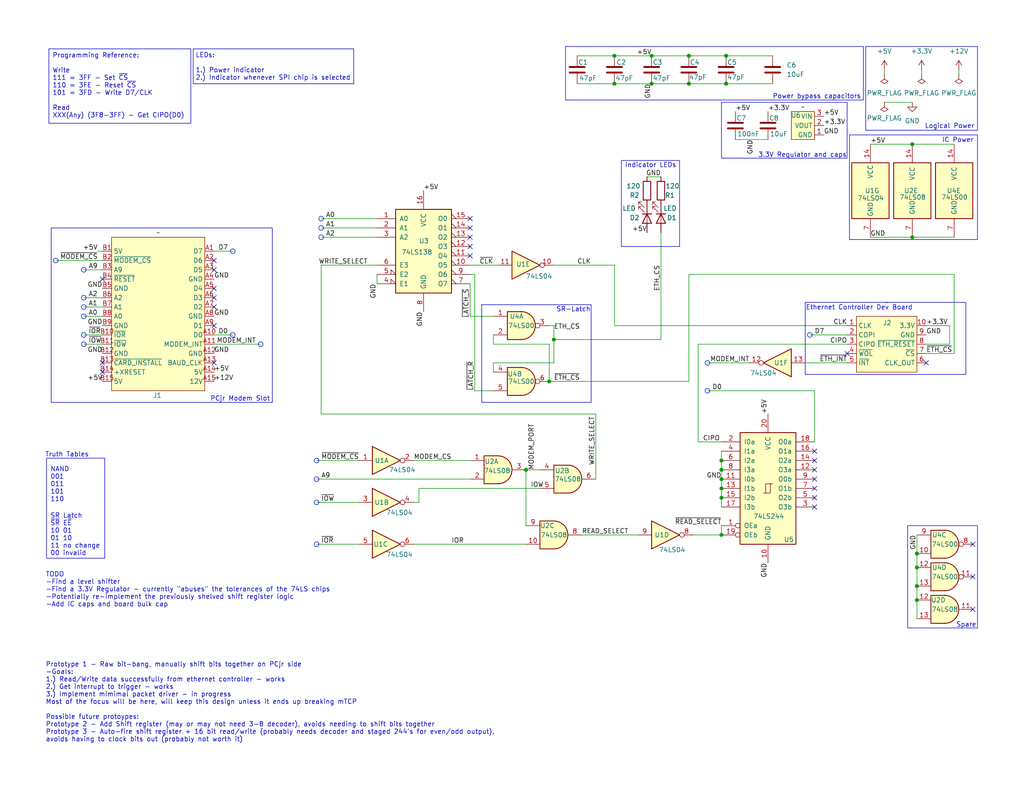
<source format=kicad_sch>
(kicad_sch
	(version 20231120)
	(generator "eeschema")
	(generator_version "8.0")
	(uuid "f1c6fb4c-0611-494b-b667-21d26f982c4c")
	(paper "USLetter")
	(title_block
		(title "jrNIC_v02")
		(date "2024-09-22")
		(rev "02")
		(company "RetroByten Engineering")
	)
	(lib_symbols
		(symbol "74xx:74LS00"
			(pin_names
				(offset 1.016)
			)
			(exclude_from_sim no)
			(in_bom yes)
			(on_board yes)
			(property "Reference" "U"
				(at 0 1.27 0)
				(effects
					(font
						(size 1.27 1.27)
					)
				)
			)
			(property "Value" "74LS00"
				(at 0 -1.27 0)
				(effects
					(font
						(size 1.27 1.27)
					)
				)
			)
			(property "Footprint" ""
				(at 0 0 0)
				(effects
					(font
						(size 1.27 1.27)
					)
					(hide yes)
				)
			)
			(property "Datasheet" "http://www.ti.com/lit/gpn/sn74ls00"
				(at 0 0 0)
				(effects
					(font
						(size 1.27 1.27)
					)
					(hide yes)
				)
			)
			(property "Description" "quad 2-input NAND gate"
				(at 0 0 0)
				(effects
					(font
						(size 1.27 1.27)
					)
					(hide yes)
				)
			)
			(property "ki_locked" ""
				(at 0 0 0)
				(effects
					(font
						(size 1.27 1.27)
					)
				)
			)
			(property "ki_keywords" "TTL nand 2-input"
				(at 0 0 0)
				(effects
					(font
						(size 1.27 1.27)
					)
					(hide yes)
				)
			)
			(property "ki_fp_filters" "DIP*W7.62mm* SO14*"
				(at 0 0 0)
				(effects
					(font
						(size 1.27 1.27)
					)
					(hide yes)
				)
			)
			(symbol "74LS00_1_1"
				(arc
					(start 0 -3.81)
					(mid 3.7934 0)
					(end 0 3.81)
					(stroke
						(width 0.254)
						(type default)
					)
					(fill
						(type background)
					)
				)
				(polyline
					(pts
						(xy 0 3.81) (xy -3.81 3.81) (xy -3.81 -3.81) (xy 0 -3.81)
					)
					(stroke
						(width 0.254)
						(type default)
					)
					(fill
						(type background)
					)
				)
				(pin input line
					(at -7.62 2.54 0)
					(length 3.81)
					(name "~"
						(effects
							(font
								(size 1.27 1.27)
							)
						)
					)
					(number "1"
						(effects
							(font
								(size 1.27 1.27)
							)
						)
					)
				)
				(pin input line
					(at -7.62 -2.54 0)
					(length 3.81)
					(name "~"
						(effects
							(font
								(size 1.27 1.27)
							)
						)
					)
					(number "2"
						(effects
							(font
								(size 1.27 1.27)
							)
						)
					)
				)
				(pin output inverted
					(at 7.62 0 180)
					(length 3.81)
					(name "~"
						(effects
							(font
								(size 1.27 1.27)
							)
						)
					)
					(number "3"
						(effects
							(font
								(size 1.27 1.27)
							)
						)
					)
				)
			)
			(symbol "74LS00_1_2"
				(arc
					(start -3.81 -3.81)
					(mid -2.589 0)
					(end -3.81 3.81)
					(stroke
						(width 0.254)
						(type default)
					)
					(fill
						(type none)
					)
				)
				(arc
					(start -0.6096 -3.81)
					(mid 2.1842 -2.5851)
					(end 3.81 0)
					(stroke
						(width 0.254)
						(type default)
					)
					(fill
						(type background)
					)
				)
				(polyline
					(pts
						(xy -3.81 -3.81) (xy -0.635 -3.81)
					)
					(stroke
						(width 0.254)
						(type default)
					)
					(fill
						(type background)
					)
				)
				(polyline
					(pts
						(xy -3.81 3.81) (xy -0.635 3.81)
					)
					(stroke
						(width 0.254)
						(type default)
					)
					(fill
						(type background)
					)
				)
				(polyline
					(pts
						(xy -0.635 3.81) (xy -3.81 3.81) (xy -3.81 3.81) (xy -3.556 3.4036) (xy -3.0226 2.2606) (xy -2.6924 1.0414)
						(xy -2.6162 -0.254) (xy -2.7686 -1.4986) (xy -3.175 -2.7178) (xy -3.81 -3.81) (xy -3.81 -3.81)
						(xy -0.635 -3.81)
					)
					(stroke
						(width -25.4)
						(type default)
					)
					(fill
						(type background)
					)
				)
				(arc
					(start 3.81 0)
					(mid 2.1915 2.5936)
					(end -0.6096 3.81)
					(stroke
						(width 0.254)
						(type default)
					)
					(fill
						(type background)
					)
				)
				(pin input inverted
					(at -7.62 2.54 0)
					(length 4.318)
					(name "~"
						(effects
							(font
								(size 1.27 1.27)
							)
						)
					)
					(number "1"
						(effects
							(font
								(size 1.27 1.27)
							)
						)
					)
				)
				(pin input inverted
					(at -7.62 -2.54 0)
					(length 4.318)
					(name "~"
						(effects
							(font
								(size 1.27 1.27)
							)
						)
					)
					(number "2"
						(effects
							(font
								(size 1.27 1.27)
							)
						)
					)
				)
				(pin output line
					(at 7.62 0 180)
					(length 3.81)
					(name "~"
						(effects
							(font
								(size 1.27 1.27)
							)
						)
					)
					(number "3"
						(effects
							(font
								(size 1.27 1.27)
							)
						)
					)
				)
			)
			(symbol "74LS00_2_1"
				(arc
					(start 0 -3.81)
					(mid 3.7934 0)
					(end 0 3.81)
					(stroke
						(width 0.254)
						(type default)
					)
					(fill
						(type background)
					)
				)
				(polyline
					(pts
						(xy 0 3.81) (xy -3.81 3.81) (xy -3.81 -3.81) (xy 0 -3.81)
					)
					(stroke
						(width 0.254)
						(type default)
					)
					(fill
						(type background)
					)
				)
				(pin input line
					(at -7.62 2.54 0)
					(length 3.81)
					(name "~"
						(effects
							(font
								(size 1.27 1.27)
							)
						)
					)
					(number "4"
						(effects
							(font
								(size 1.27 1.27)
							)
						)
					)
				)
				(pin input line
					(at -7.62 -2.54 0)
					(length 3.81)
					(name "~"
						(effects
							(font
								(size 1.27 1.27)
							)
						)
					)
					(number "5"
						(effects
							(font
								(size 1.27 1.27)
							)
						)
					)
				)
				(pin output inverted
					(at 7.62 0 180)
					(length 3.81)
					(name "~"
						(effects
							(font
								(size 1.27 1.27)
							)
						)
					)
					(number "6"
						(effects
							(font
								(size 1.27 1.27)
							)
						)
					)
				)
			)
			(symbol "74LS00_2_2"
				(arc
					(start -3.81 -3.81)
					(mid -2.589 0)
					(end -3.81 3.81)
					(stroke
						(width 0.254)
						(type default)
					)
					(fill
						(type none)
					)
				)
				(arc
					(start -0.6096 -3.81)
					(mid 2.1842 -2.5851)
					(end 3.81 0)
					(stroke
						(width 0.254)
						(type default)
					)
					(fill
						(type background)
					)
				)
				(polyline
					(pts
						(xy -3.81 -3.81) (xy -0.635 -3.81)
					)
					(stroke
						(width 0.254)
						(type default)
					)
					(fill
						(type background)
					)
				)
				(polyline
					(pts
						(xy -3.81 3.81) (xy -0.635 3.81)
					)
					(stroke
						(width 0.254)
						(type default)
					)
					(fill
						(type background)
					)
				)
				(polyline
					(pts
						(xy -0.635 3.81) (xy -3.81 3.81) (xy -3.81 3.81) (xy -3.556 3.4036) (xy -3.0226 2.2606) (xy -2.6924 1.0414)
						(xy -2.6162 -0.254) (xy -2.7686 -1.4986) (xy -3.175 -2.7178) (xy -3.81 -3.81) (xy -3.81 -3.81)
						(xy -0.635 -3.81)
					)
					(stroke
						(width -25.4)
						(type default)
					)
					(fill
						(type background)
					)
				)
				(arc
					(start 3.81 0)
					(mid 2.1915 2.5936)
					(end -0.6096 3.81)
					(stroke
						(width 0.254)
						(type default)
					)
					(fill
						(type background)
					)
				)
				(pin input inverted
					(at -7.62 2.54 0)
					(length 4.318)
					(name "~"
						(effects
							(font
								(size 1.27 1.27)
							)
						)
					)
					(number "4"
						(effects
							(font
								(size 1.27 1.27)
							)
						)
					)
				)
				(pin input inverted
					(at -7.62 -2.54 0)
					(length 4.318)
					(name "~"
						(effects
							(font
								(size 1.27 1.27)
							)
						)
					)
					(number "5"
						(effects
							(font
								(size 1.27 1.27)
							)
						)
					)
				)
				(pin output line
					(at 7.62 0 180)
					(length 3.81)
					(name "~"
						(effects
							(font
								(size 1.27 1.27)
							)
						)
					)
					(number "6"
						(effects
							(font
								(size 1.27 1.27)
							)
						)
					)
				)
			)
			(symbol "74LS00_3_1"
				(arc
					(start 0 -3.81)
					(mid 3.7934 0)
					(end 0 3.81)
					(stroke
						(width 0.254)
						(type default)
					)
					(fill
						(type background)
					)
				)
				(polyline
					(pts
						(xy 0 3.81) (xy -3.81 3.81) (xy -3.81 -3.81) (xy 0 -3.81)
					)
					(stroke
						(width 0.254)
						(type default)
					)
					(fill
						(type background)
					)
				)
				(pin input line
					(at -7.62 -2.54 0)
					(length 3.81)
					(name "~"
						(effects
							(font
								(size 1.27 1.27)
							)
						)
					)
					(number "10"
						(effects
							(font
								(size 1.27 1.27)
							)
						)
					)
				)
				(pin output inverted
					(at 7.62 0 180)
					(length 3.81)
					(name "~"
						(effects
							(font
								(size 1.27 1.27)
							)
						)
					)
					(number "8"
						(effects
							(font
								(size 1.27 1.27)
							)
						)
					)
				)
				(pin input line
					(at -7.62 2.54 0)
					(length 3.81)
					(name "~"
						(effects
							(font
								(size 1.27 1.27)
							)
						)
					)
					(number "9"
						(effects
							(font
								(size 1.27 1.27)
							)
						)
					)
				)
			)
			(symbol "74LS00_3_2"
				(arc
					(start -3.81 -3.81)
					(mid -2.589 0)
					(end -3.81 3.81)
					(stroke
						(width 0.254)
						(type default)
					)
					(fill
						(type none)
					)
				)
				(arc
					(start -0.6096 -3.81)
					(mid 2.1842 -2.5851)
					(end 3.81 0)
					(stroke
						(width 0.254)
						(type default)
					)
					(fill
						(type background)
					)
				)
				(polyline
					(pts
						(xy -3.81 -3.81) (xy -0.635 -3.81)
					)
					(stroke
						(width 0.254)
						(type default)
					)
					(fill
						(type background)
					)
				)
				(polyline
					(pts
						(xy -3.81 3.81) (xy -0.635 3.81)
					)
					(stroke
						(width 0.254)
						(type default)
					)
					(fill
						(type background)
					)
				)
				(polyline
					(pts
						(xy -0.635 3.81) (xy -3.81 3.81) (xy -3.81 3.81) (xy -3.556 3.4036) (xy -3.0226 2.2606) (xy -2.6924 1.0414)
						(xy -2.6162 -0.254) (xy -2.7686 -1.4986) (xy -3.175 -2.7178) (xy -3.81 -3.81) (xy -3.81 -3.81)
						(xy -0.635 -3.81)
					)
					(stroke
						(width -25.4)
						(type default)
					)
					(fill
						(type background)
					)
				)
				(arc
					(start 3.81 0)
					(mid 2.1915 2.5936)
					(end -0.6096 3.81)
					(stroke
						(width 0.254)
						(type default)
					)
					(fill
						(type background)
					)
				)
				(pin input inverted
					(at -7.62 -2.54 0)
					(length 4.318)
					(name "~"
						(effects
							(font
								(size 1.27 1.27)
							)
						)
					)
					(number "10"
						(effects
							(font
								(size 1.27 1.27)
							)
						)
					)
				)
				(pin output line
					(at 7.62 0 180)
					(length 3.81)
					(name "~"
						(effects
							(font
								(size 1.27 1.27)
							)
						)
					)
					(number "8"
						(effects
							(font
								(size 1.27 1.27)
							)
						)
					)
				)
				(pin input inverted
					(at -7.62 2.54 0)
					(length 4.318)
					(name "~"
						(effects
							(font
								(size 1.27 1.27)
							)
						)
					)
					(number "9"
						(effects
							(font
								(size 1.27 1.27)
							)
						)
					)
				)
			)
			(symbol "74LS00_4_1"
				(arc
					(start 0 -3.81)
					(mid 3.7934 0)
					(end 0 3.81)
					(stroke
						(width 0.254)
						(type default)
					)
					(fill
						(type background)
					)
				)
				(polyline
					(pts
						(xy 0 3.81) (xy -3.81 3.81) (xy -3.81 -3.81) (xy 0 -3.81)
					)
					(stroke
						(width 0.254)
						(type default)
					)
					(fill
						(type background)
					)
				)
				(pin output inverted
					(at 7.62 0 180)
					(length 3.81)
					(name "~"
						(effects
							(font
								(size 1.27 1.27)
							)
						)
					)
					(number "11"
						(effects
							(font
								(size 1.27 1.27)
							)
						)
					)
				)
				(pin input line
					(at -7.62 2.54 0)
					(length 3.81)
					(name "~"
						(effects
							(font
								(size 1.27 1.27)
							)
						)
					)
					(number "12"
						(effects
							(font
								(size 1.27 1.27)
							)
						)
					)
				)
				(pin input line
					(at -7.62 -2.54 0)
					(length 3.81)
					(name "~"
						(effects
							(font
								(size 1.27 1.27)
							)
						)
					)
					(number "13"
						(effects
							(font
								(size 1.27 1.27)
							)
						)
					)
				)
			)
			(symbol "74LS00_4_2"
				(arc
					(start -3.81 -3.81)
					(mid -2.589 0)
					(end -3.81 3.81)
					(stroke
						(width 0.254)
						(type default)
					)
					(fill
						(type none)
					)
				)
				(arc
					(start -0.6096 -3.81)
					(mid 2.1842 -2.5851)
					(end 3.81 0)
					(stroke
						(width 0.254)
						(type default)
					)
					(fill
						(type background)
					)
				)
				(polyline
					(pts
						(xy -3.81 -3.81) (xy -0.635 -3.81)
					)
					(stroke
						(width 0.254)
						(type default)
					)
					(fill
						(type background)
					)
				)
				(polyline
					(pts
						(xy -3.81 3.81) (xy -0.635 3.81)
					)
					(stroke
						(width 0.254)
						(type default)
					)
					(fill
						(type background)
					)
				)
				(polyline
					(pts
						(xy -0.635 3.81) (xy -3.81 3.81) (xy -3.81 3.81) (xy -3.556 3.4036) (xy -3.0226 2.2606) (xy -2.6924 1.0414)
						(xy -2.6162 -0.254) (xy -2.7686 -1.4986) (xy -3.175 -2.7178) (xy -3.81 -3.81) (xy -3.81 -3.81)
						(xy -0.635 -3.81)
					)
					(stroke
						(width -25.4)
						(type default)
					)
					(fill
						(type background)
					)
				)
				(arc
					(start 3.81 0)
					(mid 2.1915 2.5936)
					(end -0.6096 3.81)
					(stroke
						(width 0.254)
						(type default)
					)
					(fill
						(type background)
					)
				)
				(pin output line
					(at 7.62 0 180)
					(length 3.81)
					(name "~"
						(effects
							(font
								(size 1.27 1.27)
							)
						)
					)
					(number "11"
						(effects
							(font
								(size 1.27 1.27)
							)
						)
					)
				)
				(pin input inverted
					(at -7.62 2.54 0)
					(length 4.318)
					(name "~"
						(effects
							(font
								(size 1.27 1.27)
							)
						)
					)
					(number "12"
						(effects
							(font
								(size 1.27 1.27)
							)
						)
					)
				)
				(pin input inverted
					(at -7.62 -2.54 0)
					(length 4.318)
					(name "~"
						(effects
							(font
								(size 1.27 1.27)
							)
						)
					)
					(number "13"
						(effects
							(font
								(size 1.27 1.27)
							)
						)
					)
				)
			)
			(symbol "74LS00_5_0"
				(pin power_in line
					(at 0 12.7 270)
					(length 5.08)
					(name "VCC"
						(effects
							(font
								(size 1.27 1.27)
							)
						)
					)
					(number "14"
						(effects
							(font
								(size 1.27 1.27)
							)
						)
					)
				)
				(pin power_in line
					(at 0 -12.7 90)
					(length 5.08)
					(name "GND"
						(effects
							(font
								(size 1.27 1.27)
							)
						)
					)
					(number "7"
						(effects
							(font
								(size 1.27 1.27)
							)
						)
					)
				)
			)
			(symbol "74LS00_5_1"
				(rectangle
					(start -5.08 7.62)
					(end 5.08 -7.62)
					(stroke
						(width 0.254)
						(type default)
					)
					(fill
						(type background)
					)
				)
			)
		)
		(symbol "74xx:74LS04"
			(exclude_from_sim no)
			(in_bom yes)
			(on_board yes)
			(property "Reference" "U"
				(at 0 1.27 0)
				(effects
					(font
						(size 1.27 1.27)
					)
				)
			)
			(property "Value" "74LS04"
				(at 0 -1.27 0)
				(effects
					(font
						(size 1.27 1.27)
					)
				)
			)
			(property "Footprint" ""
				(at 0 0 0)
				(effects
					(font
						(size 1.27 1.27)
					)
					(hide yes)
				)
			)
			(property "Datasheet" "http://www.ti.com/lit/gpn/sn74LS04"
				(at 0 0 0)
				(effects
					(font
						(size 1.27 1.27)
					)
					(hide yes)
				)
			)
			(property "Description" "Hex Inverter"
				(at 0 0 0)
				(effects
					(font
						(size 1.27 1.27)
					)
					(hide yes)
				)
			)
			(property "ki_locked" ""
				(at 0 0 0)
				(effects
					(font
						(size 1.27 1.27)
					)
				)
			)
			(property "ki_keywords" "TTL not inv"
				(at 0 0 0)
				(effects
					(font
						(size 1.27 1.27)
					)
					(hide yes)
				)
			)
			(property "ki_fp_filters" "DIP*W7.62mm* SSOP?14* TSSOP?14*"
				(at 0 0 0)
				(effects
					(font
						(size 1.27 1.27)
					)
					(hide yes)
				)
			)
			(symbol "74LS04_1_0"
				(polyline
					(pts
						(xy -3.81 3.81) (xy -3.81 -3.81) (xy 3.81 0) (xy -3.81 3.81)
					)
					(stroke
						(width 0.254)
						(type default)
					)
					(fill
						(type background)
					)
				)
				(pin input line
					(at -7.62 0 0)
					(length 3.81)
					(name "~"
						(effects
							(font
								(size 1.27 1.27)
							)
						)
					)
					(number "1"
						(effects
							(font
								(size 1.27 1.27)
							)
						)
					)
				)
				(pin output inverted
					(at 7.62 0 180)
					(length 3.81)
					(name "~"
						(effects
							(font
								(size 1.27 1.27)
							)
						)
					)
					(number "2"
						(effects
							(font
								(size 1.27 1.27)
							)
						)
					)
				)
			)
			(symbol "74LS04_2_0"
				(polyline
					(pts
						(xy -3.81 3.81) (xy -3.81 -3.81) (xy 3.81 0) (xy -3.81 3.81)
					)
					(stroke
						(width 0.254)
						(type default)
					)
					(fill
						(type background)
					)
				)
				(pin input line
					(at -7.62 0 0)
					(length 3.81)
					(name "~"
						(effects
							(font
								(size 1.27 1.27)
							)
						)
					)
					(number "3"
						(effects
							(font
								(size 1.27 1.27)
							)
						)
					)
				)
				(pin output inverted
					(at 7.62 0 180)
					(length 3.81)
					(name "~"
						(effects
							(font
								(size 1.27 1.27)
							)
						)
					)
					(number "4"
						(effects
							(font
								(size 1.27 1.27)
							)
						)
					)
				)
			)
			(symbol "74LS04_3_0"
				(polyline
					(pts
						(xy -3.81 3.81) (xy -3.81 -3.81) (xy 3.81 0) (xy -3.81 3.81)
					)
					(stroke
						(width 0.254)
						(type default)
					)
					(fill
						(type background)
					)
				)
				(pin input line
					(at -7.62 0 0)
					(length 3.81)
					(name "~"
						(effects
							(font
								(size 1.27 1.27)
							)
						)
					)
					(number "5"
						(effects
							(font
								(size 1.27 1.27)
							)
						)
					)
				)
				(pin output inverted
					(at 7.62 0 180)
					(length 3.81)
					(name "~"
						(effects
							(font
								(size 1.27 1.27)
							)
						)
					)
					(number "6"
						(effects
							(font
								(size 1.27 1.27)
							)
						)
					)
				)
			)
			(symbol "74LS04_4_0"
				(polyline
					(pts
						(xy -3.81 3.81) (xy -3.81 -3.81) (xy 3.81 0) (xy -3.81 3.81)
					)
					(stroke
						(width 0.254)
						(type default)
					)
					(fill
						(type background)
					)
				)
				(pin output inverted
					(at 7.62 0 180)
					(length 3.81)
					(name "~"
						(effects
							(font
								(size 1.27 1.27)
							)
						)
					)
					(number "8"
						(effects
							(font
								(size 1.27 1.27)
							)
						)
					)
				)
				(pin input line
					(at -7.62 0 0)
					(length 3.81)
					(name "~"
						(effects
							(font
								(size 1.27 1.27)
							)
						)
					)
					(number "9"
						(effects
							(font
								(size 1.27 1.27)
							)
						)
					)
				)
			)
			(symbol "74LS04_5_0"
				(polyline
					(pts
						(xy -3.81 3.81) (xy -3.81 -3.81) (xy 3.81 0) (xy -3.81 3.81)
					)
					(stroke
						(width 0.254)
						(type default)
					)
					(fill
						(type background)
					)
				)
				(pin output inverted
					(at 7.62 0 180)
					(length 3.81)
					(name "~"
						(effects
							(font
								(size 1.27 1.27)
							)
						)
					)
					(number "10"
						(effects
							(font
								(size 1.27 1.27)
							)
						)
					)
				)
				(pin input line
					(at -7.62 0 0)
					(length 3.81)
					(name "~"
						(effects
							(font
								(size 1.27 1.27)
							)
						)
					)
					(number "11"
						(effects
							(font
								(size 1.27 1.27)
							)
						)
					)
				)
			)
			(symbol "74LS04_6_0"
				(polyline
					(pts
						(xy -3.81 3.81) (xy -3.81 -3.81) (xy 3.81 0) (xy -3.81 3.81)
					)
					(stroke
						(width 0.254)
						(type default)
					)
					(fill
						(type background)
					)
				)
				(pin output inverted
					(at 7.62 0 180)
					(length 3.81)
					(name "~"
						(effects
							(font
								(size 1.27 1.27)
							)
						)
					)
					(number "12"
						(effects
							(font
								(size 1.27 1.27)
							)
						)
					)
				)
				(pin input line
					(at -7.62 0 0)
					(length 3.81)
					(name "~"
						(effects
							(font
								(size 1.27 1.27)
							)
						)
					)
					(number "13"
						(effects
							(font
								(size 1.27 1.27)
							)
						)
					)
				)
			)
			(symbol "74LS04_7_0"
				(pin power_in line
					(at 0 12.7 270)
					(length 5.08)
					(name "VCC"
						(effects
							(font
								(size 1.27 1.27)
							)
						)
					)
					(number "14"
						(effects
							(font
								(size 1.27 1.27)
							)
						)
					)
				)
				(pin power_in line
					(at 0 -12.7 90)
					(length 5.08)
					(name "GND"
						(effects
							(font
								(size 1.27 1.27)
							)
						)
					)
					(number "7"
						(effects
							(font
								(size 1.27 1.27)
							)
						)
					)
				)
			)
			(symbol "74LS04_7_1"
				(rectangle
					(start -5.08 7.62)
					(end 5.08 -7.62)
					(stroke
						(width 0.254)
						(type default)
					)
					(fill
						(type background)
					)
				)
			)
		)
		(symbol "74xx:74LS08"
			(pin_names
				(offset 1.016)
			)
			(exclude_from_sim no)
			(in_bom yes)
			(on_board yes)
			(property "Reference" "U"
				(at 0 1.27 0)
				(effects
					(font
						(size 1.27 1.27)
					)
				)
			)
			(property "Value" "74LS08"
				(at 0 -1.27 0)
				(effects
					(font
						(size 1.27 1.27)
					)
				)
			)
			(property "Footprint" ""
				(at 0 0 0)
				(effects
					(font
						(size 1.27 1.27)
					)
					(hide yes)
				)
			)
			(property "Datasheet" "http://www.ti.com/lit/gpn/sn74LS08"
				(at 0 0 0)
				(effects
					(font
						(size 1.27 1.27)
					)
					(hide yes)
				)
			)
			(property "Description" "Quad And2"
				(at 0 0 0)
				(effects
					(font
						(size 1.27 1.27)
					)
					(hide yes)
				)
			)
			(property "ki_locked" ""
				(at 0 0 0)
				(effects
					(font
						(size 1.27 1.27)
					)
				)
			)
			(property "ki_keywords" "TTL and2"
				(at 0 0 0)
				(effects
					(font
						(size 1.27 1.27)
					)
					(hide yes)
				)
			)
			(property "ki_fp_filters" "DIP*W7.62mm*"
				(at 0 0 0)
				(effects
					(font
						(size 1.27 1.27)
					)
					(hide yes)
				)
			)
			(symbol "74LS08_1_1"
				(arc
					(start 0 -3.81)
					(mid 3.7934 0)
					(end 0 3.81)
					(stroke
						(width 0.254)
						(type default)
					)
					(fill
						(type background)
					)
				)
				(polyline
					(pts
						(xy 0 3.81) (xy -3.81 3.81) (xy -3.81 -3.81) (xy 0 -3.81)
					)
					(stroke
						(width 0.254)
						(type default)
					)
					(fill
						(type background)
					)
				)
				(pin input line
					(at -7.62 2.54 0)
					(length 3.81)
					(name "~"
						(effects
							(font
								(size 1.27 1.27)
							)
						)
					)
					(number "1"
						(effects
							(font
								(size 1.27 1.27)
							)
						)
					)
				)
				(pin input line
					(at -7.62 -2.54 0)
					(length 3.81)
					(name "~"
						(effects
							(font
								(size 1.27 1.27)
							)
						)
					)
					(number "2"
						(effects
							(font
								(size 1.27 1.27)
							)
						)
					)
				)
				(pin output line
					(at 7.62 0 180)
					(length 3.81)
					(name "~"
						(effects
							(font
								(size 1.27 1.27)
							)
						)
					)
					(number "3"
						(effects
							(font
								(size 1.27 1.27)
							)
						)
					)
				)
			)
			(symbol "74LS08_1_2"
				(arc
					(start -3.81 -3.81)
					(mid -2.589 0)
					(end -3.81 3.81)
					(stroke
						(width 0.254)
						(type default)
					)
					(fill
						(type none)
					)
				)
				(arc
					(start -0.6096 -3.81)
					(mid 2.1842 -2.5851)
					(end 3.81 0)
					(stroke
						(width 0.254)
						(type default)
					)
					(fill
						(type background)
					)
				)
				(polyline
					(pts
						(xy -3.81 -3.81) (xy -0.635 -3.81)
					)
					(stroke
						(width 0.254)
						(type default)
					)
					(fill
						(type background)
					)
				)
				(polyline
					(pts
						(xy -3.81 3.81) (xy -0.635 3.81)
					)
					(stroke
						(width 0.254)
						(type default)
					)
					(fill
						(type background)
					)
				)
				(polyline
					(pts
						(xy -0.635 3.81) (xy -3.81 3.81) (xy -3.81 3.81) (xy -3.556 3.4036) (xy -3.0226 2.2606) (xy -2.6924 1.0414)
						(xy -2.6162 -0.254) (xy -2.7686 -1.4986) (xy -3.175 -2.7178) (xy -3.81 -3.81) (xy -3.81 -3.81)
						(xy -0.635 -3.81)
					)
					(stroke
						(width -25.4)
						(type default)
					)
					(fill
						(type background)
					)
				)
				(arc
					(start 3.81 0)
					(mid 2.1915 2.5936)
					(end -0.6096 3.81)
					(stroke
						(width 0.254)
						(type default)
					)
					(fill
						(type background)
					)
				)
				(pin input inverted
					(at -7.62 2.54 0)
					(length 4.318)
					(name "~"
						(effects
							(font
								(size 1.27 1.27)
							)
						)
					)
					(number "1"
						(effects
							(font
								(size 1.27 1.27)
							)
						)
					)
				)
				(pin input inverted
					(at -7.62 -2.54 0)
					(length 4.318)
					(name "~"
						(effects
							(font
								(size 1.27 1.27)
							)
						)
					)
					(number "2"
						(effects
							(font
								(size 1.27 1.27)
							)
						)
					)
				)
				(pin output inverted
					(at 7.62 0 180)
					(length 3.81)
					(name "~"
						(effects
							(font
								(size 1.27 1.27)
							)
						)
					)
					(number "3"
						(effects
							(font
								(size 1.27 1.27)
							)
						)
					)
				)
			)
			(symbol "74LS08_2_1"
				(arc
					(start 0 -3.81)
					(mid 3.7934 0)
					(end 0 3.81)
					(stroke
						(width 0.254)
						(type default)
					)
					(fill
						(type background)
					)
				)
				(polyline
					(pts
						(xy 0 3.81) (xy -3.81 3.81) (xy -3.81 -3.81) (xy 0 -3.81)
					)
					(stroke
						(width 0.254)
						(type default)
					)
					(fill
						(type background)
					)
				)
				(pin input line
					(at -7.62 2.54 0)
					(length 3.81)
					(name "~"
						(effects
							(font
								(size 1.27 1.27)
							)
						)
					)
					(number "4"
						(effects
							(font
								(size 1.27 1.27)
							)
						)
					)
				)
				(pin input line
					(at -7.62 -2.54 0)
					(length 3.81)
					(name "~"
						(effects
							(font
								(size 1.27 1.27)
							)
						)
					)
					(number "5"
						(effects
							(font
								(size 1.27 1.27)
							)
						)
					)
				)
				(pin output line
					(at 7.62 0 180)
					(length 3.81)
					(name "~"
						(effects
							(font
								(size 1.27 1.27)
							)
						)
					)
					(number "6"
						(effects
							(font
								(size 1.27 1.27)
							)
						)
					)
				)
			)
			(symbol "74LS08_2_2"
				(arc
					(start -3.81 -3.81)
					(mid -2.589 0)
					(end -3.81 3.81)
					(stroke
						(width 0.254)
						(type default)
					)
					(fill
						(type none)
					)
				)
				(arc
					(start -0.6096 -3.81)
					(mid 2.1842 -2.5851)
					(end 3.81 0)
					(stroke
						(width 0.254)
						(type default)
					)
					(fill
						(type background)
					)
				)
				(polyline
					(pts
						(xy -3.81 -3.81) (xy -0.635 -3.81)
					)
					(stroke
						(width 0.254)
						(type default)
					)
					(fill
						(type background)
					)
				)
				(polyline
					(pts
						(xy -3.81 3.81) (xy -0.635 3.81)
					)
					(stroke
						(width 0.254)
						(type default)
					)
					(fill
						(type background)
					)
				)
				(polyline
					(pts
						(xy -0.635 3.81) (xy -3.81 3.81) (xy -3.81 3.81) (xy -3.556 3.4036) (xy -3.0226 2.2606) (xy -2.6924 1.0414)
						(xy -2.6162 -0.254) (xy -2.7686 -1.4986) (xy -3.175 -2.7178) (xy -3.81 -3.81) (xy -3.81 -3.81)
						(xy -0.635 -3.81)
					)
					(stroke
						(width -25.4)
						(type default)
					)
					(fill
						(type background)
					)
				)
				(arc
					(start 3.81 0)
					(mid 2.1915 2.5936)
					(end -0.6096 3.81)
					(stroke
						(width 0.254)
						(type default)
					)
					(fill
						(type background)
					)
				)
				(pin input inverted
					(at -7.62 2.54 0)
					(length 4.318)
					(name "~"
						(effects
							(font
								(size 1.27 1.27)
							)
						)
					)
					(number "4"
						(effects
							(font
								(size 1.27 1.27)
							)
						)
					)
				)
				(pin input inverted
					(at -7.62 -2.54 0)
					(length 4.318)
					(name "~"
						(effects
							(font
								(size 1.27 1.27)
							)
						)
					)
					(number "5"
						(effects
							(font
								(size 1.27 1.27)
							)
						)
					)
				)
				(pin output inverted
					(at 7.62 0 180)
					(length 3.81)
					(name "~"
						(effects
							(font
								(size 1.27 1.27)
							)
						)
					)
					(number "6"
						(effects
							(font
								(size 1.27 1.27)
							)
						)
					)
				)
			)
			(symbol "74LS08_3_1"
				(arc
					(start 0 -3.81)
					(mid 3.7934 0)
					(end 0 3.81)
					(stroke
						(width 0.254)
						(type default)
					)
					(fill
						(type background)
					)
				)
				(polyline
					(pts
						(xy 0 3.81) (xy -3.81 3.81) (xy -3.81 -3.81) (xy 0 -3.81)
					)
					(stroke
						(width 0.254)
						(type default)
					)
					(fill
						(type background)
					)
				)
				(pin input line
					(at -7.62 -2.54 0)
					(length 3.81)
					(name "~"
						(effects
							(font
								(size 1.27 1.27)
							)
						)
					)
					(number "10"
						(effects
							(font
								(size 1.27 1.27)
							)
						)
					)
				)
				(pin output line
					(at 7.62 0 180)
					(length 3.81)
					(name "~"
						(effects
							(font
								(size 1.27 1.27)
							)
						)
					)
					(number "8"
						(effects
							(font
								(size 1.27 1.27)
							)
						)
					)
				)
				(pin input line
					(at -7.62 2.54 0)
					(length 3.81)
					(name "~"
						(effects
							(font
								(size 1.27 1.27)
							)
						)
					)
					(number "9"
						(effects
							(font
								(size 1.27 1.27)
							)
						)
					)
				)
			)
			(symbol "74LS08_3_2"
				(arc
					(start -3.81 -3.81)
					(mid -2.589 0)
					(end -3.81 3.81)
					(stroke
						(width 0.254)
						(type default)
					)
					(fill
						(type none)
					)
				)
				(arc
					(start -0.6096 -3.81)
					(mid 2.1842 -2.5851)
					(end 3.81 0)
					(stroke
						(width 0.254)
						(type default)
					)
					(fill
						(type background)
					)
				)
				(polyline
					(pts
						(xy -3.81 -3.81) (xy -0.635 -3.81)
					)
					(stroke
						(width 0.254)
						(type default)
					)
					(fill
						(type background)
					)
				)
				(polyline
					(pts
						(xy -3.81 3.81) (xy -0.635 3.81)
					)
					(stroke
						(width 0.254)
						(type default)
					)
					(fill
						(type background)
					)
				)
				(polyline
					(pts
						(xy -0.635 3.81) (xy -3.81 3.81) (xy -3.81 3.81) (xy -3.556 3.4036) (xy -3.0226 2.2606) (xy -2.6924 1.0414)
						(xy -2.6162 -0.254) (xy -2.7686 -1.4986) (xy -3.175 -2.7178) (xy -3.81 -3.81) (xy -3.81 -3.81)
						(xy -0.635 -3.81)
					)
					(stroke
						(width -25.4)
						(type default)
					)
					(fill
						(type background)
					)
				)
				(arc
					(start 3.81 0)
					(mid 2.1915 2.5936)
					(end -0.6096 3.81)
					(stroke
						(width 0.254)
						(type default)
					)
					(fill
						(type background)
					)
				)
				(pin input inverted
					(at -7.62 -2.54 0)
					(length 4.318)
					(name "~"
						(effects
							(font
								(size 1.27 1.27)
							)
						)
					)
					(number "10"
						(effects
							(font
								(size 1.27 1.27)
							)
						)
					)
				)
				(pin output inverted
					(at 7.62 0 180)
					(length 3.81)
					(name "~"
						(effects
							(font
								(size 1.27 1.27)
							)
						)
					)
					(number "8"
						(effects
							(font
								(size 1.27 1.27)
							)
						)
					)
				)
				(pin input inverted
					(at -7.62 2.54 0)
					(length 4.318)
					(name "~"
						(effects
							(font
								(size 1.27 1.27)
							)
						)
					)
					(number "9"
						(effects
							(font
								(size 1.27 1.27)
							)
						)
					)
				)
			)
			(symbol "74LS08_4_1"
				(arc
					(start 0 -3.81)
					(mid 3.7934 0)
					(end 0 3.81)
					(stroke
						(width 0.254)
						(type default)
					)
					(fill
						(type background)
					)
				)
				(polyline
					(pts
						(xy 0 3.81) (xy -3.81 3.81) (xy -3.81 -3.81) (xy 0 -3.81)
					)
					(stroke
						(width 0.254)
						(type default)
					)
					(fill
						(type background)
					)
				)
				(pin output line
					(at 7.62 0 180)
					(length 3.81)
					(name "~"
						(effects
							(font
								(size 1.27 1.27)
							)
						)
					)
					(number "11"
						(effects
							(font
								(size 1.27 1.27)
							)
						)
					)
				)
				(pin input line
					(at -7.62 2.54 0)
					(length 3.81)
					(name "~"
						(effects
							(font
								(size 1.27 1.27)
							)
						)
					)
					(number "12"
						(effects
							(font
								(size 1.27 1.27)
							)
						)
					)
				)
				(pin input line
					(at -7.62 -2.54 0)
					(length 3.81)
					(name "~"
						(effects
							(font
								(size 1.27 1.27)
							)
						)
					)
					(number "13"
						(effects
							(font
								(size 1.27 1.27)
							)
						)
					)
				)
			)
			(symbol "74LS08_4_2"
				(arc
					(start -3.81 -3.81)
					(mid -2.589 0)
					(end -3.81 3.81)
					(stroke
						(width 0.254)
						(type default)
					)
					(fill
						(type none)
					)
				)
				(arc
					(start -0.6096 -3.81)
					(mid 2.1842 -2.5851)
					(end 3.81 0)
					(stroke
						(width 0.254)
						(type default)
					)
					(fill
						(type background)
					)
				)
				(polyline
					(pts
						(xy -3.81 -3.81) (xy -0.635 -3.81)
					)
					(stroke
						(width 0.254)
						(type default)
					)
					(fill
						(type background)
					)
				)
				(polyline
					(pts
						(xy -3.81 3.81) (xy -0.635 3.81)
					)
					(stroke
						(width 0.254)
						(type default)
					)
					(fill
						(type background)
					)
				)
				(polyline
					(pts
						(xy -0.635 3.81) (xy -3.81 3.81) (xy -3.81 3.81) (xy -3.556 3.4036) (xy -3.0226 2.2606) (xy -2.6924 1.0414)
						(xy -2.6162 -0.254) (xy -2.7686 -1.4986) (xy -3.175 -2.7178) (xy -3.81 -3.81) (xy -3.81 -3.81)
						(xy -0.635 -3.81)
					)
					(stroke
						(width -25.4)
						(type default)
					)
					(fill
						(type background)
					)
				)
				(arc
					(start 3.81 0)
					(mid 2.1915 2.5936)
					(end -0.6096 3.81)
					(stroke
						(width 0.254)
						(type default)
					)
					(fill
						(type background)
					)
				)
				(pin output inverted
					(at 7.62 0 180)
					(length 3.81)
					(name "~"
						(effects
							(font
								(size 1.27 1.27)
							)
						)
					)
					(number "11"
						(effects
							(font
								(size 1.27 1.27)
							)
						)
					)
				)
				(pin input inverted
					(at -7.62 2.54 0)
					(length 4.318)
					(name "~"
						(effects
							(font
								(size 1.27 1.27)
							)
						)
					)
					(number "12"
						(effects
							(font
								(size 1.27 1.27)
							)
						)
					)
				)
				(pin input inverted
					(at -7.62 -2.54 0)
					(length 4.318)
					(name "~"
						(effects
							(font
								(size 1.27 1.27)
							)
						)
					)
					(number "13"
						(effects
							(font
								(size 1.27 1.27)
							)
						)
					)
				)
			)
			(symbol "74LS08_5_0"
				(pin power_in line
					(at 0 12.7 270)
					(length 5.08)
					(name "VCC"
						(effects
							(font
								(size 1.27 1.27)
							)
						)
					)
					(number "14"
						(effects
							(font
								(size 1.27 1.27)
							)
						)
					)
				)
				(pin power_in line
					(at 0 -12.7 90)
					(length 5.08)
					(name "GND"
						(effects
							(font
								(size 1.27 1.27)
							)
						)
					)
					(number "7"
						(effects
							(font
								(size 1.27 1.27)
							)
						)
					)
				)
			)
			(symbol "74LS08_5_1"
				(rectangle
					(start -5.08 7.62)
					(end 5.08 -7.62)
					(stroke
						(width 0.254)
						(type default)
					)
					(fill
						(type background)
					)
				)
			)
		)
		(symbol "74xx:74LS138"
			(pin_names
				(offset 1.016)
			)
			(exclude_from_sim no)
			(in_bom yes)
			(on_board yes)
			(property "Reference" "U"
				(at -7.62 11.43 0)
				(effects
					(font
						(size 1.27 1.27)
					)
				)
			)
			(property "Value" "74LS138"
				(at -7.62 -13.97 0)
				(effects
					(font
						(size 1.27 1.27)
					)
				)
			)
			(property "Footprint" ""
				(at 0 0 0)
				(effects
					(font
						(size 1.27 1.27)
					)
					(hide yes)
				)
			)
			(property "Datasheet" "http://www.ti.com/lit/gpn/sn74LS138"
				(at 0 0 0)
				(effects
					(font
						(size 1.27 1.27)
					)
					(hide yes)
				)
			)
			(property "Description" "Decoder 3 to 8 active low outputs"
				(at 0 0 0)
				(effects
					(font
						(size 1.27 1.27)
					)
					(hide yes)
				)
			)
			(property "ki_locked" ""
				(at 0 0 0)
				(effects
					(font
						(size 1.27 1.27)
					)
				)
			)
			(property "ki_keywords" "TTL DECOD DECOD8"
				(at 0 0 0)
				(effects
					(font
						(size 1.27 1.27)
					)
					(hide yes)
				)
			)
			(property "ki_fp_filters" "DIP?16*"
				(at 0 0 0)
				(effects
					(font
						(size 1.27 1.27)
					)
					(hide yes)
				)
			)
			(symbol "74LS138_1_0"
				(pin input line
					(at -12.7 7.62 0)
					(length 5.08)
					(name "A0"
						(effects
							(font
								(size 1.27 1.27)
							)
						)
					)
					(number "1"
						(effects
							(font
								(size 1.27 1.27)
							)
						)
					)
				)
				(pin output output_low
					(at 12.7 -5.08 180)
					(length 5.08)
					(name "O5"
						(effects
							(font
								(size 1.27 1.27)
							)
						)
					)
					(number "10"
						(effects
							(font
								(size 1.27 1.27)
							)
						)
					)
				)
				(pin output output_low
					(at 12.7 -2.54 180)
					(length 5.08)
					(name "O4"
						(effects
							(font
								(size 1.27 1.27)
							)
						)
					)
					(number "11"
						(effects
							(font
								(size 1.27 1.27)
							)
						)
					)
				)
				(pin output output_low
					(at 12.7 0 180)
					(length 5.08)
					(name "O3"
						(effects
							(font
								(size 1.27 1.27)
							)
						)
					)
					(number "12"
						(effects
							(font
								(size 1.27 1.27)
							)
						)
					)
				)
				(pin output output_low
					(at 12.7 2.54 180)
					(length 5.08)
					(name "O2"
						(effects
							(font
								(size 1.27 1.27)
							)
						)
					)
					(number "13"
						(effects
							(font
								(size 1.27 1.27)
							)
						)
					)
				)
				(pin output output_low
					(at 12.7 5.08 180)
					(length 5.08)
					(name "O1"
						(effects
							(font
								(size 1.27 1.27)
							)
						)
					)
					(number "14"
						(effects
							(font
								(size 1.27 1.27)
							)
						)
					)
				)
				(pin output output_low
					(at 12.7 7.62 180)
					(length 5.08)
					(name "O0"
						(effects
							(font
								(size 1.27 1.27)
							)
						)
					)
					(number "15"
						(effects
							(font
								(size 1.27 1.27)
							)
						)
					)
				)
				(pin power_in line
					(at 0 15.24 270)
					(length 5.08)
					(name "VCC"
						(effects
							(font
								(size 1.27 1.27)
							)
						)
					)
					(number "16"
						(effects
							(font
								(size 1.27 1.27)
							)
						)
					)
				)
				(pin input line
					(at -12.7 5.08 0)
					(length 5.08)
					(name "A1"
						(effects
							(font
								(size 1.27 1.27)
							)
						)
					)
					(number "2"
						(effects
							(font
								(size 1.27 1.27)
							)
						)
					)
				)
				(pin input line
					(at -12.7 2.54 0)
					(length 5.08)
					(name "A2"
						(effects
							(font
								(size 1.27 1.27)
							)
						)
					)
					(number "3"
						(effects
							(font
								(size 1.27 1.27)
							)
						)
					)
				)
				(pin input input_low
					(at -12.7 -10.16 0)
					(length 5.08)
					(name "E1"
						(effects
							(font
								(size 1.27 1.27)
							)
						)
					)
					(number "4"
						(effects
							(font
								(size 1.27 1.27)
							)
						)
					)
				)
				(pin input input_low
					(at -12.7 -7.62 0)
					(length 5.08)
					(name "E2"
						(effects
							(font
								(size 1.27 1.27)
							)
						)
					)
					(number "5"
						(effects
							(font
								(size 1.27 1.27)
							)
						)
					)
				)
				(pin input line
					(at -12.7 -5.08 0)
					(length 5.08)
					(name "E3"
						(effects
							(font
								(size 1.27 1.27)
							)
						)
					)
					(number "6"
						(effects
							(font
								(size 1.27 1.27)
							)
						)
					)
				)
				(pin output output_low
					(at 12.7 -10.16 180)
					(length 5.08)
					(name "O7"
						(effects
							(font
								(size 1.27 1.27)
							)
						)
					)
					(number "7"
						(effects
							(font
								(size 1.27 1.27)
							)
						)
					)
				)
				(pin power_in line
					(at 0 -17.78 90)
					(length 5.08)
					(name "GND"
						(effects
							(font
								(size 1.27 1.27)
							)
						)
					)
					(number "8"
						(effects
							(font
								(size 1.27 1.27)
							)
						)
					)
				)
				(pin output output_low
					(at 12.7 -7.62 180)
					(length 5.08)
					(name "O6"
						(effects
							(font
								(size 1.27 1.27)
							)
						)
					)
					(number "9"
						(effects
							(font
								(size 1.27 1.27)
							)
						)
					)
				)
			)
			(symbol "74LS138_1_1"
				(rectangle
					(start -7.62 10.16)
					(end 7.62 -12.7)
					(stroke
						(width 0.254)
						(type default)
					)
					(fill
						(type background)
					)
				)
			)
		)
		(symbol "74xx:74LS244"
			(pin_names
				(offset 1.016)
			)
			(exclude_from_sim no)
			(in_bom yes)
			(on_board yes)
			(property "Reference" "U"
				(at -7.62 16.51 0)
				(effects
					(font
						(size 1.27 1.27)
					)
				)
			)
			(property "Value" "74LS244"
				(at -7.62 -16.51 0)
				(effects
					(font
						(size 1.27 1.27)
					)
				)
			)
			(property "Footprint" ""
				(at 0 0 0)
				(effects
					(font
						(size 1.27 1.27)
					)
					(hide yes)
				)
			)
			(property "Datasheet" "http://www.ti.com/lit/ds/symlink/sn74ls244.pdf"
				(at 0 0 0)
				(effects
					(font
						(size 1.27 1.27)
					)
					(hide yes)
				)
			)
			(property "Description" "Octal Buffer and Line Driver With 3-State Output, active-low enables, non-inverting outputs"
				(at 0 0 0)
				(effects
					(font
						(size 1.27 1.27)
					)
					(hide yes)
				)
			)
			(property "ki_keywords" "7400 logic ttl low power schottky"
				(at 0 0 0)
				(effects
					(font
						(size 1.27 1.27)
					)
					(hide yes)
				)
			)
			(property "ki_fp_filters" "DIP?20*"
				(at 0 0 0)
				(effects
					(font
						(size 1.27 1.27)
					)
					(hide yes)
				)
			)
			(symbol "74LS244_1_0"
				(polyline
					(pts
						(xy -0.635 -1.27) (xy -0.635 1.27) (xy 0.635 1.27)
					)
					(stroke
						(width 0)
						(type default)
					)
					(fill
						(type none)
					)
				)
				(polyline
					(pts
						(xy -1.27 -1.27) (xy 0.635 -1.27) (xy 0.635 1.27) (xy 1.27 1.27)
					)
					(stroke
						(width 0)
						(type default)
					)
					(fill
						(type none)
					)
				)
				(pin input inverted
					(at -12.7 -10.16 0)
					(length 5.08)
					(name "OEa"
						(effects
							(font
								(size 1.27 1.27)
							)
						)
					)
					(number "1"
						(effects
							(font
								(size 1.27 1.27)
							)
						)
					)
				)
				(pin power_in line
					(at 0 -20.32 90)
					(length 5.08)
					(name "GND"
						(effects
							(font
								(size 1.27 1.27)
							)
						)
					)
					(number "10"
						(effects
							(font
								(size 1.27 1.27)
							)
						)
					)
				)
				(pin input line
					(at -12.7 2.54 0)
					(length 5.08)
					(name "I0b"
						(effects
							(font
								(size 1.27 1.27)
							)
						)
					)
					(number "11"
						(effects
							(font
								(size 1.27 1.27)
							)
						)
					)
				)
				(pin tri_state line
					(at 12.7 5.08 180)
					(length 5.08)
					(name "O3a"
						(effects
							(font
								(size 1.27 1.27)
							)
						)
					)
					(number "12"
						(effects
							(font
								(size 1.27 1.27)
							)
						)
					)
				)
				(pin input line
					(at -12.7 0 0)
					(length 5.08)
					(name "I1b"
						(effects
							(font
								(size 1.27 1.27)
							)
						)
					)
					(number "13"
						(effects
							(font
								(size 1.27 1.27)
							)
						)
					)
				)
				(pin tri_state line
					(at 12.7 7.62 180)
					(length 5.08)
					(name "O2a"
						(effects
							(font
								(size 1.27 1.27)
							)
						)
					)
					(number "14"
						(effects
							(font
								(size 1.27 1.27)
							)
						)
					)
				)
				(pin input line
					(at -12.7 -2.54 0)
					(length 5.08)
					(name "I2b"
						(effects
							(font
								(size 1.27 1.27)
							)
						)
					)
					(number "15"
						(effects
							(font
								(size 1.27 1.27)
							)
						)
					)
				)
				(pin tri_state line
					(at 12.7 10.16 180)
					(length 5.08)
					(name "O1a"
						(effects
							(font
								(size 1.27 1.27)
							)
						)
					)
					(number "16"
						(effects
							(font
								(size 1.27 1.27)
							)
						)
					)
				)
				(pin input line
					(at -12.7 -5.08 0)
					(length 5.08)
					(name "I3b"
						(effects
							(font
								(size 1.27 1.27)
							)
						)
					)
					(number "17"
						(effects
							(font
								(size 1.27 1.27)
							)
						)
					)
				)
				(pin tri_state line
					(at 12.7 12.7 180)
					(length 5.08)
					(name "O0a"
						(effects
							(font
								(size 1.27 1.27)
							)
						)
					)
					(number "18"
						(effects
							(font
								(size 1.27 1.27)
							)
						)
					)
				)
				(pin input inverted
					(at -12.7 -12.7 0)
					(length 5.08)
					(name "OEb"
						(effects
							(font
								(size 1.27 1.27)
							)
						)
					)
					(number "19"
						(effects
							(font
								(size 1.27 1.27)
							)
						)
					)
				)
				(pin input line
					(at -12.7 12.7 0)
					(length 5.08)
					(name "I0a"
						(effects
							(font
								(size 1.27 1.27)
							)
						)
					)
					(number "2"
						(effects
							(font
								(size 1.27 1.27)
							)
						)
					)
				)
				(pin power_in line
					(at 0 20.32 270)
					(length 5.08)
					(name "VCC"
						(effects
							(font
								(size 1.27 1.27)
							)
						)
					)
					(number "20"
						(effects
							(font
								(size 1.27 1.27)
							)
						)
					)
				)
				(pin tri_state line
					(at 12.7 -5.08 180)
					(length 5.08)
					(name "O3b"
						(effects
							(font
								(size 1.27 1.27)
							)
						)
					)
					(number "3"
						(effects
							(font
								(size 1.27 1.27)
							)
						)
					)
				)
				(pin input line
					(at -12.7 10.16 0)
					(length 5.08)
					(name "I1a"
						(effects
							(font
								(size 1.27 1.27)
							)
						)
					)
					(number "4"
						(effects
							(font
								(size 1.27 1.27)
							)
						)
					)
				)
				(pin tri_state line
					(at 12.7 -2.54 180)
					(length 5.08)
					(name "O2b"
						(effects
							(font
								(size 1.27 1.27)
							)
						)
					)
					(number "5"
						(effects
							(font
								(size 1.27 1.27)
							)
						)
					)
				)
				(pin input line
					(at -12.7 7.62 0)
					(length 5.08)
					(name "I2a"
						(effects
							(font
								(size 1.27 1.27)
							)
						)
					)
					(number "6"
						(effects
							(font
								(size 1.27 1.27)
							)
						)
					)
				)
				(pin tri_state line
					(at 12.7 0 180)
					(length 5.08)
					(name "O1b"
						(effects
							(font
								(size 1.27 1.27)
							)
						)
					)
					(number "7"
						(effects
							(font
								(size 1.27 1.27)
							)
						)
					)
				)
				(pin input line
					(at -12.7 5.08 0)
					(length 5.08)
					(name "I3a"
						(effects
							(font
								(size 1.27 1.27)
							)
						)
					)
					(number "8"
						(effects
							(font
								(size 1.27 1.27)
							)
						)
					)
				)
				(pin tri_state line
					(at 12.7 2.54 180)
					(length 5.08)
					(name "O0b"
						(effects
							(font
								(size 1.27 1.27)
							)
						)
					)
					(number "9"
						(effects
							(font
								(size 1.27 1.27)
							)
						)
					)
				)
			)
			(symbol "74LS244_1_1"
				(rectangle
					(start -7.62 15.24)
					(end 7.62 -15.24)
					(stroke
						(width 0.254)
						(type default)
					)
					(fill
						(type background)
					)
				)
			)
		)
		(symbol "Device:C"
			(pin_numbers hide)
			(pin_names
				(offset 0.254)
			)
			(exclude_from_sim no)
			(in_bom yes)
			(on_board yes)
			(property "Reference" "C"
				(at 0.635 2.54 0)
				(effects
					(font
						(size 1.27 1.27)
					)
					(justify left)
				)
			)
			(property "Value" "C"
				(at 0.635 -2.54 0)
				(effects
					(font
						(size 1.27 1.27)
					)
					(justify left)
				)
			)
			(property "Footprint" ""
				(at 0.9652 -3.81 0)
				(effects
					(font
						(size 1.27 1.27)
					)
					(hide yes)
				)
			)
			(property "Datasheet" "~"
				(at 0 0 0)
				(effects
					(font
						(size 1.27 1.27)
					)
					(hide yes)
				)
			)
			(property "Description" "Unpolarized capacitor"
				(at 0 0 0)
				(effects
					(font
						(size 1.27 1.27)
					)
					(hide yes)
				)
			)
			(property "ki_keywords" "cap capacitor"
				(at 0 0 0)
				(effects
					(font
						(size 1.27 1.27)
					)
					(hide yes)
				)
			)
			(property "ki_fp_filters" "C_*"
				(at 0 0 0)
				(effects
					(font
						(size 1.27 1.27)
					)
					(hide yes)
				)
			)
			(symbol "C_0_1"
				(polyline
					(pts
						(xy -2.032 -0.762) (xy 2.032 -0.762)
					)
					(stroke
						(width 0.508)
						(type default)
					)
					(fill
						(type none)
					)
				)
				(polyline
					(pts
						(xy -2.032 0.762) (xy 2.032 0.762)
					)
					(stroke
						(width 0.508)
						(type default)
					)
					(fill
						(type none)
					)
				)
			)
			(symbol "C_1_1"
				(pin passive line
					(at 0 3.81 270)
					(length 2.794)
					(name "~"
						(effects
							(font
								(size 1.27 1.27)
							)
						)
					)
					(number "1"
						(effects
							(font
								(size 1.27 1.27)
							)
						)
					)
				)
				(pin passive line
					(at 0 -3.81 90)
					(length 2.794)
					(name "~"
						(effects
							(font
								(size 1.27 1.27)
							)
						)
					)
					(number "2"
						(effects
							(font
								(size 1.27 1.27)
							)
						)
					)
				)
			)
		)
		(symbol "Device:LED"
			(pin_numbers hide)
			(pin_names
				(offset 1.016) hide)
			(exclude_from_sim no)
			(in_bom yes)
			(on_board yes)
			(property "Reference" "D"
				(at 0 2.54 0)
				(effects
					(font
						(size 1.27 1.27)
					)
				)
			)
			(property "Value" "LED"
				(at 0 -2.54 0)
				(effects
					(font
						(size 1.27 1.27)
					)
				)
			)
			(property "Footprint" ""
				(at 0 0 0)
				(effects
					(font
						(size 1.27 1.27)
					)
					(hide yes)
				)
			)
			(property "Datasheet" "~"
				(at 0 0 0)
				(effects
					(font
						(size 1.27 1.27)
					)
					(hide yes)
				)
			)
			(property "Description" "Light emitting diode"
				(at 0 0 0)
				(effects
					(font
						(size 1.27 1.27)
					)
					(hide yes)
				)
			)
			(property "ki_keywords" "LED diode"
				(at 0 0 0)
				(effects
					(font
						(size 1.27 1.27)
					)
					(hide yes)
				)
			)
			(property "ki_fp_filters" "LED* LED_SMD:* LED_THT:*"
				(at 0 0 0)
				(effects
					(font
						(size 1.27 1.27)
					)
					(hide yes)
				)
			)
			(symbol "LED_0_1"
				(polyline
					(pts
						(xy -1.27 -1.27) (xy -1.27 1.27)
					)
					(stroke
						(width 0.254)
						(type default)
					)
					(fill
						(type none)
					)
				)
				(polyline
					(pts
						(xy -1.27 0) (xy 1.27 0)
					)
					(stroke
						(width 0)
						(type default)
					)
					(fill
						(type none)
					)
				)
				(polyline
					(pts
						(xy 1.27 -1.27) (xy 1.27 1.27) (xy -1.27 0) (xy 1.27 -1.27)
					)
					(stroke
						(width 0.254)
						(type default)
					)
					(fill
						(type none)
					)
				)
				(polyline
					(pts
						(xy -3.048 -0.762) (xy -4.572 -2.286) (xy -3.81 -2.286) (xy -4.572 -2.286) (xy -4.572 -1.524)
					)
					(stroke
						(width 0)
						(type default)
					)
					(fill
						(type none)
					)
				)
				(polyline
					(pts
						(xy -1.778 -0.762) (xy -3.302 -2.286) (xy -2.54 -2.286) (xy -3.302 -2.286) (xy -3.302 -1.524)
					)
					(stroke
						(width 0)
						(type default)
					)
					(fill
						(type none)
					)
				)
			)
			(symbol "LED_1_1"
				(pin passive line
					(at -3.81 0 0)
					(length 2.54)
					(name "K"
						(effects
							(font
								(size 1.27 1.27)
							)
						)
					)
					(number "1"
						(effects
							(font
								(size 1.27 1.27)
							)
						)
					)
				)
				(pin passive line
					(at 3.81 0 180)
					(length 2.54)
					(name "A"
						(effects
							(font
								(size 1.27 1.27)
							)
						)
					)
					(number "2"
						(effects
							(font
								(size 1.27 1.27)
							)
						)
					)
				)
			)
		)
		(symbol "Device:R"
			(pin_numbers hide)
			(pin_names
				(offset 0)
			)
			(exclude_from_sim no)
			(in_bom yes)
			(on_board yes)
			(property "Reference" "R"
				(at 2.032 0 90)
				(effects
					(font
						(size 1.27 1.27)
					)
				)
			)
			(property "Value" "R"
				(at 0 0 90)
				(effects
					(font
						(size 1.27 1.27)
					)
				)
			)
			(property "Footprint" ""
				(at -1.778 0 90)
				(effects
					(font
						(size 1.27 1.27)
					)
					(hide yes)
				)
			)
			(property "Datasheet" "~"
				(at 0 0 0)
				(effects
					(font
						(size 1.27 1.27)
					)
					(hide yes)
				)
			)
			(property "Description" "Resistor"
				(at 0 0 0)
				(effects
					(font
						(size 1.27 1.27)
					)
					(hide yes)
				)
			)
			(property "ki_keywords" "R res resistor"
				(at 0 0 0)
				(effects
					(font
						(size 1.27 1.27)
					)
					(hide yes)
				)
			)
			(property "ki_fp_filters" "R_*"
				(at 0 0 0)
				(effects
					(font
						(size 1.27 1.27)
					)
					(hide yes)
				)
			)
			(symbol "R_0_1"
				(rectangle
					(start -1.016 -2.54)
					(end 1.016 2.54)
					(stroke
						(width 0.254)
						(type default)
					)
					(fill
						(type none)
					)
				)
			)
			(symbol "R_1_1"
				(pin passive line
					(at 0 3.81 270)
					(length 1.27)
					(name "~"
						(effects
							(font
								(size 1.27 1.27)
							)
						)
					)
					(number "1"
						(effects
							(font
								(size 1.27 1.27)
							)
						)
					)
				)
				(pin passive line
					(at 0 -3.81 90)
					(length 1.27)
					(name "~"
						(effects
							(font
								(size 1.27 1.27)
							)
						)
					)
					(number "2"
						(effects
							(font
								(size 1.27 1.27)
							)
						)
					)
				)
			)
		)
		(symbol "PCjr_PROTO_RAM_CART_symbol_lib:Ethernet_DevBoard"
			(exclude_from_sim no)
			(in_bom yes)
			(on_board yes)
			(property "Reference" "J"
				(at 7.366 -2.032 0)
				(effects
					(font
						(size 1.27 1.27)
					)
				)
			)
			(property "Value" ""
				(at 0 0 0)
				(effects
					(font
						(size 1.27 1.27)
					)
				)
			)
			(property "Footprint" "PCjr_PROTO_RAM_CART_footprint_lib:Olimex_ENC28J60-H"
				(at 4.064 -11.684 0)
				(effects
					(font
						(size 1.27 1.27)
					)
					(hide yes)
				)
			)
			(property "Datasheet" "https://www.olimex.com/Products/Modules/Ethernet/MOD-ENC28J60/resources/MOD-ENC28J60-schematic.pdf"
				(at 6.096 -8.89 0)
				(effects
					(font
						(size 1.27 1.27)
					)
					(hide yes)
				)
			)
			(property "Description" ""
				(at 0 0 0)
				(effects
					(font
						(size 1.27 1.27)
					)
					(hide yes)
				)
			)
			(property "ControllerSheet" "https://ww1.microchip.com/downloads/en/DeviceDoc/39662e.pdf"
				(at 2.286 -6.35 0)
				(effects
					(font
						(size 1.27 1.27)
					)
				)
			)
			(symbol "Ethernet_DevBoard_0_1"
				(rectangle
					(start 0 15.24)
					(end 16.51 0)
					(stroke
						(width 0)
						(type default)
					)
					(fill
						(type background)
					)
				)
			)
			(symbol "Ethernet_DevBoard_1_1"
				(pin input line
					(at -2.54 12.7 0)
					(length 2.54)
					(name "CLK"
						(effects
							(font
								(size 1.27 1.27)
							)
						)
					)
					(number "1"
						(effects
							(font
								(size 1.27 1.27)
							)
						)
					)
				)
				(pin power_in line
					(at 19.05 12.7 180)
					(length 2.54)
					(name "3.3V"
						(effects
							(font
								(size 1.27 1.27)
							)
						)
					)
					(number "10"
						(effects
							(font
								(size 1.27 1.27)
							)
						)
					)
				)
				(pin input line
					(at -2.54 10.16 0)
					(length 2.54)
					(name "COPI"
						(effects
							(font
								(size 1.27 1.27)
							)
						)
					)
					(number "2"
						(effects
							(font
								(size 1.27 1.27)
							)
						)
					)
				)
				(pin output line
					(at -2.54 7.62 0)
					(length 2.54)
					(name "CIPO"
						(effects
							(font
								(size 1.27 1.27)
							)
						)
					)
					(number "3"
						(effects
							(font
								(size 1.27 1.27)
							)
						)
					)
				)
				(pin input line
					(at -2.54 5.08 0)
					(length 2.54)
					(name "~{WOL}"
						(effects
							(font
								(size 1.27 1.27)
							)
						)
					)
					(number "4"
						(effects
							(font
								(size 1.27 1.27)
							)
						)
					)
				)
				(pin output line
					(at -2.54 2.54 0)
					(length 2.54)
					(name "~{INT}"
						(effects
							(font
								(size 1.27 1.27)
							)
						)
					)
					(number "5"
						(effects
							(font
								(size 1.27 1.27)
							)
						)
					)
				)
				(pin output line
					(at 19.05 2.54 180)
					(length 2.54)
					(name "CLK_OUT"
						(effects
							(font
								(size 1.27 1.27)
							)
						)
					)
					(number "6"
						(effects
							(font
								(size 1.27 1.27)
							)
						)
					)
				)
				(pin input line
					(at 19.05 5.08 180)
					(length 2.54)
					(name "~{CS}"
						(effects
							(font
								(size 1.27 1.27)
							)
						)
					)
					(number "7"
						(effects
							(font
								(size 1.27 1.27)
							)
						)
					)
				)
				(pin input line
					(at 19.05 7.62 180)
					(length 2.54)
					(name "~{ETH_RESET}"
						(effects
							(font
								(size 1.27 1.27)
							)
						)
					)
					(number "8"
						(effects
							(font
								(size 1.27 1.27)
							)
						)
					)
				)
				(pin power_in line
					(at 19.05 10.16 180)
					(length 2.54)
					(name "GND"
						(effects
							(font
								(size 1.27 1.27)
							)
						)
					)
					(number "9"
						(effects
							(font
								(size 1.27 1.27)
							)
						)
					)
				)
			)
		)
		(symbol "PCjr_PROTO_RAM_CART_symbol_lib:LD1117V33"
			(exclude_from_sim no)
			(in_bom yes)
			(on_board yes)
			(property "Reference" "U"
				(at 0 -2.032 0)
				(effects
					(font
						(size 1.27 1.27)
					)
				)
			)
			(property "Value" ""
				(at 0 0 0)
				(effects
					(font
						(size 1.27 1.27)
					)
				)
			)
			(property "Footprint" "Package_TO_SOT_THT:TO-220-3_Vertical"
				(at 1.524 -6.604 0)
				(effects
					(font
						(size 1.27 1.27)
					)
					(hide yes)
				)
			)
			(property "Datasheet" ""
				(at 0 0 0)
				(effects
					(font
						(size 1.27 1.27)
					)
					(hide yes)
				)
			)
			(property "Description" ""
				(at 0 0 0)
				(effects
					(font
						(size 1.27 1.27)
					)
					(hide yes)
				)
			)
			(symbol "LD1117V33_1_1"
				(rectangle
					(start 0 7.62)
					(end 6.35 0)
					(stroke
						(width 0)
						(type default)
					)
					(fill
						(type background)
					)
				)
				(pin power_in line
					(at 8.89 1.27 180)
					(length 2.54)
					(name "GND"
						(effects
							(font
								(size 1.27 1.27)
							)
						)
					)
					(number "1"
						(effects
							(font
								(size 1.27 1.27)
							)
						)
					)
				)
				(pin power_in line
					(at 8.89 3.81 180)
					(length 2.54)
					(name "VOUT"
						(effects
							(font
								(size 1.27 1.27)
							)
						)
					)
					(number "2"
						(effects
							(font
								(size 1.27 1.27)
							)
						)
					)
				)
				(pin power_in line
					(at 8.89 6.35 180)
					(length 2.54)
					(name "VIN"
						(effects
							(font
								(size 1.27 1.27)
							)
						)
					)
					(number "3"
						(effects
							(font
								(size 1.27 1.27)
							)
						)
					)
				)
			)
		)
		(symbol "PCjr_PROTO_RAM_CART_symbol_lib:PCjrModemPort"
			(exclude_from_sim no)
			(in_bom yes)
			(on_board yes)
			(property "Reference" "J"
				(at 13.208 -1.778 0)
				(effects
					(font
						(size 1.27 1.27)
					)
				)
			)
			(property "Value" ""
				(at 0 0 0)
				(effects
					(font
						(size 1.27 1.27)
					)
				)
			)
			(property "Footprint" "PCjr_PROTO_RAM_CART_footprint_lib:PCjrModemPort"
				(at 11.684 -5.08 0)
				(effects
					(font
						(size 1.27 1.27)
					)
					(hide yes)
				)
			)
			(property "Datasheet" ""
				(at 0 0 0)
				(effects
					(font
						(size 1.27 1.27)
					)
					(hide yes)
				)
			)
			(property "Description" ""
				(at 0 0 0)
				(effects
					(font
						(size 1.27 1.27)
					)
					(hide yes)
				)
			)
			(symbol "PCjrModemPort_0_1"
				(rectangle
					(start 0 41.91)
					(end 25.4 0)
					(stroke
						(width 0)
						(type default)
					)
					(fill
						(type background)
					)
				)
			)
			(symbol "PCjrModemPort_1_1"
				(pin bidirectional line
					(at 27.94 38.1 180)
					(length 2.54)
					(name "D7"
						(effects
							(font
								(size 1.27 1.27)
							)
						)
					)
					(number "A1"
						(effects
							(font
								(size 1.27 1.27)
							)
						)
					)
				)
				(pin bidirectional line
					(at 27.94 15.24 180)
					(length 2.54)
					(name "D0"
						(effects
							(font
								(size 1.27 1.27)
							)
						)
					)
					(number "A10"
						(effects
							(font
								(size 1.27 1.27)
							)
						)
					)
				)
				(pin input line
					(at 27.94 12.7 180)
					(length 2.54)
					(name "MODEM_INT"
						(effects
							(font
								(size 1.27 1.27)
							)
						)
					)
					(number "A11"
						(effects
							(font
								(size 1.27 1.27)
							)
						)
					)
				)
				(pin power_in line
					(at 27.94 10.16 180)
					(length 2.54)
					(name "GND"
						(effects
							(font
								(size 1.27 1.27)
							)
						)
					)
					(number "A12"
						(effects
							(font
								(size 1.27 1.27)
							)
						)
					)
				)
				(pin output line
					(at 27.94 7.62 180)
					(length 2.54)
					(name "BAUD_CLK"
						(effects
							(font
								(size 1.27 1.27)
							)
						)
					)
					(number "A13"
						(effects
							(font
								(size 1.27 1.27)
							)
						)
					)
				)
				(pin power_in line
					(at 27.94 5.08 180)
					(length 2.54)
					(name "5V"
						(effects
							(font
								(size 1.27 1.27)
							)
						)
					)
					(number "A14"
						(effects
							(font
								(size 1.27 1.27)
							)
						)
					)
				)
				(pin power_in line
					(at 27.94 2.54 180)
					(length 2.54)
					(name "12V"
						(effects
							(font
								(size 1.27 1.27)
							)
						)
					)
					(number "A15"
						(effects
							(font
								(size 1.27 1.27)
							)
						)
					)
				)
				(pin bidirectional line
					(at 27.94 35.56 180)
					(length 2.54)
					(name "D6"
						(effects
							(font
								(size 1.27 1.27)
							)
						)
					)
					(number "A2"
						(effects
							(font
								(size 1.27 1.27)
							)
						)
					)
				)
				(pin bidirectional line
					(at 27.94 33.02 180)
					(length 2.54)
					(name "D5"
						(effects
							(font
								(size 1.27 1.27)
							)
						)
					)
					(number "A3"
						(effects
							(font
								(size 1.27 1.27)
							)
						)
					)
				)
				(pin power_in line
					(at 27.94 30.48 180)
					(length 2.54)
					(name "GND"
						(effects
							(font
								(size 1.27 1.27)
							)
						)
					)
					(number "A4"
						(effects
							(font
								(size 1.27 1.27)
							)
						)
					)
				)
				(pin bidirectional line
					(at 27.94 27.94 180)
					(length 2.54)
					(name "D4"
						(effects
							(font
								(size 1.27 1.27)
							)
						)
					)
					(number "A5"
						(effects
							(font
								(size 1.27 1.27)
							)
						)
					)
				)
				(pin bidirectional line
					(at 27.94 25.4 180)
					(length 2.54)
					(name "D3"
						(effects
							(font
								(size 1.27 1.27)
							)
						)
					)
					(number "A6"
						(effects
							(font
								(size 1.27 1.27)
							)
						)
					)
				)
				(pin bidirectional line
					(at 27.94 22.86 180)
					(length 2.54)
					(name "D2"
						(effects
							(font
								(size 1.27 1.27)
							)
						)
					)
					(number "A7"
						(effects
							(font
								(size 1.27 1.27)
							)
						)
					)
				)
				(pin power_in line
					(at 27.94 20.32 180)
					(length 2.54)
					(name "GND"
						(effects
							(font
								(size 1.27 1.27)
							)
						)
					)
					(number "A8"
						(effects
							(font
								(size 1.27 1.27)
							)
						)
					)
				)
				(pin bidirectional line
					(at 27.94 17.78 180)
					(length 2.54)
					(name "D1"
						(effects
							(font
								(size 1.27 1.27)
							)
						)
					)
					(number "A9"
						(effects
							(font
								(size 1.27 1.27)
							)
						)
					)
				)
				(pin power_in line
					(at -2.54 38.1 0)
					(length 2.54)
					(name "5V"
						(effects
							(font
								(size 1.27 1.27)
							)
						)
					)
					(number "B1"
						(effects
							(font
								(size 1.27 1.27)
							)
						)
					)
				)
				(pin output line
					(at -2.54 15.24 0)
					(length 2.54)
					(name "~{IOR}"
						(effects
							(font
								(size 1.27 1.27)
							)
						)
					)
					(number "B10"
						(effects
							(font
								(size 1.27 1.27)
							)
						)
					)
				)
				(pin output line
					(at -2.54 12.7 0)
					(length 2.54)
					(name "~{IOW}"
						(effects
							(font
								(size 1.27 1.27)
							)
						)
					)
					(number "B11"
						(effects
							(font
								(size 1.27 1.27)
							)
						)
					)
				)
				(pin power_in line
					(at -2.54 10.16 0)
					(length 2.54)
					(name "GND"
						(effects
							(font
								(size 1.27 1.27)
							)
						)
					)
					(number "B12"
						(effects
							(font
								(size 1.27 1.27)
							)
						)
					)
				)
				(pin bidirectional line
					(at -2.54 7.62 0)
					(length 2.54)
					(name "~{CARD_INSTALL}"
						(effects
							(font
								(size 1.27 1.27)
							)
						)
					)
					(number "B13"
						(effects
							(font
								(size 1.27 1.27)
							)
						)
					)
				)
				(pin bidirectional line
					(at -2.54 5.08 0)
					(length 2.54)
					(name "+XRESET"
						(effects
							(font
								(size 1.27 1.27)
							)
						)
					)
					(number "B14"
						(effects
							(font
								(size 1.27 1.27)
							)
						)
					)
				)
				(pin power_in line
					(at -2.54 2.54 0)
					(length 2.54)
					(name "5V"
						(effects
							(font
								(size 1.27 1.27)
							)
						)
					)
					(number "B15"
						(effects
							(font
								(size 1.27 1.27)
							)
						)
					)
				)
				(pin output line
					(at -2.54 35.56 0)
					(length 2.54)
					(name "~{MODEM_CS}"
						(effects
							(font
								(size 1.27 1.27)
							)
						)
					)
					(number "B2"
						(effects
							(font
								(size 1.27 1.27)
							)
						)
					)
				)
				(pin output line
					(at -2.54 33.02 0)
					(length 2.54)
					(name "A9"
						(effects
							(font
								(size 1.27 1.27)
							)
						)
					)
					(number "B3"
						(effects
							(font
								(size 1.27 1.27)
							)
						)
					)
				)
				(pin bidirectional line
					(at -2.54 30.48 0)
					(length 2.54)
					(name "~{RESET}"
						(effects
							(font
								(size 1.27 1.27)
							)
						)
					)
					(number "B4"
						(effects
							(font
								(size 1.27 1.27)
							)
						)
					)
				)
				(pin power_in line
					(at -2.54 27.94 0)
					(length 2.54)
					(name "GND"
						(effects
							(font
								(size 1.27 1.27)
							)
						)
					)
					(number "B5"
						(effects
							(font
								(size 1.27 1.27)
							)
						)
					)
				)
				(pin output line
					(at -2.54 25.4 0)
					(length 2.54)
					(name "A2"
						(effects
							(font
								(size 1.27 1.27)
							)
						)
					)
					(number "B6"
						(effects
							(font
								(size 1.27 1.27)
							)
						)
					)
				)
				(pin output line
					(at -2.54 22.86 0)
					(length 2.54)
					(name "A1"
						(effects
							(font
								(size 1.27 1.27)
							)
						)
					)
					(number "B7"
						(effects
							(font
								(size 1.27 1.27)
							)
						)
					)
				)
				(pin output line
					(at -2.54 20.32 0)
					(length 2.54)
					(name "A0"
						(effects
							(font
								(size 1.27 1.27)
							)
						)
					)
					(number "B8"
						(effects
							(font
								(size 1.27 1.27)
							)
						)
					)
				)
				(pin power_in line
					(at -2.54 17.78 0)
					(length 2.54)
					(name "GND"
						(effects
							(font
								(size 1.27 1.27)
							)
						)
					)
					(number "B9"
						(effects
							(font
								(size 1.27 1.27)
							)
						)
					)
				)
			)
		)
		(symbol "power:+12V"
			(power)
			(pin_numbers hide)
			(pin_names
				(offset 0) hide)
			(exclude_from_sim no)
			(in_bom yes)
			(on_board yes)
			(property "Reference" "#PWR"
				(at 0 -3.81 0)
				(effects
					(font
						(size 1.27 1.27)
					)
					(hide yes)
				)
			)
			(property "Value" "+12V"
				(at 0 3.556 0)
				(effects
					(font
						(size 1.27 1.27)
					)
				)
			)
			(property "Footprint" ""
				(at 0 0 0)
				(effects
					(font
						(size 1.27 1.27)
					)
					(hide yes)
				)
			)
			(property "Datasheet" ""
				(at 0 0 0)
				(effects
					(font
						(size 1.27 1.27)
					)
					(hide yes)
				)
			)
			(property "Description" "Power symbol creates a global label with name \"+12V\""
				(at 0 0 0)
				(effects
					(font
						(size 1.27 1.27)
					)
					(hide yes)
				)
			)
			(property "ki_keywords" "global power"
				(at 0 0 0)
				(effects
					(font
						(size 1.27 1.27)
					)
					(hide yes)
				)
			)
			(symbol "+12V_0_1"
				(polyline
					(pts
						(xy -0.762 1.27) (xy 0 2.54)
					)
					(stroke
						(width 0)
						(type default)
					)
					(fill
						(type none)
					)
				)
				(polyline
					(pts
						(xy 0 0) (xy 0 2.54)
					)
					(stroke
						(width 0)
						(type default)
					)
					(fill
						(type none)
					)
				)
				(polyline
					(pts
						(xy 0 2.54) (xy 0.762 1.27)
					)
					(stroke
						(width 0)
						(type default)
					)
					(fill
						(type none)
					)
				)
			)
			(symbol "+12V_1_1"
				(pin power_in line
					(at 0 0 90)
					(length 0)
					(name "~"
						(effects
							(font
								(size 1.27 1.27)
							)
						)
					)
					(number "1"
						(effects
							(font
								(size 1.27 1.27)
							)
						)
					)
				)
			)
		)
		(symbol "power:+3.3V"
			(power)
			(pin_numbers hide)
			(pin_names
				(offset 0) hide)
			(exclude_from_sim no)
			(in_bom yes)
			(on_board yes)
			(property "Reference" "#PWR"
				(at 0 -3.81 0)
				(effects
					(font
						(size 1.27 1.27)
					)
					(hide yes)
				)
			)
			(property "Value" "+3.3V"
				(at 0 3.556 0)
				(effects
					(font
						(size 1.27 1.27)
					)
				)
			)
			(property "Footprint" ""
				(at 0 0 0)
				(effects
					(font
						(size 1.27 1.27)
					)
					(hide yes)
				)
			)
			(property "Datasheet" ""
				(at 0 0 0)
				(effects
					(font
						(size 1.27 1.27)
					)
					(hide yes)
				)
			)
			(property "Description" "Power symbol creates a global label with name \"+3.3V\""
				(at 0 0 0)
				(effects
					(font
						(size 1.27 1.27)
					)
					(hide yes)
				)
			)
			(property "ki_keywords" "global power"
				(at 0 0 0)
				(effects
					(font
						(size 1.27 1.27)
					)
					(hide yes)
				)
			)
			(symbol "+3.3V_0_1"
				(polyline
					(pts
						(xy -0.762 1.27) (xy 0 2.54)
					)
					(stroke
						(width 0)
						(type default)
					)
					(fill
						(type none)
					)
				)
				(polyline
					(pts
						(xy 0 0) (xy 0 2.54)
					)
					(stroke
						(width 0)
						(type default)
					)
					(fill
						(type none)
					)
				)
				(polyline
					(pts
						(xy 0 2.54) (xy 0.762 1.27)
					)
					(stroke
						(width 0)
						(type default)
					)
					(fill
						(type none)
					)
				)
			)
			(symbol "+3.3V_1_1"
				(pin power_in line
					(at 0 0 90)
					(length 0)
					(name "~"
						(effects
							(font
								(size 1.27 1.27)
							)
						)
					)
					(number "1"
						(effects
							(font
								(size 1.27 1.27)
							)
						)
					)
				)
			)
		)
		(symbol "power:+5V"
			(power)
			(pin_numbers hide)
			(pin_names
				(offset 0) hide)
			(exclude_from_sim no)
			(in_bom yes)
			(on_board yes)
			(property "Reference" "#PWR"
				(at 0 -3.81 0)
				(effects
					(font
						(size 1.27 1.27)
					)
					(hide yes)
				)
			)
			(property "Value" "+5V"
				(at 0 3.556 0)
				(effects
					(font
						(size 1.27 1.27)
					)
				)
			)
			(property "Footprint" ""
				(at 0 0 0)
				(effects
					(font
						(size 1.27 1.27)
					)
					(hide yes)
				)
			)
			(property "Datasheet" ""
				(at 0 0 0)
				(effects
					(font
						(size 1.27 1.27)
					)
					(hide yes)
				)
			)
			(property "Description" "Power symbol creates a global label with name \"+5V\""
				(at 0 0 0)
				(effects
					(font
						(size 1.27 1.27)
					)
					(hide yes)
				)
			)
			(property "ki_keywords" "global power"
				(at 0 0 0)
				(effects
					(font
						(size 1.27 1.27)
					)
					(hide yes)
				)
			)
			(symbol "+5V_0_1"
				(polyline
					(pts
						(xy -0.762 1.27) (xy 0 2.54)
					)
					(stroke
						(width 0)
						(type default)
					)
					(fill
						(type none)
					)
				)
				(polyline
					(pts
						(xy 0 0) (xy 0 2.54)
					)
					(stroke
						(width 0)
						(type default)
					)
					(fill
						(type none)
					)
				)
				(polyline
					(pts
						(xy 0 2.54) (xy 0.762 1.27)
					)
					(stroke
						(width 0)
						(type default)
					)
					(fill
						(type none)
					)
				)
			)
			(symbol "+5V_1_1"
				(pin power_in line
					(at 0 0 90)
					(length 0)
					(name "~"
						(effects
							(font
								(size 1.27 1.27)
							)
						)
					)
					(number "1"
						(effects
							(font
								(size 1.27 1.27)
							)
						)
					)
				)
			)
		)
		(symbol "power:GND"
			(power)
			(pin_numbers hide)
			(pin_names
				(offset 0) hide)
			(exclude_from_sim no)
			(in_bom yes)
			(on_board yes)
			(property "Reference" "#PWR"
				(at 0 -6.35 0)
				(effects
					(font
						(size 1.27 1.27)
					)
					(hide yes)
				)
			)
			(property "Value" "GND"
				(at 0 -3.81 0)
				(effects
					(font
						(size 1.27 1.27)
					)
				)
			)
			(property "Footprint" ""
				(at 0 0 0)
				(effects
					(font
						(size 1.27 1.27)
					)
					(hide yes)
				)
			)
			(property "Datasheet" ""
				(at 0 0 0)
				(effects
					(font
						(size 1.27 1.27)
					)
					(hide yes)
				)
			)
			(property "Description" "Power symbol creates a global label with name \"GND\" , ground"
				(at 0 0 0)
				(effects
					(font
						(size 1.27 1.27)
					)
					(hide yes)
				)
			)
			(property "ki_keywords" "global power"
				(at 0 0 0)
				(effects
					(font
						(size 1.27 1.27)
					)
					(hide yes)
				)
			)
			(symbol "GND_0_1"
				(polyline
					(pts
						(xy 0 0) (xy 0 -1.27) (xy 1.27 -1.27) (xy 0 -2.54) (xy -1.27 -1.27) (xy 0 -1.27)
					)
					(stroke
						(width 0)
						(type default)
					)
					(fill
						(type none)
					)
				)
			)
			(symbol "GND_1_1"
				(pin power_in line
					(at 0 0 270)
					(length 0)
					(name "~"
						(effects
							(font
								(size 1.27 1.27)
							)
						)
					)
					(number "1"
						(effects
							(font
								(size 1.27 1.27)
							)
						)
					)
				)
			)
		)
		(symbol "power:PWR_FLAG"
			(power)
			(pin_numbers hide)
			(pin_names
				(offset 0) hide)
			(exclude_from_sim no)
			(in_bom yes)
			(on_board yes)
			(property "Reference" "#FLG"
				(at 0 1.905 0)
				(effects
					(font
						(size 1.27 1.27)
					)
					(hide yes)
				)
			)
			(property "Value" "PWR_FLAG"
				(at 0 3.81 0)
				(effects
					(font
						(size 1.27 1.27)
					)
				)
			)
			(property "Footprint" ""
				(at 0 0 0)
				(effects
					(font
						(size 1.27 1.27)
					)
					(hide yes)
				)
			)
			(property "Datasheet" "~"
				(at 0 0 0)
				(effects
					(font
						(size 1.27 1.27)
					)
					(hide yes)
				)
			)
			(property "Description" "Special symbol for telling ERC where power comes from"
				(at 0 0 0)
				(effects
					(font
						(size 1.27 1.27)
					)
					(hide yes)
				)
			)
			(property "ki_keywords" "flag power"
				(at 0 0 0)
				(effects
					(font
						(size 1.27 1.27)
					)
					(hide yes)
				)
			)
			(symbol "PWR_FLAG_0_0"
				(pin power_out line
					(at 0 0 90)
					(length 0)
					(name "~"
						(effects
							(font
								(size 1.27 1.27)
							)
						)
					)
					(number "1"
						(effects
							(font
								(size 1.27 1.27)
							)
						)
					)
				)
			)
			(symbol "PWR_FLAG_0_1"
				(polyline
					(pts
						(xy 0 0) (xy 0 1.27) (xy -1.016 1.905) (xy 0 2.54) (xy 1.016 1.905) (xy 0 1.27)
					)
					(stroke
						(width 0)
						(type default)
					)
					(fill
						(type none)
					)
				)
			)
		)
	)
	(junction
		(at 167.64 22.86)
		(diameter 0)
		(color 0 0 0 0)
		(uuid "0c2f590c-4a1f-4db3-b56d-04b258d1fa57")
	)
	(junction
		(at 250.19 160.02)
		(diameter 0)
		(color 0 0 0 0)
		(uuid "1345c1a8-4bd0-46c5-8065-32ed34795307")
	)
	(junction
		(at 177.8 22.86)
		(diameter 0)
		(color 0 0 0 0)
		(uuid "31c7caa2-9437-4478-9fc8-3713702b1250")
	)
	(junction
		(at 151.13 92.71)
		(diameter 0)
		(color 0 0 0 0)
		(uuid "43000a93-85d6-445d-9ed1-8e6688138bf4")
	)
	(junction
		(at 250.19 154.94)
		(diameter 0)
		(color 0 0 0 0)
		(uuid "599e76ee-930f-4173-894c-01c889941437")
	)
	(junction
		(at 196.85 135.89)
		(diameter 0)
		(color 0 0 0 0)
		(uuid "60171507-0f7f-4885-b5cd-afa435a7f882")
	)
	(junction
		(at 187.96 15.24)
		(diameter 0)
		(color 0 0 0 0)
		(uuid "66e8d916-d4dc-485e-8708-fbe251e4096e")
	)
	(junction
		(at 250.19 151.13)
		(diameter 0)
		(color 0 0 0 0)
		(uuid "686fa9a2-e46b-4f91-9695-799d8d3a3ef2")
	)
	(junction
		(at 198.12 15.24)
		(diameter 0)
		(color 0 0 0 0)
		(uuid "7ef3b382-6784-4746-8bbb-37e0fb90f514")
	)
	(junction
		(at 196.85 130.81)
		(diameter 0)
		(color 0 0 0 0)
		(uuid "85c80e8e-2432-4a33-acaa-c859ee59777f")
	)
	(junction
		(at 196.85 125.73)
		(diameter 0)
		(color 0 0 0 0)
		(uuid "8ba890c6-7edc-4606-93d2-3a97762d8306")
	)
	(junction
		(at 149.86 104.14)
		(diameter 0)
		(color 0 0 0 0)
		(uuid "8f0cfc7d-f6ea-4df2-b5a3-8129017419af")
	)
	(junction
		(at 196.85 146.05)
		(diameter 0)
		(color 0 0 0 0)
		(uuid "90256371-397a-4f20-8835-10e49b18b468")
	)
	(junction
		(at 177.8 15.24)
		(diameter 0)
		(color 0 0 0 0)
		(uuid "971eecd5-f09e-43ec-857f-aa3adb990aa2")
	)
	(junction
		(at 250.19 163.83)
		(diameter 0)
		(color 0 0 0 0)
		(uuid "af76d07e-eae1-40f3-9bde-446de5879a41")
	)
	(junction
		(at 198.12 22.86)
		(diameter 0)
		(color 0 0 0 0)
		(uuid "beadfad6-45d9-4484-a554-d3a8d14fc150")
	)
	(junction
		(at 187.96 22.86)
		(diameter 0)
		(color 0 0 0 0)
		(uuid "c3f1fe1b-bd77-4164-977b-d99514cf3fb1")
	)
	(junction
		(at 143.51 128.27)
		(diameter 0)
		(color 0 0 0 0)
		(uuid "ec824435-9d48-4995-9f93-264af85cea57")
	)
	(junction
		(at 248.92 39.37)
		(diameter 0)
		(color 0 0 0 0)
		(uuid "ee7b7b59-0a22-454e-9416-959c83813fb4")
	)
	(junction
		(at 196.85 133.35)
		(diameter 0)
		(color 0 0 0 0)
		(uuid "ee7fd330-b649-4bef-8d3e-fc3543c556ee")
	)
	(junction
		(at 167.64 15.24)
		(diameter 0)
		(color 0 0 0 0)
		(uuid "ef4ec79d-3dad-46d7-b6be-8cb40b758a75")
	)
	(junction
		(at 248.92 64.77)
		(diameter 0)
		(color 0 0 0 0)
		(uuid "f9b6b2da-f737-4426-ac80-d57c6dd6fd14")
	)
	(junction
		(at 196.85 128.27)
		(diameter 0)
		(color 0 0 0 0)
		(uuid "ffd1c8e4-ad9f-4002-9809-506df6cd7df3")
	)
	(no_connect
		(at 128.27 67.31)
		(uuid "020161a4-77c5-4ee4-a883-f21adac6f903")
	)
	(no_connect
		(at 27.94 76.2)
		(uuid "1279782c-2e24-4acc-8680-0e80997f9237")
	)
	(no_connect
		(at 231.14 96.52)
		(uuid "1f7e34b7-7e5b-4671-b122-faeae0c7041d")
	)
	(no_connect
		(at 58.42 99.06)
		(uuid "25127b21-5a51-49d3-87e4-4e8477f83a7b")
	)
	(no_connect
		(at 128.27 69.85)
		(uuid "32390e62-2109-4941-bf9a-1e9af2f21d21")
	)
	(no_connect
		(at 128.27 64.77)
		(uuid "3e4f7271-e16e-4850-b93e-e3f55f0839ff")
	)
	(no_connect
		(at 58.42 78.74)
		(uuid "4ce4823c-babc-4953-bf45-ee443769d5e4")
	)
	(no_connect
		(at 58.42 73.66)
		(uuid "670a210d-221e-4309-8e87-9ac0c989e870")
	)
	(no_connect
		(at 27.94 101.6)
		(uuid "6783b0cf-fa28-4d40-875f-267c14bc175f")
	)
	(no_connect
		(at 222.25 135.89)
		(uuid "6bb0a772-d845-4712-8aeb-248ffa0b3786")
	)
	(no_connect
		(at 252.73 99.06)
		(uuid "6daa59c5-3ed4-4890-a54b-d5369198859a")
	)
	(no_connect
		(at 222.25 123.19)
		(uuid "7e2ae068-72e7-418d-b86c-33692da73d1f")
	)
	(no_connect
		(at 58.42 81.28)
		(uuid "7e73259a-e53b-4d46-835e-422e4675015a")
	)
	(no_connect
		(at 222.25 130.81)
		(uuid "7eda9a1a-caf0-4447-bc59-7da46acbe29b")
	)
	(no_connect
		(at 222.25 138.43)
		(uuid "871493b9-40cf-4d80-a39c-5754898454c8")
	)
	(no_connect
		(at 222.25 128.27)
		(uuid "9ca645d5-afef-4c9f-8fb3-68f88179d31e")
	)
	(no_connect
		(at 222.25 133.35)
		(uuid "b567753a-fb01-47a6-b29e-13107dd7a00d")
	)
	(no_connect
		(at 265.43 157.48)
		(uuid "b653ae19-6dad-43a3-96f3-d5c67d5324d9")
	)
	(no_connect
		(at 58.42 71.12)
		(uuid "c0570246-b1b8-4bd5-a7de-bd3d0192588b")
	)
	(no_connect
		(at 58.42 88.9)
		(uuid "c38feae3-8d7b-4d9a-8b89-6797c0d1a27c")
	)
	(no_connect
		(at 128.27 62.23)
		(uuid "c98eea6c-df78-4338-b0bc-083603360712")
	)
	(no_connect
		(at 128.27 59.69)
		(uuid "cac36411-a871-4f1a-849f-425366285732")
	)
	(no_connect
		(at 27.94 99.06)
		(uuid "cdf3debf-4df4-460f-bdee-9337dd2e3ac7")
	)
	(no_connect
		(at 265.43 148.59)
		(uuid "d8c4ebf8-48ff-41c5-be0d-ff98cb73dabf")
	)
	(no_connect
		(at 222.25 125.73)
		(uuid "d9a504ee-b6f2-41c6-b856-f12a4ca6a08b")
	)
	(no_connect
		(at 265.43 166.37)
		(uuid "f4f605d7-06d7-434f-bdfd-69660610f2fe")
	)
	(no_connect
		(at 58.42 83.82)
		(uuid "fde45d5e-7c9a-4e86-940a-d151a128b91a")
	)
	(wire
		(pts
			(xy 250.19 160.02) (xy 250.19 163.83)
		)
		(stroke
			(width 0)
			(type default)
		)
		(uuid "0af38771-bda7-41e7-bb80-8094a88b907a")
	)
	(wire
		(pts
			(xy 134.62 99.06) (xy 134.62 101.6)
		)
		(stroke
			(width 0)
			(type default)
		)
		(uuid "0e1e57a2-1384-4d4c-aa11-00a909fd528f")
	)
	(wire
		(pts
			(xy 151.13 92.71) (xy 180.34 92.71)
		)
		(stroke
			(width 0)
			(type default)
		)
		(uuid "0f55bdf3-6259-4c5f-ab37-becb3b8f503b")
	)
	(wire
		(pts
			(xy 22.86 83.82) (xy 27.94 83.82)
		)
		(stroke
			(width 0)
			(type default)
		)
		(uuid "11534be7-5dcb-4d69-8f08-926dfb454988")
	)
	(wire
		(pts
			(xy 237.49 39.37) (xy 248.92 39.37)
		)
		(stroke
			(width 0)
			(type default)
		)
		(uuid "11bc19d9-ce38-4b64-8a39-d8d32d9da96c")
	)
	(wire
		(pts
			(xy 15.24 71.12) (xy 27.94 71.12)
		)
		(stroke
			(width 0)
			(type default)
		)
		(uuid "11c9a436-04c8-408d-998d-10be0000a6da")
	)
	(wire
		(pts
			(xy 196.85 128.27) (xy 196.85 130.81)
		)
		(stroke
			(width 0)
			(type default)
		)
		(uuid "15534388-1703-422d-9322-f27d3ecb649f")
	)
	(wire
		(pts
			(xy 134.62 93.98) (xy 149.86 93.98)
		)
		(stroke
			(width 0)
			(type default)
		)
		(uuid "1ee430b7-1d64-4e87-99a0-cc4e08f1f4ae")
	)
	(wire
		(pts
			(xy 86.36 130.81) (xy 128.27 130.81)
		)
		(stroke
			(width 0)
			(type default)
		)
		(uuid "207dae65-34e9-471d-8a86-5559892057d2")
	)
	(wire
		(pts
			(xy 158.75 146.05) (xy 173.99 146.05)
		)
		(stroke
			(width 0)
			(type default)
		)
		(uuid "2a9e8364-9c21-4275-9af9-050ad51fff6a")
	)
	(wire
		(pts
			(xy 157.48 15.24) (xy 167.64 15.24)
		)
		(stroke
			(width 0)
			(type default)
		)
		(uuid "30cbfe77-61dc-46fa-b2de-f2fe4d004fbb")
	)
	(wire
		(pts
			(xy 260.35 96.52) (xy 260.35 74.93)
		)
		(stroke
			(width 0)
			(type default)
		)
		(uuid "317c8ecd-99b1-4989-9d65-cba886706089")
	)
	(wire
		(pts
			(xy 113.03 148.59) (xy 143.51 148.59)
		)
		(stroke
			(width 0)
			(type default)
		)
		(uuid "31e340d2-632c-4aeb-a7da-3357e20baa97")
	)
	(wire
		(pts
			(xy 134.62 99.06) (xy 151.13 99.06)
		)
		(stroke
			(width 0)
			(type default)
		)
		(uuid "32e65eb1-5385-4dcf-86e3-902ecf344ab3")
	)
	(wire
		(pts
			(xy 177.8 15.24) (xy 187.96 15.24)
		)
		(stroke
			(width 0)
			(type default)
		)
		(uuid "332e30c8-4c68-4038-bb6f-7d6f3a3dff25")
	)
	(wire
		(pts
			(xy 162.56 113.03) (xy 162.56 130.81)
		)
		(stroke
			(width 0)
			(type default)
		)
		(uuid "3438bd28-d47e-4f9e-b909-1e72e2872101")
	)
	(wire
		(pts
			(xy 196.85 135.89) (xy 196.85 138.43)
		)
		(stroke
			(width 0)
			(type default)
		)
		(uuid "3645c2ee-ff2f-4281-9dce-3f907795241c")
	)
	(wire
		(pts
			(xy 151.13 72.39) (xy 167.64 72.39)
		)
		(stroke
			(width 0)
			(type default)
		)
		(uuid "37cb30be-1b9f-4156-bda0-420fecb33961")
	)
	(wire
		(pts
			(xy 198.12 15.24) (xy 210.82 15.24)
		)
		(stroke
			(width 0)
			(type default)
		)
		(uuid "39232963-b1a1-401f-9fed-a7fe3539c8b7")
	)
	(wire
		(pts
			(xy 114.3 137.16) (xy 114.3 133.35)
		)
		(stroke
			(width 0)
			(type default)
		)
		(uuid "3c85be6c-6b3c-43b1-8da4-883f977ad04e")
	)
	(wire
		(pts
			(xy 196.85 133.35) (xy 196.85 135.89)
		)
		(stroke
			(width 0)
			(type default)
		)
		(uuid "3e45d92d-c3ad-4021-be96-0f456bc9935c")
	)
	(wire
		(pts
			(xy 241.3 27.94) (xy 248.92 27.94)
		)
		(stroke
			(width 0)
			(type default)
		)
		(uuid "415cff1b-5d17-422d-bf4e-77281d8ff761")
	)
	(wire
		(pts
			(xy 22.86 93.98) (xy 27.94 93.98)
		)
		(stroke
			(width 0)
			(type default)
		)
		(uuid "416131aa-8169-4960-8138-48f924a347f0")
	)
	(wire
		(pts
			(xy 167.64 15.24) (xy 177.8 15.24)
		)
		(stroke
			(width 0)
			(type default)
		)
		(uuid "45545f33-e83a-4768-a209-cd63d3b00702")
	)
	(wire
		(pts
			(xy 58.42 93.98) (xy 71.12 93.98)
		)
		(stroke
			(width 0)
			(type default)
		)
		(uuid "4aa77bcd-294c-441a-a36c-d7d5a605408c")
	)
	(wire
		(pts
			(xy 58.42 91.44) (xy 63.5 91.44)
		)
		(stroke
			(width 0)
			(type default)
		)
		(uuid "4ab1201f-3e97-4dee-8a13-d124f3b533a1")
	)
	(wire
		(pts
			(xy 149.86 88.9) (xy 151.13 88.9)
		)
		(stroke
			(width 0)
			(type default)
		)
		(uuid "4bd62591-95ad-42ce-87bb-6c9d7390a1b4")
	)
	(wire
		(pts
			(xy 128.27 72.39) (xy 135.89 72.39)
		)
		(stroke
			(width 0)
			(type default)
		)
		(uuid "4c9eb9d6-498e-4ddf-9b7e-1a67747d3dbf")
	)
	(wire
		(pts
			(xy 87.63 72.39) (xy 87.63 113.03)
		)
		(stroke
			(width 0)
			(type default)
		)
		(uuid "4d1d829e-1f9c-4f4e-a3ee-2a00da1cfc8b")
	)
	(wire
		(pts
			(xy 196.85 130.81) (xy 196.85 133.35)
		)
		(stroke
			(width 0)
			(type default)
		)
		(uuid "4e25bd33-8ef4-4cef-9145-0696f404eb37")
	)
	(wire
		(pts
			(xy 128.27 74.93) (xy 129.54 74.93)
		)
		(stroke
			(width 0)
			(type default)
		)
		(uuid "4e29e614-1680-4ebb-9c9d-8fd790aff43d")
	)
	(wire
		(pts
			(xy 222.25 106.68) (xy 222.25 120.65)
		)
		(stroke
			(width 0)
			(type default)
		)
		(uuid "53d76982-ac01-45a9-a084-9dd64f7d70fc")
	)
	(wire
		(pts
			(xy 187.96 74.93) (xy 187.96 104.14)
		)
		(stroke
			(width 0)
			(type default)
		)
		(uuid "54556e3b-c9dc-4ece-8218-c3217c151f03")
	)
	(wire
		(pts
			(xy 250.19 146.05) (xy 250.19 151.13)
		)
		(stroke
			(width 0)
			(type default)
		)
		(uuid "54ddb94b-3e5a-4e1b-a9ec-b1a66ea4538f")
	)
	(wire
		(pts
			(xy 114.3 133.35) (xy 147.32 133.35)
		)
		(stroke
			(width 0)
			(type default)
		)
		(uuid "5bd611de-ccdf-4e8b-9649-36557f94a5af")
	)
	(wire
		(pts
			(xy 22.86 73.66) (xy 27.94 73.66)
		)
		(stroke
			(width 0)
			(type default)
		)
		(uuid "5c41a05b-cc63-4547-a1c3-ce092cd0102d")
	)
	(wire
		(pts
			(xy 113.03 125.73) (xy 128.27 125.73)
		)
		(stroke
			(width 0)
			(type default)
		)
		(uuid "5d4d2e6e-0fb5-4b40-b40d-387885424479")
	)
	(wire
		(pts
			(xy 248.92 39.37) (xy 260.35 39.37)
		)
		(stroke
			(width 0)
			(type default)
		)
		(uuid "5f019f83-2b64-46ac-b1ab-ec3933222358")
	)
	(wire
		(pts
			(xy 102.87 74.93) (xy 102.87 77.47)
		)
		(stroke
			(width 0)
			(type default)
		)
		(uuid "69dc1e6c-51ed-4e42-9689-49c9aa4e66b9")
	)
	(wire
		(pts
			(xy 251.46 19.05) (xy 251.46 20.32)
		)
		(stroke
			(width 0)
			(type default)
		)
		(uuid "6a033599-9aae-4029-8363-0bcc12c5bb73")
	)
	(wire
		(pts
			(xy 250.19 163.83) (xy 250.19 168.91)
		)
		(stroke
			(width 0)
			(type default)
		)
		(uuid "6a3e7452-b426-43ce-8f5d-1c1c732012fb")
	)
	(wire
		(pts
			(xy 22.86 91.44) (xy 27.94 91.44)
		)
		(stroke
			(width 0)
			(type default)
		)
		(uuid "6a541454-7ee8-4b75-80d4-8fa3460a2378")
	)
	(wire
		(pts
			(xy 167.64 88.9) (xy 167.64 72.39)
		)
		(stroke
			(width 0)
			(type default)
		)
		(uuid "6afa58e6-de9e-4270-9924-15b7dbe9af19")
	)
	(wire
		(pts
			(xy 87.63 113.03) (xy 162.56 113.03)
		)
		(stroke
			(width 0)
			(type default)
		)
		(uuid "6c7d72aa-9965-495c-ac05-18bcbbfe5259")
	)
	(wire
		(pts
			(xy 128.27 86.36) (xy 134.62 86.36)
		)
		(stroke
			(width 0)
			(type default)
		)
		(uuid "70b77d06-6874-4732-b941-2f201f53b203")
	)
	(wire
		(pts
			(xy 22.86 86.36) (xy 27.94 86.36)
		)
		(stroke
			(width 0)
			(type default)
		)
		(uuid "72c06fb4-44c6-4d44-bc0b-b9449d681009")
	)
	(wire
		(pts
			(xy 129.54 106.68) (xy 134.62 106.68)
		)
		(stroke
			(width 0)
			(type default)
		)
		(uuid "74220224-0d87-4992-b80e-23f5c8641548")
	)
	(wire
		(pts
			(xy 187.96 15.24) (xy 198.12 15.24)
		)
		(stroke
			(width 0)
			(type default)
		)
		(uuid "74f54510-d792-4f3b-81f7-27ec731b3a88")
	)
	(wire
		(pts
			(xy 252.73 93.98) (xy 259.08 93.98)
		)
		(stroke
			(width 0)
			(type default)
		)
		(uuid "7ab21cc6-9686-4fd1-b026-f228c7589006")
	)
	(wire
		(pts
			(xy 261.62 19.05) (xy 261.62 20.32)
		)
		(stroke
			(width 0)
			(type default)
		)
		(uuid "7c5276d8-c3ea-4095-8a9b-5434e1d80938")
	)
	(wire
		(pts
			(xy 149.86 104.14) (xy 187.96 104.14)
		)
		(stroke
			(width 0)
			(type default)
		)
		(uuid "7df57752-0c08-486e-82df-6b84c074b182")
	)
	(wire
		(pts
			(xy 151.13 92.71) (xy 151.13 99.06)
		)
		(stroke
			(width 0)
			(type default)
		)
		(uuid "7e3bca14-4a4d-445e-91ad-5d4dec65c44a")
	)
	(wire
		(pts
			(xy 248.92 64.77) (xy 260.35 64.77)
		)
		(stroke
			(width 0)
			(type default)
		)
		(uuid "8516293d-b164-40d3-921e-58b037e55c14")
	)
	(wire
		(pts
			(xy 190.5 120.65) (xy 196.85 120.65)
		)
		(stroke
			(width 0)
			(type default)
		)
		(uuid "8681d98a-bcea-4f43-9724-dfa15ec60756")
	)
	(wire
		(pts
			(xy 151.13 88.9) (xy 151.13 92.71)
		)
		(stroke
			(width 0)
			(type default)
		)
		(uuid "8693c907-561c-4b03-b916-3de6abc50ca7")
	)
	(wire
		(pts
			(xy 167.64 22.86) (xy 177.8 22.86)
		)
		(stroke
			(width 0)
			(type default)
		)
		(uuid "886ff7c5-7df4-439e-a068-39e0263a178e")
	)
	(wire
		(pts
			(xy 190.5 93.98) (xy 231.14 93.98)
		)
		(stroke
			(width 0)
			(type default)
		)
		(uuid "8ac014bf-faf1-401f-90cc-881d7d21a16d")
	)
	(wire
		(pts
			(xy 22.86 81.28) (xy 27.94 81.28)
		)
		(stroke
			(width 0)
			(type default)
		)
		(uuid "8c1f9c2d-46a2-4a25-b995-77b0ad36a642")
	)
	(wire
		(pts
			(xy 157.48 22.86) (xy 167.64 22.86)
		)
		(stroke
			(width 0)
			(type default)
		)
		(uuid "8da02a66-d87c-4f38-99b4-1c75dfe45df6")
	)
	(wire
		(pts
			(xy 252.73 96.52) (xy 260.35 96.52)
		)
		(stroke
			(width 0)
			(type default)
		)
		(uuid "94e671e1-a822-4277-8362-d0a4050f0567")
	)
	(wire
		(pts
			(xy 86.36 125.73) (xy 97.79 125.73)
		)
		(stroke
			(width 0)
			(type default)
		)
		(uuid "9fc65c8c-8578-4cad-b7b3-b2715474a509")
	)
	(wire
		(pts
			(xy 180.34 48.26) (xy 176.53 48.26)
		)
		(stroke
			(width 0)
			(type default)
		)
		(uuid "a0ca32ae-5e63-4e10-9f34-a2da529b149d")
	)
	(wire
		(pts
			(xy 241.3 19.05) (xy 241.3 20.32)
		)
		(stroke
			(width 0)
			(type default)
		)
		(uuid "a1a13b13-05e7-4030-8a59-5eedeadac1ed")
	)
	(wire
		(pts
			(xy 196.85 143.51) (xy 196.85 146.05)
		)
		(stroke
			(width 0)
			(type default)
		)
		(uuid "a3d96295-e07b-4f7c-a15e-4ca10b7f4afa")
	)
	(wire
		(pts
			(xy 143.51 128.27) (xy 147.32 128.27)
		)
		(stroke
			(width 0)
			(type default)
		)
		(uuid "a4aa7a9f-f404-484a-8b95-04a32c75f31c")
	)
	(wire
		(pts
			(xy 177.8 22.86) (xy 187.96 22.86)
		)
		(stroke
			(width 0)
			(type default)
		)
		(uuid "a5b1add8-fe3f-4f88-a703-6b4d7b75691f")
	)
	(wire
		(pts
			(xy 149.86 93.98) (xy 149.86 104.14)
		)
		(stroke
			(width 0)
			(type default)
		)
		(uuid "b1afdc16-7a15-45f0-8efd-8db4003e388e")
	)
	(wire
		(pts
			(xy 113.03 137.16) (xy 114.3 137.16)
		)
		(stroke
			(width 0)
			(type default)
		)
		(uuid "b2daf14f-96da-4334-a58c-38f547651254")
	)
	(wire
		(pts
			(xy 250.19 151.13) (xy 250.19 154.94)
		)
		(stroke
			(width 0)
			(type default)
		)
		(uuid "b4a12f35-1ded-4d8e-bb95-2e620ac34917")
	)
	(wire
		(pts
			(xy 220.98 91.44) (xy 231.14 91.44)
		)
		(stroke
			(width 0)
			(type default)
		)
		(uuid "b568b763-6c82-4caf-a769-a369a0d400c7")
	)
	(wire
		(pts
			(xy 196.85 123.19) (xy 196.85 125.73)
		)
		(stroke
			(width 0)
			(type default)
		)
		(uuid "ba1cdff2-7af6-48e3-a763-ba4aec07a12b")
	)
	(wire
		(pts
			(xy 237.49 64.77) (xy 248.92 64.77)
		)
		(stroke
			(width 0)
			(type default)
		)
		(uuid "bdf4e77f-7811-43ef-90e3-c4aba67dd152")
	)
	(wire
		(pts
			(xy 190.5 93.98) (xy 190.5 120.65)
		)
		(stroke
			(width 0)
			(type default)
		)
		(uuid "c53a2724-d4a9-4250-892c-d7d3fdd15aa9")
	)
	(wire
		(pts
			(xy 187.96 22.86) (xy 198.12 22.86)
		)
		(stroke
			(width 0)
			(type default)
		)
		(uuid "c68f1e46-3a3c-4042-a893-0db683abcd49")
	)
	(wire
		(pts
			(xy 193.04 106.68) (xy 222.25 106.68)
		)
		(stroke
			(width 0)
			(type default)
		)
		(uuid "c7fe4585-8af9-4f24-bb56-61f190806ce0")
	)
	(wire
		(pts
			(xy 259.08 93.98) (xy 259.08 88.9)
		)
		(stroke
			(width 0)
			(type default)
		)
		(uuid "c87c36a2-03c9-4f13-9ff3-7717e9c48a77")
	)
	(wire
		(pts
			(xy 129.54 74.93) (xy 129.54 106.68)
		)
		(stroke
			(width 0)
			(type default)
		)
		(uuid "ca5ba668-cb9c-4133-9aaa-d798f3a0f367")
	)
	(wire
		(pts
			(xy 87.63 62.23) (xy 102.87 62.23)
		)
		(stroke
			(width 0)
			(type default)
		)
		(uuid "cc5fdb99-7120-4ef0-8c74-bdc8ecd1c0d2")
	)
	(wire
		(pts
			(xy 196.85 125.73) (xy 196.85 128.27)
		)
		(stroke
			(width 0)
			(type default)
		)
		(uuid "cdbfda99-6a9e-4a91-9691-ebd43ee9529d")
	)
	(wire
		(pts
			(xy 143.51 128.27) (xy 143.51 143.51)
		)
		(stroke
			(width 0)
			(type default)
		)
		(uuid "d1a01f54-db9a-481c-99cc-b5063a4a3a5b")
	)
	(wire
		(pts
			(xy 167.64 88.9) (xy 231.14 88.9)
		)
		(stroke
			(width 0)
			(type default)
		)
		(uuid "d7deaea5-e87b-428e-b5bf-56e48b3bcf07")
	)
	(wire
		(pts
			(xy 134.62 91.44) (xy 134.62 93.98)
		)
		(stroke
			(width 0)
			(type default)
		)
		(uuid "d84ddaf6-57b2-4ed1-8ae8-50d2bbffc6bb")
	)
	(wire
		(pts
			(xy 180.34 92.71) (xy 180.34 63.5)
		)
		(stroke
			(width 0)
			(type default)
		)
		(uuid "d8c92e85-94ea-425c-9966-e5c6238348e4")
	)
	(wire
		(pts
			(xy 219.71 99.06) (xy 231.14 99.06)
		)
		(stroke
			(width 0)
			(type default)
		)
		(uuid "dab0ef4d-b94e-4953-b298-e10210689079")
	)
	(wire
		(pts
			(xy 58.42 68.58) (xy 63.5 68.58)
		)
		(stroke
			(width 0)
			(type default)
		)
		(uuid "dd42733e-c34e-4336-af36-ace1539677da")
	)
	(wire
		(pts
			(xy 252.73 88.9) (xy 259.08 88.9)
		)
		(stroke
			(width 0)
			(type default)
		)
		(uuid "e17e5043-bac8-4b35-8206-ba4b47f2a07f")
	)
	(wire
		(pts
			(xy 86.36 148.59) (xy 97.79 148.59)
		)
		(stroke
			(width 0)
			(type default)
		)
		(uuid "e246517d-0d65-4c32-9441-ebd1f4a0e315")
	)
	(wire
		(pts
			(xy 250.19 154.94) (xy 250.19 160.02)
		)
		(stroke
			(width 0)
			(type default)
		)
		(uuid "e2dc857d-ef1f-4c74-91e7-0a710e8d7c5c")
	)
	(wire
		(pts
			(xy 87.63 64.77) (xy 102.87 64.77)
		)
		(stroke
			(width 0)
			(type default)
		)
		(uuid "e58fe622-fa95-4eb9-b955-116dd8a7e27b")
	)
	(wire
		(pts
			(xy 87.63 72.39) (xy 102.87 72.39)
		)
		(stroke
			(width 0)
			(type default)
		)
		(uuid "e6a46224-0f5d-421b-bc00-f6ae5fdbd787")
	)
	(wire
		(pts
			(xy 193.04 99.06) (xy 204.47 99.06)
		)
		(stroke
			(width 0)
			(type default)
		)
		(uuid "e6d9af38-f552-48b4-bbb2-adf9b50985f1")
	)
	(wire
		(pts
			(xy 198.12 22.86) (xy 210.82 22.86)
		)
		(stroke
			(width 0)
			(type default)
		)
		(uuid "ec814cac-dd8e-427c-87aa-9329a24e8320")
	)
	(wire
		(pts
			(xy 200.66 38.1) (xy 209.55 38.1)
		)
		(stroke
			(width 0)
			(type default)
		)
		(uuid "ef5b2e0e-d4af-42f2-ac55-62135e88c7e1")
	)
	(wire
		(pts
			(xy 26.67 68.58) (xy 27.94 68.58)
		)
		(stroke
			(width 0)
			(type default)
		)
		(uuid "f2673378-6de3-4f6f-8cef-b292313b3978")
	)
	(wire
		(pts
			(xy 189.23 146.05) (xy 196.85 146.05)
		)
		(stroke
			(width 0)
			(type default)
		)
		(uuid "f2c5dc0f-8bed-494c-9fe0-533b0a82f765")
	)
	(wire
		(pts
			(xy 128.27 77.47) (xy 128.27 86.36)
		)
		(stroke
			(width 0)
			(type default)
		)
		(uuid "f3d07136-3442-4b33-81b0-ac7a93388cd5")
	)
	(wire
		(pts
			(xy 86.36 137.16) (xy 97.79 137.16)
		)
		(stroke
			(width 0)
			(type default)
		)
		(uuid "f4d88d99-0cb6-48bd-b179-a79566c9c204")
	)
	(wire
		(pts
			(xy 187.96 74.93) (xy 260.35 74.93)
		)
		(stroke
			(width 0)
			(type default)
		)
		(uuid "f9360d93-27d9-4fe0-adf2-e86cad0cb4d2")
	)
	(wire
		(pts
			(xy 87.63 59.69) (xy 102.87 59.69)
		)
		(stroke
			(width 0)
			(type default)
		)
		(uuid "faab6359-c16d-4644-96b9-5d23e5f6d394")
	)
	(circle
		(center 193.04 106.68)
		(radius 0.635)
		(stroke
			(width 0)
			(type default)
		)
		(fill
			(type none)
		)
		(uuid 0749d156-dd3b-479a-9319-c94248c2600e)
	)
	(circle
		(center 86.36 125.73)
		(radius 0.635)
		(stroke
			(width 0)
			(type default)
		)
		(fill
			(type none)
		)
		(uuid 103d9a80-f1c7-43a5-a3eb-5bfda66f4a46)
	)
	(circle
		(center 193.04 99.06)
		(radius 0.635)
		(stroke
			(width 0)
			(type default)
		)
		(fill
			(type none)
		)
		(uuid 1449f556-397f-413c-93c9-3f7a73a5312d)
	)
	(circle
		(center 22.86 83.82)
		(radius 0.635)
		(stroke
			(width 0)
			(type default)
		)
		(fill
			(type none)
		)
		(uuid 1766f0d5-d696-4c7b-801d-d2b5e50d75ad)
	)
	(circle
		(center 87.63 62.23)
		(radius 0.635)
		(stroke
			(width 0)
			(type default)
		)
		(fill
			(type none)
		)
		(uuid 1a32ead7-73e8-431c-8c16-b66ed587e316)
	)
	(rectangle
		(start 13.97 62.23)
		(end 74.295 109.855)
		(stroke
			(width 0)
			(type default)
		)
		(fill
			(type none)
		)
		(uuid 1ef48f9f-5983-42d9-a463-34762d9f13f7)
	)
	(circle
		(center 22.86 73.66)
		(radius 0.635)
		(stroke
			(width 0)
			(type default)
		)
		(fill
			(type none)
		)
		(uuid 25932939-7818-4242-a98c-f0bb638705fb)
	)
	(rectangle
		(start 196.85 27.94)
		(end 231.14 43.18)
		(stroke
			(width 0)
			(type default)
		)
		(fill
			(type none)
		)
		(uuid 30d892d5-ca08-4115-bdd9-43cfde50a4fa)
	)
	(rectangle
		(start 231.775 36.83)
		(end 266.7 65.405)
		(stroke
			(width 0)
			(type default)
		)
		(fill
			(type none)
		)
		(uuid 538ced7a-e3c2-4f4e-91b3-430835d04545)
	)
	(rectangle
		(start 236.22 12.7)
		(end 266.7 35.56)
		(stroke
			(width 0)
			(type default)
		)
		(fill
			(type none)
		)
		(uuid 5874c46f-e0b3-4128-9865-923ef42882ad)
	)
	(circle
		(center 22.86 86.36)
		(radius 0.635)
		(stroke
			(width 0)
			(type default)
		)
		(fill
			(type none)
		)
		(uuid 5d7fd0c8-aa1e-4e99-9ea5-449bc80053d0)
	)
	(circle
		(center 22.86 91.44)
		(radius 0.635)
		(stroke
			(width 0)
			(type default)
		)
		(fill
			(type none)
		)
		(uuid 664b0957-055f-4a9d-ba29-a0aa531f3024)
	)
	(rectangle
		(start 131.445 83.185)
		(end 161.29 109.855)
		(stroke
			(width 0)
			(type default)
		)
		(fill
			(type none)
		)
		(uuid 672aba52-9919-4452-a1f7-d0f9b81d33bf)
	)
	(circle
		(center 86.36 148.59)
		(radius 0.635)
		(stroke
			(width 0)
			(type default)
		)
		(fill
			(type none)
		)
		(uuid 6b10b492-5e60-4c79-8376-798726a7d8ed)
	)
	(rectangle
		(start 247.65 143.51)
		(end 266.7 171.45)
		(stroke
			(width 0)
			(type default)
		)
		(fill
			(type none)
		)
		(uuid 79a8c34e-957f-4e3f-94e9-4a3f78f9e8af)
	)
	(rectangle
		(start 52.705 13.335)
		(end 96.52 22.86)
		(stroke
			(width 0)
			(type default)
		)
		(fill
			(type none)
		)
		(uuid 82b15173-a3ba-41dc-8d3b-8215cba72746)
	)
	(rectangle
		(start 185.42 67.31)
		(end 169.545 43.815)
		(stroke
			(width 0)
			(type default)
		)
		(fill
			(type none)
		)
		(uuid 830736f1-ec2e-43d9-9f6b-64fd4225ee70)
	)
	(circle
		(center 63.5 91.44)
		(radius 0.635)
		(stroke
			(width 0)
			(type default)
		)
		(fill
			(type none)
		)
		(uuid 89d293f7-e51d-457a-9ace-e667cb3e1798)
	)
	(circle
		(center 220.98 91.44)
		(radius 0.635)
		(stroke
			(width 0)
			(type default)
		)
		(fill
			(type none)
		)
		(uuid a39835d5-f393-4aa6-a06d-c90486a468f2)
	)
	(rectangle
		(start 12.7 125.095)
		(end 28.575 152.4)
		(stroke
			(width 0)
			(type default)
		)
		(fill
			(type none)
		)
		(uuid aacb2196-15a3-4803-8877-100abf62ca09)
	)
	(circle
		(center 86.36 130.81)
		(radius 0.635)
		(stroke
			(width 0)
			(type default)
		)
		(fill
			(type none)
		)
		(uuid c68a3c63-55b8-4eb9-813d-7291ab50bf85)
	)
	(rectangle
		(start 219.71 82.55)
		(end 263.525 102.235)
		(stroke
			(width 0)
			(type default)
		)
		(fill
			(type none)
		)
		(uuid c80f5082-838b-4b77-b42a-d068599d92d1)
	)
	(rectangle
		(start 154.305 12.7)
		(end 235.585 27.305)
		(stroke
			(width 0)
			(type default)
		)
		(fill
			(type none)
		)
		(uuid da1dad8e-1476-46f1-b3e9-588938f4dee9)
	)
	(circle
		(center 22.86 81.28)
		(radius 0.635)
		(stroke
			(width 0)
			(type default)
		)
		(fill
			(type none)
		)
		(uuid df1e7fb6-51b8-4fd3-b5ba-e53c00cbdd63)
	)
	(circle
		(center 87.63 64.77)
		(radius 0.635)
		(stroke
			(width 0)
			(type default)
		)
		(fill
			(type none)
		)
		(uuid e0741340-5921-428e-a99f-b4309bdca872)
	)
	(circle
		(center 63.5 68.58)
		(radius 0.635)
		(stroke
			(width 0)
			(type default)
		)
		(fill
			(type none)
		)
		(uuid e2cc9db0-a093-4f55-b76f-bd6f26e76807)
	)
	(circle
		(center 15.24 71.12)
		(radius 0.635)
		(stroke
			(width 0)
			(type default)
		)
		(fill
			(type none)
		)
		(uuid eb515f7f-1c2b-4b28-807b-2e8ee21416d9)
	)
	(circle
		(center 22.86 93.98)
		(radius 0.635)
		(stroke
			(width 0)
			(type default)
		)
		(fill
			(type none)
		)
		(uuid f16511c5-cc76-4012-9f54-0cd6428e3416)
	)
	(circle
		(center 87.63 59.69)
		(radius 0.635)
		(stroke
			(width 0)
			(type default)
		)
		(fill
			(type none)
		)
		(uuid f9bc91df-1894-4da4-8035-6c1f3e6f5aac)
	)
	(circle
		(center 71.12 93.98)
		(radius 0.635)
		(stroke
			(width 0)
			(type default)
		)
		(fill
			(type none)
		)
		(uuid fc2278e2-7ed0-409d-89c9-c0a96ec891e1)
	)
	(circle
		(center 86.36 137.16)
		(radius 0.635)
		(stroke
			(width 0)
			(type default)
		)
		(fill
			(type none)
		)
		(uuid ff0f1d6f-ca8d-43fd-9fab-683cc4eddd94)
	)
	(text_box "Programming Reference:\n\nWrite\n111 = 3FF - Set ~{CS}\n110 = 3FE - Reset ~{CS}\n101 = 3FD - Write D7/CLK\n\nRead\nXXX(Any) (3F8-3FF) - Get CIPO(D0) "
		(exclude_from_sim no)
		(at 13.335 13.335 0)
		(size 38.735 20.32)
		(stroke
			(width 0)
			(type default)
		)
		(fill
			(type none)
		)
		(effects
			(font
				(size 1.27 1.27)
			)
			(justify left top)
		)
		(uuid "c0c68152-eac2-4649-9efe-5f22c17fc3f0")
	)
	(text "SR Latch\n~{S}~{R} E~{E}\n10 01\n01 10\n11 no change\n00 invalid"
		(exclude_from_sim no)
		(at 13.716 146.05 0)
		(effects
			(font
				(size 1.27 1.27)
			)
			(justify left)
		)
		(uuid "1165176a-679b-4c2b-ab84-ae42a78ce69a")
	)
	(text "IC Power"
		(exclude_from_sim no)
		(at 265.684 38.354 0)
		(effects
			(font
				(size 1.27 1.27)
			)
			(justify right)
		)
		(uuid "19f5a725-c320-4e59-90b8-0cfc7d5d8c24")
	)
	(text "Truth Tables"
		(exclude_from_sim no)
		(at 18.288 124.206 0)
		(effects
			(font
				(size 1.27 1.27)
			)
		)
		(uuid "414b642c-2994-40df-9111-b20857d433c4")
	)
	(text "Indicator LEDs"
		(exclude_from_sim no)
		(at 177.546 45.212 0)
		(effects
			(font
				(size 1.27 1.27)
			)
		)
		(uuid "5ac0eea0-50e8-43c6-bddd-b02b990620ce")
	)
	(text "Spare"
		(exclude_from_sim no)
		(at 266.446 170.688 0)
		(effects
			(font
				(size 1.27 1.27)
			)
			(justify right)
		)
		(uuid "5d220f84-f212-4d1c-84a7-cf9c3241f4c6")
	)
	(text "TODO\n-Find a level shifter\n-Find a 3.3V Regulator - currently \"abuses\" the tolerances of the 74LS chips\n-Potentially re-implement the previously shelved shift register logic\n-Add IC caps and board bulk cap"
		(exclude_from_sim no)
		(at 12.446 161.036 0)
		(effects
			(font
				(size 1.27 1.27)
			)
			(justify left)
		)
		(uuid "5eb44a37-c7ed-4a83-9050-2cee7a5ed423")
	)
	(text "SR-Latch"
		(exclude_from_sim no)
		(at 156.464 84.582 0)
		(effects
			(font
				(size 1.27 1.27)
			)
		)
		(uuid "694adfaa-27da-4ff5-b065-8c05909407aa")
	)
	(text "Prototype 1 - Raw bit-bang, manually shift bits together on PCjr side\n-Goals:\n1.) Read/Write data successfully from ethernet controller - works\n2.) Get interrupt to trigger - works\n3.) Implement mimimal packet driver - in progress\nMost of the focus will be here, will keep this design unless it ends up breaking mTCP\n\nPossible future protoypes:\nPrototype 2 - Add Shift register (may or may not need 3-8 decoder), avoids needing to shift bits together\nPrototype 3 - Auto-fire shift register + 16 bit read/write (probably needs decoder and staged 244's for even/odd output), \navoids having to clock bits out (probably not worth it)\n\n"
		(exclude_from_sim no)
		(at 12.446 192.786 0)
		(effects
			(font
				(size 1.27 1.27)
			)
			(justify left)
		)
		(uuid "83f3c5f9-4c0f-4cc2-9fda-67498a27483d")
	)
	(text "Ethernet Controller Dev Board"
		(exclude_from_sim no)
		(at 234.442 84.074 0)
		(effects
			(font
				(size 1.27 1.27)
			)
		)
		(uuid "aea99e3d-124f-4d85-9ee7-0ff34d979f8b")
	)
	(text "PCjr Modem Slot"
		(exclude_from_sim no)
		(at 65.532 108.966 0)
		(effects
			(font
				(size 1.27 1.27)
			)
		)
		(uuid "bd8c9bab-9c5c-4785-b8af-610c56065b79")
	)
	(text "NAND\n001\n011\n101\n110"
		(exclude_from_sim no)
		(at 13.716 132.334 0)
		(effects
			(font
				(size 1.27 1.27)
			)
			(justify left)
		)
		(uuid "c1dcbbc5-b24e-4f74-a73d-2843ae918b60")
	)
	(text "LEDs:\n\n1.) Power indicator\n2.) Indicator whenever SPI chip is selected"
		(exclude_from_sim no)
		(at 53.34 18.288 0)
		(effects
			(font
				(size 1.27 1.27)
			)
			(justify left)
		)
		(uuid "c47dd00b-a2b1-47f1-9387-6d7d8960724d")
	)
	(text "Power bypass capacitors"
		(exclude_from_sim no)
		(at 234.95 26.416 0)
		(effects
			(font
				(size 1.27 1.27)
			)
			(justify right)
		)
		(uuid "d10ca93d-dbe4-4c51-91ac-f6aa4d7e0bd8")
	)
	(text "Logical Power"
		(exclude_from_sim no)
		(at 265.938 34.544 0)
		(effects
			(font
				(size 1.27 1.27)
			)
			(justify right)
		)
		(uuid "dd7d99f2-85c8-417a-84af-2d80db70df60")
	)
	(text "3.3V Regulator and caps"
		(exclude_from_sim no)
		(at 218.948 42.418 0)
		(effects
			(font
				(size 1.27 1.27)
			)
		)
		(uuid "fac354f2-1024-4c2d-93f5-766a0bcfd3fd")
	)
	(label "+5V"
		(at 176.53 63.5 180)
		(fields_autoplaced yes)
		(effects
			(font
				(size 1.27 1.27)
			)
			(justify right bottom)
		)
		(uuid "01c84ac9-19d0-4ec1-9758-0818741fce95")
	)
	(label "READ_SELECT"
		(at 158.75 146.05 0)
		(fields_autoplaced yes)
		(effects
			(font
				(size 1.27 1.27)
			)
			(justify left bottom)
		)
		(uuid "0da8553d-305f-404d-a232-b87540ebd23b")
	)
	(label "~{ETH_INT}"
		(at 231.14 99.06 180)
		(fields_autoplaced yes)
		(effects
			(font
				(size 1.27 1.27)
			)
			(justify right bottom)
		)
		(uuid "0e96f89f-0120-4f7d-8008-48d383533d5a")
	)
	(label "D7"
		(at 62.23 68.58 180)
		(fields_autoplaced yes)
		(effects
			(font
				(size 1.27 1.27)
			)
			(justify right bottom)
		)
		(uuid "10cfdbb0-0cba-4dd3-a025-631b7163faaa")
	)
	(label "GND"
		(at 252.73 91.44 0)
		(fields_autoplaced yes)
		(effects
			(font
				(size 1.27 1.27)
			)
			(justify left bottom)
		)
		(uuid "16d6fc4a-1a1e-4e64-8098-c8d89a60677f")
	)
	(label "ETH_CS"
		(at 180.34 72.39 270)
		(fields_autoplaced yes)
		(effects
			(font
				(size 1.27 1.27)
			)
			(justify right bottom)
		)
		(uuid "1b43ab8b-ef2b-4d6e-a3b9-98c7161f2bff")
	)
	(label "~{LATCH_R}"
		(at 129.54 106.68 90)
		(fields_autoplaced yes)
		(effects
			(font
				(size 1.27 1.27)
			)
			(justify left bottom)
		)
		(uuid "1f6ee24f-291b-45e9-b356-061479599614")
	)
	(label "WRITE_SELECT"
		(at 162.56 127 90)
		(fields_autoplaced yes)
		(effects
			(font
				(size 1.27 1.27)
			)
			(justify left bottom)
		)
		(uuid "255b8d34-eef9-4418-b5e5-2d01131e234a")
	)
	(label "~{LATCH_S}"
		(at 128.27 78.74 270)
		(fields_autoplaced yes)
		(effects
			(font
				(size 1.27 1.27)
			)
			(justify right bottom)
		)
		(uuid "27225b1a-06e6-496d-8882-54389d97e15c")
	)
	(label "CIPO"
		(at 231.14 93.98 180)
		(fields_autoplaced yes)
		(effects
			(font
				(size 1.27 1.27)
			)
			(justify right bottom)
		)
		(uuid "33d81201-e555-474e-82e1-a9b30497f4f3")
	)
	(label "ETH_CS"
		(at 151.13 90.17 0)
		(fields_autoplaced yes)
		(effects
			(font
				(size 1.27 1.27)
			)
			(justify left bottom)
		)
		(uuid "348ec9d7-3ad5-4822-968b-868b34e269c3")
	)
	(label "+3.3V"
		(at 209.55 30.48 0)
		(fields_autoplaced yes)
		(effects
			(font
				(size 1.27 1.27)
			)
			(justify left bottom)
		)
		(uuid "35a1a7c1-dffd-46c0-bb2c-f36038226f1a")
	)
	(label "IOW"
		(at 144.78 133.35 0)
		(fields_autoplaced yes)
		(effects
			(font
				(size 1.27 1.27)
			)
			(justify left bottom)
		)
		(uuid "3d23db82-93be-4e3f-930f-20543e29ec45")
	)
	(label "+3.3V"
		(at 252.73 88.9 0)
		(fields_autoplaced yes)
		(effects
			(font
				(size 1.27 1.27)
			)
			(justify left bottom)
		)
		(uuid "40622a3a-aabb-49b5-83f8-fd8f22a5ad0d")
	)
	(label "~{ETH_CS}"
		(at 151.13 104.14 0)
		(fields_autoplaced yes)
		(effects
			(font
				(size 1.27 1.27)
			)
			(justify left bottom)
		)
		(uuid "41448478-d9f0-4a96-bf2c-f91ad682e1ef")
	)
	(label "CLK"
		(at 231.14 88.9 180)
		(fields_autoplaced yes)
		(effects
			(font
				(size 1.27 1.27)
			)
			(justify right bottom)
		)
		(uuid "436544ba-c800-48f7-abdb-2823e1b6f40c")
	)
	(label "GND"
		(at 58.42 86.36 0)
		(fields_autoplaced yes)
		(effects
			(font
				(size 1.27 1.27)
			)
			(justify left bottom)
		)
		(uuid "43b3d7a0-0f81-4604-9105-2fc5b6025075")
	)
	(label "GND"
		(at 250.19 146.05 270)
		(fields_autoplaced yes)
		(effects
			(font
				(size 1.27 1.27)
			)
			(justify right bottom)
		)
		(uuid "4bf8bc2a-94ce-4d33-98ed-11fb5bafba12")
	)
	(label "+5V"
		(at 27.94 104.14 180)
		(fields_autoplaced yes)
		(effects
			(font
				(size 1.27 1.27)
			)
			(justify right bottom)
		)
		(uuid "4caedc4c-fdf3-4e94-b206-1b9a8267bc47")
	)
	(label "A1"
		(at 24.13 83.82 0)
		(fields_autoplaced yes)
		(effects
			(font
				(size 1.27 1.27)
			)
			(justify left bottom)
		)
		(uuid "53d77b27-abc2-42b2-b5f1-d316ecad0e1a")
	)
	(label "~{MODEM_CS}"
		(at 87.63 125.73 0)
		(fields_autoplaced yes)
		(effects
			(font
				(size 1.27 1.27)
			)
			(justify left bottom)
		)
		(uuid "576d4eb4-e5cc-49f6-a703-9b5fd7fcd1e4")
	)
	(label "~{IOR}"
		(at 24.13 91.44 0)
		(fields_autoplaced yes)
		(effects
			(font
				(size 1.27 1.27)
			)
			(justify left bottom)
		)
		(uuid "62ae6fae-9091-4896-a4c9-82fb6d8b4925")
	)
	(label "CLK"
		(at 157.48 72.39 0)
		(fields_autoplaced yes)
		(effects
			(font
				(size 1.27 1.27)
			)
			(justify left bottom)
		)
		(uuid "669430f9-5dc6-4e74-87cf-9e7bcdfcecd8")
	)
	(label "+5V"
		(at 26.67 68.58 180)
		(fields_autoplaced yes)
		(effects
			(font
				(size 1.27 1.27)
			)
			(justify right bottom)
		)
		(uuid "6ac26969-065f-43aa-b745-80b9a5126d4c")
	)
	(label "+5V"
		(at 58.42 101.6 0)
		(fields_autoplaced yes)
		(effects
			(font
				(size 1.27 1.27)
			)
			(justify left bottom)
		)
		(uuid "6dcb2d5f-bfc5-4571-a0d6-71d2732e777a")
	)
	(label "~{CLK}"
		(at 130.81 72.39 0)
		(fields_autoplaced yes)
		(effects
			(font
				(size 1.27 1.27)
			)
			(justify left bottom)
		)
		(uuid "7703a6d7-2a85-4406-b4ef-a1a6cf2d39a0")
	)
	(label "GND"
		(at 177.8 22.86 270)
		(fields_autoplaced yes)
		(effects
			(font
				(size 1.27 1.27)
			)
			(justify right bottom)
		)
		(uuid "78092755-bb51-48f5-bb29-df0184bfb62e")
	)
	(label "A9"
		(at 87.63 130.81 0)
		(fields_autoplaced yes)
		(effects
			(font
				(size 1.27 1.27)
			)
			(justify left bottom)
		)
		(uuid "7837df8a-5d34-4b40-ae1e-54071ed0bf87")
	)
	(label "GND"
		(at 196.85 130.81 180)
		(fields_autoplaced yes)
		(effects
			(font
				(size 1.27 1.27)
			)
			(justify right bottom)
		)
		(uuid "7a4a7d6f-31b1-4c9a-afa9-1cce9b9f5c74")
	)
	(label "GND"
		(at 27.94 88.9 180)
		(fields_autoplaced yes)
		(effects
			(font
				(size 1.27 1.27)
			)
			(justify right bottom)
		)
		(uuid "7b4410c8-5aaf-4d40-bb0c-90c1da3613ee")
	)
	(label "WRITE_SELECT"
		(at 100.33 72.39 180)
		(fields_autoplaced yes)
		(effects
			(font
				(size 1.27 1.27)
			)
			(justify right bottom)
		)
		(uuid "7b636008-44f8-4550-87e0-cbddf12cda66")
	)
	(label "A0"
		(at 88.9 59.69 0)
		(fields_autoplaced yes)
		(effects
			(font
				(size 1.27 1.27)
			)
			(justify left bottom)
		)
		(uuid "7b76543d-efc0-475a-bf68-45c5de8eeb05")
	)
	(label "+5V"
		(at 177.8 15.24 180)
		(fields_autoplaced yes)
		(effects
			(font
				(size 1.27 1.27)
			)
			(justify right bottom)
		)
		(uuid "7e593573-5909-4bf6-83a7-700054bcc379")
	)
	(label "MODEM_INT"
		(at 69.85 93.98 180)
		(fields_autoplaced yes)
		(effects
			(font
				(size 1.27 1.27)
			)
			(justify right bottom)
		)
		(uuid "88f943a5-5192-4320-9f1d-f2fde3a1f32b")
	)
	(label "A2"
		(at 88.9 64.77 0)
		(fields_autoplaced yes)
		(effects
			(font
				(size 1.27 1.27)
			)
			(justify left bottom)
		)
		(uuid "894e93e4-b531-432c-a9f6-e990dbec04fa")
	)
	(label "GND"
		(at 180.34 48.26 180)
		(fields_autoplaced yes)
		(effects
			(font
				(size 1.27 1.27)
			)
			(justify right bottom)
		)
		(uuid "8c481da9-ef24-4a9f-8a64-655eafac6695")
	)
	(label "MODEM_PORT"
		(at 146.05 128.27 90)
		(fields_autoplaced yes)
		(effects
			(font
				(size 1.27 1.27)
			)
			(justify left bottom)
		)
		(uuid "8f1fdac6-fbd6-43b8-a084-aaf4ffafefbc")
	)
	(label "GND"
		(at 115.57 85.09 270)
		(fields_autoplaced yes)
		(effects
			(font
				(size 1.27 1.27)
			)
			(justify right bottom)
		)
		(uuid "90d590e2-a8eb-44fd-abf3-3955b6e46d52")
	)
	(label "GND"
		(at 224.79 36.83 0)
		(fields_autoplaced yes)
		(effects
			(font
				(size 1.27 1.27)
			)
			(justify left bottom)
		)
		(uuid "92e3597b-89c9-41f3-ae5f-e6360544fc34")
	)
	(label "GND"
		(at 27.94 78.74 180)
		(fields_autoplaced yes)
		(effects
			(font
				(size 1.27 1.27)
			)
			(justify right bottom)
		)
		(uuid "95b507d3-0c98-4abd-bf3c-13538a70863a")
	)
	(label "A1"
		(at 88.9 62.23 0)
		(fields_autoplaced yes)
		(effects
			(font
				(size 1.27 1.27)
			)
			(justify left bottom)
		)
		(uuid "99df9559-eea0-4a08-8d9e-df1de0dc0795")
	)
	(label "GND"
		(at 205.74 38.1 270)
		(fields_autoplaced yes)
		(effects
			(font
				(size 1.27 1.27)
			)
			(justify right bottom)
		)
		(uuid "99f193d3-ceb0-42d6-b8f8-ef956b755ee7")
	)
	(label "MODEM_INT"
		(at 204.47 99.06 180)
		(fields_autoplaced yes)
		(effects
			(font
				(size 1.27 1.27)
			)
			(justify right bottom)
		)
		(uuid "9c65e7ac-e192-4cf9-88e2-3647584500a7")
	)
	(label "~{IOW}"
		(at 87.63 137.16 0)
		(fields_autoplaced yes)
		(effects
			(font
				(size 1.27 1.27)
			)
			(justify left bottom)
		)
		(uuid "9e91dc1d-34c3-424d-9c24-a623e4839f8e")
	)
	(label "~{ETH_CS}"
		(at 252.73 96.52 0)
		(fields_autoplaced yes)
		(effects
			(font
				(size 1.27 1.27)
			)
			(justify left bottom)
		)
		(uuid "a04ca190-1d93-4708-b56d-ba612c69d393")
	)
	(label "~{READ_SELECT}"
		(at 196.85 143.51 180)
		(fields_autoplaced yes)
		(effects
			(font
				(size 1.27 1.27)
			)
			(justify right bottom)
		)
		(uuid "a3fdb717-22db-47e1-b612-5f5002b28aea")
	)
	(label "GND"
		(at 209.55 153.67 270)
		(fields_autoplaced yes)
		(effects
			(font
				(size 1.27 1.27)
			)
			(justify right bottom)
		)
		(uuid "a431f3ef-dda0-45dc-9058-e5ce0de481e8")
	)
	(label "MODEM_CS"
		(at 123.19 125.73 180)
		(fields_autoplaced yes)
		(effects
			(font
				(size 1.27 1.27)
			)
			(justify right bottom)
		)
		(uuid "a47fd707-dab5-4efd-bcb3-1757e9528065")
	)
	(label "+5V"
		(at 200.66 30.48 0)
		(fields_autoplaced yes)
		(effects
			(font
				(size 1.27 1.27)
			)
			(justify left bottom)
		)
		(uuid "a76398ed-7fa1-421a-ae9f-1ee2ca9b2ec1")
	)
	(label "GND"
		(at 58.42 76.2 0)
		(fields_autoplaced yes)
		(effects
			(font
				(size 1.27 1.27)
			)
			(justify left bottom)
		)
		(uuid "adeb5c24-909f-4f88-b7b1-738a74789767")
	)
	(label "A0"
		(at 24.13 86.36 0)
		(fields_autoplaced yes)
		(effects
			(font
				(size 1.27 1.27)
			)
			(justify left bottom)
		)
		(uuid "c3c35755-5a88-4354-8af0-675f51021f69")
	)
	(label "A2"
		(at 24.13 81.28 0)
		(fields_autoplaced yes)
		(effects
			(font
				(size 1.27 1.27)
			)
			(justify left bottom)
		)
		(uuid "c5374340-dd13-482c-8a86-3c5ef09e8a56")
	)
	(label "+5V"
		(at 115.57 52.07 0)
		(fields_autoplaced yes)
		(effects
			(font
				(size 1.27 1.27)
			)
			(justify left bottom)
		)
		(uuid "ca2b09e8-8bdf-46c2-8633-980f0151bbe1")
	)
	(label "~{IOW}"
		(at 24.13 93.98 0)
		(fields_autoplaced yes)
		(effects
			(font
				(size 1.27 1.27)
			)
			(justify left bottom)
		)
		(uuid "d44ac7db-512a-4786-9ce4-548712248d96")
	)
	(label "~{MODEM_CS}"
		(at 26.67 71.12 180)
		(fields_autoplaced yes)
		(effects
			(font
				(size 1.27 1.27)
			)
			(justify right bottom)
		)
		(uuid "d500c4b0-e93c-4fe5-8511-bfb3bdc6ba5e")
	)
	(label "GND"
		(at 27.94 96.52 180)
		(fields_autoplaced yes)
		(effects
			(font
				(size 1.27 1.27)
			)
			(justify right bottom)
		)
		(uuid "d5133376-b1c0-4632-aabb-23b7e4ef82cc")
	)
	(label "+5V"
		(at 209.55 113.03 90)
		(fields_autoplaced yes)
		(effects
			(font
				(size 1.27 1.27)
			)
			(justify left bottom)
		)
		(uuid "d761a224-bd7c-4210-a1ad-1171c51ba141")
	)
	(label "A9"
		(at 26.67 73.66 180)
		(fields_autoplaced yes)
		(effects
			(font
				(size 1.27 1.27)
			)
			(justify right bottom)
		)
		(uuid "d91d1144-80a0-4590-b4e4-6708404aca5c")
	)
	(label "GND"
		(at 237.49 64.77 0)
		(fields_autoplaced yes)
		(effects
			(font
				(size 1.27 1.27)
			)
			(justify left bottom)
		)
		(uuid "d95a8962-3432-43c1-a334-39c9c708e6c5")
	)
	(label "+5V"
		(at 237.49 39.37 0)
		(fields_autoplaced yes)
		(effects
			(font
				(size 1.27 1.27)
			)
			(justify left bottom)
		)
		(uuid "e664c097-5a01-4da3-af70-9c6b834f365b")
	)
	(label "~{IOR}"
		(at 87.63 148.59 0)
		(fields_autoplaced yes)
		(effects
			(font
				(size 1.27 1.27)
			)
			(justify left bottom)
		)
		(uuid "e70821d3-6337-4dc1-91de-c8116ca2667f")
	)
	(label "D0"
		(at 194.31 106.68 0)
		(fields_autoplaced yes)
		(effects
			(font
				(size 1.27 1.27)
			)
			(justify left bottom)
		)
		(uuid "e94813f6-783a-4788-9c46-0bca8fe5051a")
	)
	(label "CIPO"
		(at 191.77 120.65 0)
		(fields_autoplaced yes)
		(effects
			(font
				(size 1.27 1.27)
			)
			(justify left bottom)
		)
		(uuid "ea295f63-9581-41c7-b062-aae9a37c0ec8")
	)
	(label "+3.3V"
		(at 224.79 34.29 0)
		(fields_autoplaced yes)
		(effects
			(font
				(size 1.27 1.27)
			)
			(justify left bottom)
		)
		(uuid "eeee25f3-1ff4-4d91-9547-18fa82c54357")
	)
	(label "+12V"
		(at 58.42 104.14 0)
		(fields_autoplaced yes)
		(effects
			(font
				(size 1.27 1.27)
			)
			(justify left bottom)
		)
		(uuid "effd4554-bfed-4e57-9d7f-8518a3d91bb2")
	)
	(label "IOR"
		(at 123.19 148.59 0)
		(fields_autoplaced yes)
		(effects
			(font
				(size 1.27 1.27)
			)
			(justify left bottom)
		)
		(uuid "f2ea8e5c-99ea-485f-a67e-860ed13aa660")
	)
	(label "+5V"
		(at 224.79 31.75 0)
		(fields_autoplaced yes)
		(effects
			(font
				(size 1.27 1.27)
			)
			(justify left bottom)
		)
		(uuid "f3ce0d56-baf7-4c98-b3c4-013fc0041f64")
	)
	(label "GND"
		(at 58.42 96.52 0)
		(fields_autoplaced yes)
		(effects
			(font
				(size 1.27 1.27)
			)
			(justify left bottom)
		)
		(uuid "f42c8ac4-1512-4c09-8823-e7df74992f29")
	)
	(label "GND"
		(at 102.87 77.47 270)
		(fields_autoplaced yes)
		(effects
			(font
				(size 1.27 1.27)
			)
			(justify right bottom)
		)
		(uuid "f56542a4-d0d6-4086-8194-7883ccf41b64")
	)
	(label "D0"
		(at 62.23 91.44 180)
		(fields_autoplaced yes)
		(effects
			(font
				(size 1.27 1.27)
			)
			(justify right bottom)
		)
		(uuid "f77909bb-dd87-4289-ade4-352e0a103ef1")
	)
	(label "D7"
		(at 222.25 91.44 0)
		(fields_autoplaced yes)
		(effects
			(font
				(size 1.27 1.27)
			)
			(justify left bottom)
		)
		(uuid "fa47d4c3-d487-461d-a3bb-fb77408a06a2")
	)
	(symbol
		(lib_id "74xx:74LS08")
		(at 257.81 166.37 0)
		(unit 4)
		(exclude_from_sim no)
		(in_bom yes)
		(on_board yes)
		(dnp no)
		(uuid "0e8bb170-83e5-4e11-bfd8-ca34b98e8d70")
		(property "Reference" "U2"
			(at 256.032 163.83 0)
			(effects
				(font
					(size 1.27 1.27)
				)
			)
		)
		(property "Value" "74LS08"
			(at 257.81 166.37 0)
			(effects
				(font
					(size 1.27 1.27)
				)
			)
		)
		(property "Footprint" "Package_DIP:DIP-14_W7.62mm_LongPads"
			(at 257.81 166.37 0)
			(effects
				(font
					(size 1.27 1.27)
				)
				(hide yes)
			)
		)
		(property "Datasheet" "http://www.ti.com/lit/gpn/sn74LS08"
			(at 257.81 166.37 0)
			(effects
				(font
					(size 1.27 1.27)
				)
				(hide yes)
			)
		)
		(property "Description" "Quad And2"
			(at 257.81 166.37 0)
			(effects
				(font
					(size 1.27 1.27)
				)
				(hide yes)
			)
		)
		(pin "7"
			(uuid "72797850-9595-47ab-aaa5-84f98774db0e")
		)
		(pin "2"
			(uuid "c9d8169b-a5f4-4953-a09c-974a0108a716")
		)
		(pin "1"
			(uuid "8629acb1-02aa-4c5b-a473-0f6dd946aa59")
		)
		(pin "4"
			(uuid "628ec5c4-c689-4621-a851-b8f5cd321edf")
		)
		(pin "13"
			(uuid "e03e51b1-4400-403f-aed6-d64f74d0e3f0")
		)
		(pin "8"
			(uuid "b00fc349-49e6-4e87-91a3-1e48ca73e4db")
		)
		(pin "6"
			(uuid "41bff053-c02b-41cc-9b28-5fecb8232d4a")
		)
		(pin "10"
			(uuid "0066543d-addc-4b6a-bd88-5877fd680d77")
		)
		(pin "5"
			(uuid "ec35ce70-fd5e-41e1-b7a1-b5636a7fd610")
		)
		(pin "9"
			(uuid "f6c7e89a-cf4f-4237-94f5-bf97708a6227")
		)
		(pin "3"
			(uuid "b3749e50-d07e-4f49-8f83-b0d648c9de52")
		)
		(pin "14"
			(uuid "256c9e29-ea19-4030-be2a-3dfa3894ae8a")
		)
		(pin "11"
			(uuid "e5968329-4ec3-4b00-a19f-baddc6cae3c3")
		)
		(pin "12"
			(uuid "be517a6c-bbcc-4d53-9795-6ef39c385694")
		)
		(instances
			(project "jrNIC_v01"
				(path "/f1c6fb4c-0611-494b-b667-21d26f982c4c"
					(reference "U2")
					(unit 4)
				)
			)
		)
	)
	(symbol
		(lib_id "74xx:74LS00")
		(at 260.35 52.07 0)
		(unit 5)
		(exclude_from_sim no)
		(in_bom yes)
		(on_board yes)
		(dnp no)
		(uuid "0e950a14-fe6f-423a-a05a-26933b123c44")
		(property "Reference" "U4"
			(at 258.318 52.07 0)
			(effects
				(font
					(size 1.27 1.27)
				)
				(justify left)
			)
		)
		(property "Value" "74LS00"
			(at 256.794 53.848 0)
			(effects
				(font
					(size 1.27 1.27)
				)
				(justify left)
			)
		)
		(property "Footprint" "Package_DIP:DIP-14_W7.62mm_LongPads"
			(at 260.35 52.07 0)
			(effects
				(font
					(size 1.27 1.27)
				)
				(hide yes)
			)
		)
		(property "Datasheet" "http://www.ti.com/lit/gpn/sn74ls00"
			(at 260.35 52.07 0)
			(effects
				(font
					(size 1.27 1.27)
				)
				(hide yes)
			)
		)
		(property "Description" "quad 2-input NAND gate"
			(at 260.35 52.07 0)
			(effects
				(font
					(size 1.27 1.27)
				)
				(hide yes)
			)
		)
		(pin "1"
			(uuid "a9d61fda-3687-46b5-8151-f5db254faaae")
		)
		(pin "14"
			(uuid "5b190f6b-bc6a-4c72-af1e-41ad37602c1f")
		)
		(pin "11"
			(uuid "308983f1-e039-4d42-b395-9dd584849ce5")
		)
		(pin "8"
			(uuid "aa8d47b9-ddbf-4422-be3b-7888e45df9c9")
		)
		(pin "4"
			(uuid "380930d9-f73d-4ced-bc1c-0e05062d651d")
		)
		(pin "7"
			(uuid "dc7a905c-6196-4a6c-acc8-c225dbd69e93")
		)
		(pin "13"
			(uuid "4c1853ca-5f3e-4e37-8b06-b51eed9fb8dd")
		)
		(pin "2"
			(uuid "d00aa8fc-4b70-4bbf-af51-d509ab8ceee0")
		)
		(pin "10"
			(uuid "69a06d2e-913c-411d-8a7b-98a5589ad439")
		)
		(pin "12"
			(uuid "01927c85-b02b-4253-92c7-3960f134b6e1")
		)
		(pin "5"
			(uuid "c82c9970-c97e-43c4-9f09-3210fc7085ab")
		)
		(pin "6"
			(uuid "0674d5cc-0b87-4491-9a33-ebdb7d4a3797")
		)
		(pin "9"
			(uuid "e9e2c194-45b8-4940-95de-66c235a945c1")
		)
		(pin "3"
			(uuid "f7ffc020-c76e-419c-b5d1-541c5c011ef4")
		)
		(instances
			(project "jrNIC_v01"
				(path "/f1c6fb4c-0611-494b-b667-21d26f982c4c"
					(reference "U4")
					(unit 5)
				)
			)
		)
	)
	(symbol
		(lib_id "74xx:74LS04")
		(at 105.41 148.59 0)
		(unit 3)
		(exclude_from_sim no)
		(in_bom yes)
		(on_board yes)
		(dnp no)
		(uuid "181fa91c-0e09-468c-9cf2-802dabaed510")
		(property "Reference" "U1"
			(at 103.886 148.59 0)
			(effects
				(font
					(size 1.27 1.27)
				)
			)
		)
		(property "Value" "74LS04"
			(at 108.966 151.384 0)
			(effects
				(font
					(size 1.27 1.27)
				)
			)
		)
		(property "Footprint" "Package_DIP:DIP-14_W7.62mm_LongPads"
			(at 105.41 148.59 0)
			(effects
				(font
					(size 1.27 1.27)
				)
				(hide yes)
			)
		)
		(property "Datasheet" "http://www.ti.com/lit/gpn/sn74LS04"
			(at 105.41 148.59 0)
			(effects
				(font
					(size 1.27 1.27)
				)
				(hide yes)
			)
		)
		(property "Description" "Hex Inverter"
			(at 105.41 148.59 0)
			(effects
				(font
					(size 1.27 1.27)
				)
				(hide yes)
			)
		)
		(pin "6"
			(uuid "1f6ce34e-38ed-44ad-a923-08b668626a96")
		)
		(pin "1"
			(uuid "d09a709a-8d83-4af4-810d-c83b5c2b4497")
		)
		(pin "3"
			(uuid "af038f3d-3770-4e4e-af91-d705a21e2a3c")
		)
		(pin "2"
			(uuid "74b5ee93-613b-4efa-b311-f8d1992b9084")
		)
		(pin "11"
			(uuid "1732cf92-6186-4f40-b928-906276ed5087")
		)
		(pin "10"
			(uuid "f9aab933-4f7d-49f5-bf54-50b3fe63aabb")
		)
		(pin "12"
			(uuid "32938875-208d-4731-89d9-d7ae87ae8ac7")
		)
		(pin "8"
			(uuid "a3d57a7d-ccbd-4fea-91ad-0b6188f5bf69")
		)
		(pin "14"
			(uuid "11d59b3a-4376-48a4-8a5d-3622dc857c81")
		)
		(pin "4"
			(uuid "67c55208-af65-4723-bd08-f921ac96f402")
		)
		(pin "13"
			(uuid "af2786a4-5944-4587-9874-0c63ce2d9183")
		)
		(pin "9"
			(uuid "31fa17a9-d57c-48e3-8447-e29e02803cf3")
		)
		(pin "7"
			(uuid "b009aff0-ea1d-4764-a431-d4d5d25c7936")
		)
		(pin "5"
			(uuid "add8193c-1b2f-421c-865c-ee6013e26037")
		)
		(instances
			(project "jrNIC_v01"
				(path "/f1c6fb4c-0611-494b-b667-21d26f982c4c"
					(reference "U1")
					(unit 3)
				)
			)
		)
	)
	(symbol
		(lib_id "Device:LED")
		(at 176.53 59.69 270)
		(unit 1)
		(exclude_from_sim no)
		(in_bom yes)
		(on_board yes)
		(dnp no)
		(uuid "19fb2247-f218-47bf-b00a-3e00670676b7")
		(property "Reference" "D2"
			(at 174.498 59.436 90)
			(effects
				(font
					(size 1.27 1.27)
				)
				(justify right)
			)
		)
		(property "Value" "LED"
			(at 173.482 56.896 90)
			(effects
				(font
					(size 1.27 1.27)
				)
				(justify right)
			)
		)
		(property "Footprint" "LED_THT:LED_D3.0mm"
			(at 176.53 59.69 0)
			(effects
				(font
					(size 1.27 1.27)
				)
				(hide yes)
			)
		)
		(property "Datasheet" "~"
			(at 176.53 59.69 0)
			(effects
				(font
					(size 1.27 1.27)
				)
				(hide yes)
			)
		)
		(property "Description" "Light emitting diode"
			(at 176.53 59.69 0)
			(effects
				(font
					(size 1.27 1.27)
				)
				(hide yes)
			)
		)
		(pin "2"
			(uuid "f98a151b-3552-4d22-b60b-0944a6298860")
		)
		(pin "1"
			(uuid "1b799040-2639-4fcc-a0d2-e8c7dd413fbc")
		)
		(instances
			(project ""
				(path "/f1c6fb4c-0611-494b-b667-21d26f982c4c"
					(reference "D2")
					(unit 1)
				)
			)
		)
	)
	(symbol
		(lib_id "power:PWR_FLAG")
		(at 261.62 20.32 180)
		(unit 1)
		(exclude_from_sim no)
		(in_bom yes)
		(on_board yes)
		(dnp no)
		(fields_autoplaced yes)
		(uuid "1d7bebb9-8be6-43c6-ae59-a2dd141db1be")
		(property "Reference" "#FLG04"
			(at 261.62 22.225 0)
			(effects
				(font
					(size 1.27 1.27)
				)
				(hide yes)
			)
		)
		(property "Value" "PWR_FLAG"
			(at 261.62 25.4 0)
			(effects
				(font
					(size 1.27 1.27)
				)
			)
		)
		(property "Footprint" ""
			(at 261.62 20.32 0)
			(effects
				(font
					(size 1.27 1.27)
				)
				(hide yes)
			)
		)
		(property "Datasheet" "~"
			(at 261.62 20.32 0)
			(effects
				(font
					(size 1.27 1.27)
				)
				(hide yes)
			)
		)
		(property "Description" "Special symbol for telling ERC where power comes from"
			(at 261.62 20.32 0)
			(effects
				(font
					(size 1.27 1.27)
				)
				(hide yes)
			)
		)
		(pin "1"
			(uuid "d942f131-1bb5-4666-bccf-8690117e9fd3")
		)
		(instances
			(project "jrNIC_v01"
				(path "/f1c6fb4c-0611-494b-b667-21d26f982c4c"
					(reference "#FLG04")
					(unit 1)
				)
			)
		)
	)
	(symbol
		(lib_id "PCjr_PROTO_RAM_CART_symbol_lib:LD1117V33")
		(at 215.9 38.1 0)
		(unit 1)
		(exclude_from_sim no)
		(in_bom yes)
		(on_board yes)
		(dnp no)
		(uuid "21aaf013-0514-4d2e-8586-a6f04b2964d8")
		(property "Reference" "U6"
			(at 217.17 31.496 0)
			(effects
				(font
					(size 1.27 1.27)
				)
			)
		)
		(property "Value" "~"
			(at 219.075 29.21 0)
			(effects
				(font
					(size 1.27 1.27)
				)
			)
		)
		(property "Footprint" "Package_TO_SOT_THT:TO-220-3_Vertical"
			(at 217.424 44.704 0)
			(effects
				(font
					(size 1.27 1.27)
				)
				(hide yes)
			)
		)
		(property "Datasheet" ""
			(at 215.9 38.1 0)
			(effects
				(font
					(size 1.27 1.27)
				)
				(hide yes)
			)
		)
		(property "Description" ""
			(at 215.9 38.1 0)
			(effects
				(font
					(size 1.27 1.27)
				)
				(hide yes)
			)
		)
		(pin "1"
			(uuid "a652c062-a094-4755-8d38-a2aaad1edabd")
		)
		(pin "2"
			(uuid "5891cb18-f6fb-4054-9816-618cd3c30b99")
		)
		(pin "3"
			(uuid "d0f9e106-db7d-402e-8162-8654382fa15e")
		)
		(instances
			(project ""
				(path "/f1c6fb4c-0611-494b-b667-21d26f982c4c"
					(reference "U6")
					(unit 1)
				)
			)
		)
	)
	(symbol
		(lib_id "Device:R")
		(at 176.53 52.07 180)
		(unit 1)
		(exclude_from_sim no)
		(in_bom yes)
		(on_board yes)
		(dnp no)
		(uuid "2a42ab49-a4f6-4820-b8fd-053450375064")
		(property "Reference" "R2"
			(at 174.498 53.34 0)
			(effects
				(font
					(size 1.27 1.27)
				)
				(justify left)
			)
		)
		(property "Value" "120"
			(at 174.752 50.8 0)
			(effects
				(font
					(size 1.27 1.27)
				)
				(justify left)
			)
		)
		(property "Footprint" "Resistor_THT:R_Axial_DIN0204_L3.6mm_D1.6mm_P2.54mm_Vertical"
			(at 178.308 52.07 90)
			(effects
				(font
					(size 1.27 1.27)
				)
				(hide yes)
			)
		)
		(property "Datasheet" "~"
			(at 176.53 52.07 0)
			(effects
				(font
					(size 1.27 1.27)
				)
				(hide yes)
			)
		)
		(property "Description" "Resistor"
			(at 176.53 52.07 0)
			(effects
				(font
					(size 1.27 1.27)
				)
				(hide yes)
			)
		)
		(pin "1"
			(uuid "fcbaedcb-db8e-4a26-b904-d1583fe4dc67")
		)
		(pin "2"
			(uuid "89479e60-5825-4a6d-b75c-587273837568")
		)
		(instances
			(project ""
				(path "/f1c6fb4c-0611-494b-b667-21d26f982c4c"
					(reference "R2")
					(unit 1)
				)
			)
		)
	)
	(symbol
		(lib_id "PCjr_PROTO_RAM_CART_symbol_lib:Ethernet_DevBoard")
		(at 233.68 101.6 0)
		(unit 1)
		(exclude_from_sim no)
		(in_bom yes)
		(on_board yes)
		(dnp no)
		(uuid "2b53589d-96d3-4fe9-8360-2a0dbda308aa")
		(property "Reference" "J2"
			(at 242.062 88.138 0)
			(effects
				(font
					(size 1.27 1.27)
				)
			)
		)
		(property "Value" "~"
			(at 241.935 82.55 0)
			(effects
				(font
					(size 1.27 1.27)
				)
			)
		)
		(property "Footprint" "PCjr_PROTO_RAM_CART_footprint_lib:Olimex_ENC28J60-H"
			(at 233.68 101.6 0)
			(effects
				(font
					(size 1.27 1.27)
				)
				(hide yes)
			)
		)
		(property "Datasheet" "https://www.olimex.com/Products/Modules/Ethernet/MOD-ENC28J60/resources/MOD-ENC28J60-schematic.pdf"
			(at 239.776 110.49 0)
			(effects
				(font
					(size 1.27 1.27)
				)
				(hide yes)
			)
		)
		(property "Description" ""
			(at 233.68 101.6 0)
			(effects
				(font
					(size 1.27 1.27)
				)
				(hide yes)
			)
		)
		(property "ControllerSheet" "https://ww1.microchip.com/downloads/en/DeviceDoc/39662e.pdf"
			(at 44.45 169.164 0)
			(effects
				(font
					(size 1.27 1.27)
				)
				(hide yes)
			)
		)
		(pin "8"
			(uuid "abc44393-3a85-49f8-ac3d-a7854b52900a")
		)
		(pin "2"
			(uuid "fceba913-87b1-4aec-86ce-180d7be0e183")
		)
		(pin "10"
			(uuid "aba6c492-1cc0-4900-a425-8ef820d203aa")
		)
		(pin "6"
			(uuid "1050974c-2025-4494-8919-e971a82558c0")
		)
		(pin "3"
			(uuid "0826159f-c24f-4f0b-a013-be0ee1afd88e")
		)
		(pin "1"
			(uuid "97ec321d-1fab-439a-98f1-b3a9e9c56c40")
		)
		(pin "7"
			(uuid "7d964e54-ae4c-449b-bf80-d7aa5a34baaa")
		)
		(pin "4"
			(uuid "5fc8dbe9-38da-400b-9210-d1a5c89a89f4")
		)
		(pin "5"
			(uuid "35a8cafb-aea0-4084-ac40-e094cb574f2e")
		)
		(pin "9"
			(uuid "b43b8989-12c2-405c-a6d6-cbc865362c2d")
		)
		(instances
			(project "jrNIC_v01"
				(path "/f1c6fb4c-0611-494b-b667-21d26f982c4c"
					(reference "J2")
					(unit 1)
				)
			)
		)
	)
	(symbol
		(lib_id "Device:C")
		(at 177.8 19.05 0)
		(unit 1)
		(exclude_from_sim no)
		(in_bom yes)
		(on_board yes)
		(dnp no)
		(uuid "2ea3aee6-8c48-4fd0-8225-76235539f3f3")
		(property "Reference" "C3"
			(at 178.054 17.018 0)
			(effects
				(font
					(size 1.27 1.27)
				)
				(justify left)
			)
		)
		(property "Value" "47pF"
			(at 178.054 21.336 0)
			(effects
				(font
					(size 1.27 1.27)
				)
				(justify left)
			)
		)
		(property "Footprint" "Capacitor_THT:CP_Radial_Tantal_D5.0mm_P2.50mm"
			(at 178.7652 22.86 0)
			(effects
				(font
					(size 1.27 1.27)
				)
				(hide yes)
			)
		)
		(property "Datasheet" "~"
			(at 177.8 19.05 0)
			(effects
				(font
					(size 1.27 1.27)
				)
				(hide yes)
			)
		)
		(property "Description" "Unpolarized capacitor"
			(at 177.8 19.05 0)
			(effects
				(font
					(size 1.27 1.27)
				)
				(hide yes)
			)
		)
		(pin "2"
			(uuid "fe5180f1-e7a3-411e-804c-29b2feb12c61")
		)
		(pin "1"
			(uuid "dc75493f-b20f-472e-be05-dce55075de6b")
		)
		(instances
			(project "jrNIC_v01"
				(path "/f1c6fb4c-0611-494b-b667-21d26f982c4c"
					(reference "C3")
					(unit 1)
				)
			)
		)
	)
	(symbol
		(lib_id "power:GND")
		(at 248.92 27.94 0)
		(unit 1)
		(exclude_from_sim no)
		(in_bom yes)
		(on_board yes)
		(dnp no)
		(fields_autoplaced yes)
		(uuid "311d5ed8-5d64-46cf-9061-1cf3563fd792")
		(property "Reference" "#PWR01"
			(at 248.92 34.29 0)
			(effects
				(font
					(size 1.27 1.27)
				)
				(hide yes)
			)
		)
		(property "Value" "GND"
			(at 248.92 33.02 0)
			(effects
				(font
					(size 1.27 1.27)
				)
			)
		)
		(property "Footprint" ""
			(at 248.92 27.94 0)
			(effects
				(font
					(size 1.27 1.27)
				)
				(hide yes)
			)
		)
		(property "Datasheet" ""
			(at 248.92 27.94 0)
			(effects
				(font
					(size 1.27 1.27)
				)
				(hide yes)
			)
		)
		(property "Description" "Power symbol creates a global label with name \"GND\" , ground"
			(at 248.92 27.94 0)
			(effects
				(font
					(size 1.27 1.27)
				)
				(hide yes)
			)
		)
		(pin "1"
			(uuid "61075319-03f2-413b-a5d5-63df3bc58e8c")
		)
		(instances
			(project "jrNIC_v01"
				(path "/f1c6fb4c-0611-494b-b667-21d26f982c4c"
					(reference "#PWR01")
					(unit 1)
				)
			)
		)
	)
	(symbol
		(lib_id "74xx:74LS04")
		(at 181.61 146.05 0)
		(unit 4)
		(exclude_from_sim no)
		(in_bom yes)
		(on_board yes)
		(dnp no)
		(uuid "33d1bbc2-6e3f-4cb0-a20e-fa1bf077b586")
		(property "Reference" "U1"
			(at 180.594 146.05 0)
			(effects
				(font
					(size 1.27 1.27)
				)
			)
		)
		(property "Value" "74LS04"
			(at 183.388 150.114 0)
			(effects
				(font
					(size 1.27 1.27)
				)
			)
		)
		(property "Footprint" "Package_DIP:DIP-14_W7.62mm_LongPads"
			(at 181.61 146.05 0)
			(effects
				(font
					(size 1.27 1.27)
				)
				(hide yes)
			)
		)
		(property "Datasheet" "http://www.ti.com/lit/gpn/sn74LS04"
			(at 181.61 146.05 0)
			(effects
				(font
					(size 1.27 1.27)
				)
				(hide yes)
			)
		)
		(property "Description" "Hex Inverter"
			(at 181.61 146.05 0)
			(effects
				(font
					(size 1.27 1.27)
				)
				(hide yes)
			)
		)
		(pin "6"
			(uuid "1f6ce34e-38ed-44ad-a923-08b668626a97")
		)
		(pin "1"
			(uuid "d09a709a-8d83-4af4-810d-c83b5c2b4498")
		)
		(pin "3"
			(uuid "af038f3d-3770-4e4e-af91-d705a21e2a3d")
		)
		(pin "2"
			(uuid "74b5ee93-613b-4efa-b311-f8d1992b9085")
		)
		(pin "11"
			(uuid "1732cf92-6186-4f40-b928-906276ed5088")
		)
		(pin "10"
			(uuid "f9aab933-4f7d-49f5-bf54-50b3fe63aabc")
		)
		(pin "12"
			(uuid "32938875-208d-4731-89d9-d7ae87ae8ac8")
		)
		(pin "8"
			(uuid "a3d57a7d-ccbd-4fea-91ad-0b6188f5bf6a")
		)
		(pin "14"
			(uuid "11d59b3a-4376-48a4-8a5d-3622dc857c82")
		)
		(pin "4"
			(uuid "67c55208-af65-4723-bd08-f921ac96f403")
		)
		(pin "13"
			(uuid "af2786a4-5944-4587-9874-0c63ce2d9184")
		)
		(pin "9"
			(uuid "31fa17a9-d57c-48e3-8447-e29e02803cf4")
		)
		(pin "7"
			(uuid "b009aff0-ea1d-4764-a431-d4d5d25c7937")
		)
		(pin "5"
			(uuid "add8193c-1b2f-421c-865c-ee6013e26038")
		)
		(instances
			(project "jrNIC_v01"
				(path "/f1c6fb4c-0611-494b-b667-21d26f982c4c"
					(reference "U1")
					(unit 4)
				)
			)
		)
	)
	(symbol
		(lib_id "74xx:74LS00")
		(at 257.81 157.48 0)
		(unit 4)
		(exclude_from_sim no)
		(in_bom yes)
		(on_board yes)
		(dnp no)
		(uuid "3b0f3a20-7933-4562-b618-4a1afc210ebb")
		(property "Reference" "U4"
			(at 256.286 154.94 0)
			(effects
				(font
					(size 1.27 1.27)
				)
			)
		)
		(property "Value" "74LS00"
			(at 257.81 157.48 0)
			(effects
				(font
					(size 1.27 1.27)
				)
			)
		)
		(property "Footprint" "Package_DIP:DIP-14_W7.62mm_LongPads"
			(at 257.81 157.48 0)
			(effects
				(font
					(size 1.27 1.27)
				)
				(hide yes)
			)
		)
		(property "Datasheet" "http://www.ti.com/lit/gpn/sn74ls00"
			(at 257.81 157.48 0)
			(effects
				(font
					(size 1.27 1.27)
				)
				(hide yes)
			)
		)
		(property "Description" "quad 2-input NAND gate"
			(at 257.81 157.48 0)
			(effects
				(font
					(size 1.27 1.27)
				)
				(hide yes)
			)
		)
		(pin "1"
			(uuid "a9d61fda-3687-46b5-8151-f5db254faaaf")
		)
		(pin "14"
			(uuid "5b190f6b-bc6a-4c72-af1e-41ad37602c20")
		)
		(pin "11"
			(uuid "308983f1-e039-4d42-b395-9dd584849ce6")
		)
		(pin "8"
			(uuid "aa8d47b9-ddbf-4422-be3b-7888e45df9ca")
		)
		(pin "4"
			(uuid "380930d9-f73d-4ced-bc1c-0e05062d651e")
		)
		(pin "7"
			(uuid "dc7a905c-6196-4a6c-acc8-c225dbd69e94")
		)
		(pin "13"
			(uuid "4c1853ca-5f3e-4e37-8b06-b51eed9fb8de")
		)
		(pin "2"
			(uuid "d00aa8fc-4b70-4bbf-af51-d509ab8ceee1")
		)
		(pin "10"
			(uuid "69a06d2e-913c-411d-8a7b-98a5589ad43a")
		)
		(pin "12"
			(uuid "01927c85-b02b-4253-92c7-3960f134b6e2")
		)
		(pin "5"
			(uuid "c82c9970-c97e-43c4-9f09-3210fc7085ac")
		)
		(pin "6"
			(uuid "0674d5cc-0b87-4491-9a33-ebdb7d4a3798")
		)
		(pin "9"
			(uuid "e9e2c194-45b8-4940-95de-66c235a945c2")
		)
		(pin "3"
			(uuid "f7ffc020-c76e-419c-b5d1-541c5c011ef5")
		)
		(instances
			(project "jrNIC_v01"
				(path "/f1c6fb4c-0611-494b-b667-21d26f982c4c"
					(reference "U4")
					(unit 4)
				)
			)
		)
	)
	(symbol
		(lib_id "Device:LED")
		(at 180.34 59.69 270)
		(unit 1)
		(exclude_from_sim no)
		(in_bom yes)
		(on_board yes)
		(dnp no)
		(uuid "3e58e8ae-4717-4e77-a677-eb806db3c7de")
		(property "Reference" "D1"
			(at 184.658 59.436 90)
			(effects
				(font
					(size 1.27 1.27)
				)
				(justify right)
			)
		)
		(property "Value" "LED"
			(at 184.658 56.896 90)
			(effects
				(font
					(size 1.27 1.27)
				)
				(justify right)
			)
		)
		(property "Footprint" "LED_THT:LED_D3.0mm"
			(at 180.34 59.69 0)
			(effects
				(font
					(size 1.27 1.27)
				)
				(hide yes)
			)
		)
		(property "Datasheet" "~"
			(at 180.34 59.69 0)
			(effects
				(font
					(size 1.27 1.27)
				)
				(hide yes)
			)
		)
		(property "Description" "Light emitting diode"
			(at 180.34 59.69 0)
			(effects
				(font
					(size 1.27 1.27)
				)
				(hide yes)
			)
		)
		(pin "1"
			(uuid "09d33c88-05e5-42b0-bb30-b1fa965aea66")
		)
		(pin "2"
			(uuid "940ff67b-74cd-4528-8110-43cc016427fb")
		)
		(instances
			(project ""
				(path "/f1c6fb4c-0611-494b-b667-21d26f982c4c"
					(reference "D1")
					(unit 1)
				)
			)
		)
	)
	(symbol
		(lib_id "74xx:74LS138")
		(at 115.57 67.31 0)
		(unit 1)
		(exclude_from_sim no)
		(in_bom yes)
		(on_board yes)
		(dnp no)
		(uuid "438c3bba-16c2-4776-8658-cd775fc5b093")
		(property "Reference" "U3"
			(at 114.3 65.786 0)
			(effects
				(font
					(size 1.27 1.27)
				)
				(justify left)
			)
		)
		(property "Value" "74LS138"
			(at 109.474 68.834 0)
			(effects
				(font
					(size 1.27 1.27)
				)
				(justify left)
			)
		)
		(property "Footprint" "Package_DIP:DIP-16_W7.62mm_LongPads"
			(at 115.57 67.31 0)
			(effects
				(font
					(size 1.27 1.27)
				)
				(hide yes)
			)
		)
		(property "Datasheet" "http://www.ti.com/lit/gpn/sn74LS138"
			(at 115.57 67.31 0)
			(effects
				(font
					(size 1.27 1.27)
				)
				(hide yes)
			)
		)
		(property "Description" "Decoder 3 to 8 active low outputs"
			(at 115.57 67.31 0)
			(effects
				(font
					(size 1.27 1.27)
				)
				(hide yes)
			)
		)
		(pin "8"
			(uuid "5cf5a4b2-9fc0-40d5-861a-aec7a25566c9")
		)
		(pin "10"
			(uuid "839a59a4-6cd5-4ed3-a2da-b2738869506c")
		)
		(pin "7"
			(uuid "9f029908-3e37-4581-bfbc-ba2accfc839d")
		)
		(pin "16"
			(uuid "e8d0445f-6de3-4cc2-986b-61ef2489b858")
		)
		(pin "2"
			(uuid "6e131be8-0a76-4e31-8437-b24d4edbdb5f")
		)
		(pin "9"
			(uuid "0a6a75e9-ac59-4565-b04f-5e72afb64428")
		)
		(pin "14"
			(uuid "0adfa310-59c2-46d1-b2fe-8d0f02641c7b")
		)
		(pin "11"
			(uuid "e0cb13f7-8ef4-4e4f-8263-68da18f44be0")
		)
		(pin "5"
			(uuid "01cbbc42-feff-42cb-8e72-de876e5278b6")
		)
		(pin "3"
			(uuid "0eb8bc69-658b-4a09-b62a-048d46752d15")
		)
		(pin "12"
			(uuid "372d87c0-779b-4591-8d75-b192bf7f1314")
		)
		(pin "6"
			(uuid "d3c9e4df-07cb-49b0-93b3-615554f7e052")
		)
		(pin "4"
			(uuid "1cabeaee-bcdf-406f-84f9-3244d6904584")
		)
		(pin "1"
			(uuid "74b8c0ee-1add-4bf5-91c3-24f61a49155c")
		)
		(pin "13"
			(uuid "956a23b7-f04c-4fd5-b66b-60e6f707ee3b")
		)
		(pin "15"
			(uuid "7e7b6618-af80-4833-81a7-b98d595e10a4")
		)
		(instances
			(project "jrNIC_v01"
				(path "/f1c6fb4c-0611-494b-b667-21d26f982c4c"
					(reference "U3")
					(unit 1)
				)
			)
		)
	)
	(symbol
		(lib_id "power:+5V")
		(at 241.3 19.05 0)
		(unit 1)
		(exclude_from_sim no)
		(in_bom yes)
		(on_board yes)
		(dnp no)
		(fields_autoplaced yes)
		(uuid "45421ab1-606f-4327-b9ab-a1376cd071f1")
		(property "Reference" "#PWR02"
			(at 241.3 22.86 0)
			(effects
				(font
					(size 1.27 1.27)
				)
				(hide yes)
			)
		)
		(property "Value" "+5V"
			(at 241.3 13.97 0)
			(effects
				(font
					(size 1.27 1.27)
				)
			)
		)
		(property "Footprint" ""
			(at 241.3 19.05 0)
			(effects
				(font
					(size 1.27 1.27)
				)
				(hide yes)
			)
		)
		(property "Datasheet" ""
			(at 241.3 19.05 0)
			(effects
				(font
					(size 1.27 1.27)
				)
				(hide yes)
			)
		)
		(property "Description" "Power symbol creates a global label with name \"+5V\""
			(at 241.3 19.05 0)
			(effects
				(font
					(size 1.27 1.27)
				)
				(hide yes)
			)
		)
		(pin "1"
			(uuid "916b5c37-77e6-49cf-b85f-94b932eae614")
		)
		(instances
			(project "jrNIC_v01"
				(path "/f1c6fb4c-0611-494b-b667-21d26f982c4c"
					(reference "#PWR02")
					(unit 1)
				)
			)
		)
	)
	(symbol
		(lib_id "74xx:74LS08")
		(at 154.94 130.81 0)
		(unit 2)
		(exclude_from_sim no)
		(in_bom yes)
		(on_board yes)
		(dnp no)
		(uuid "56cca0fd-304e-4ee0-9513-76d7ff654fc5")
		(property "Reference" "U2"
			(at 153.416 128.524 0)
			(effects
				(font
					(size 1.27 1.27)
				)
			)
		)
		(property "Value" "74LS08"
			(at 154.94 130.81 0)
			(effects
				(font
					(size 1.27 1.27)
				)
			)
		)
		(property "Footprint" "Package_DIP:DIP-14_W7.62mm_LongPads"
			(at 154.94 130.81 0)
			(effects
				(font
					(size 1.27 1.27)
				)
				(hide yes)
			)
		)
		(property "Datasheet" "http://www.ti.com/lit/gpn/sn74LS08"
			(at 154.94 130.81 0)
			(effects
				(font
					(size 1.27 1.27)
				)
				(hide yes)
			)
		)
		(property "Description" "Quad And2"
			(at 154.94 130.81 0)
			(effects
				(font
					(size 1.27 1.27)
				)
				(hide yes)
			)
		)
		(pin "7"
			(uuid "72797850-9595-47ab-aaa5-84f98774db0f")
		)
		(pin "2"
			(uuid "c9d8169b-a5f4-4953-a09c-974a0108a717")
		)
		(pin "1"
			(uuid "8629acb1-02aa-4c5b-a473-0f6dd946aa5a")
		)
		(pin "4"
			(uuid "628ec5c4-c689-4621-a851-b8f5cd321ee0")
		)
		(pin "13"
			(uuid "e03e51b1-4400-403f-aed6-d64f74d0e3f1")
		)
		(pin "8"
			(uuid "b00fc349-49e6-4e87-91a3-1e48ca73e4dc")
		)
		(pin "6"
			(uuid "41bff053-c02b-41cc-9b28-5fecb8232d4b")
		)
		(pin "10"
			(uuid "0066543d-addc-4b6a-bd88-5877fd680d78")
		)
		(pin "5"
			(uuid "ec35ce70-fd5e-41e1-b7a1-b5636a7fd611")
		)
		(pin "9"
			(uuid "f6c7e89a-cf4f-4237-94f5-bf97708a6228")
		)
		(pin "3"
			(uuid "b3749e50-d07e-4f49-8f83-b0d648c9de53")
		)
		(pin "14"
			(uuid "256c9e29-ea19-4030-be2a-3dfa3894ae8b")
		)
		(pin "11"
			(uuid "e5968329-4ec3-4b00-a19f-baddc6cae3c4")
		)
		(pin "12"
			(uuid "be517a6c-bbcc-4d53-9795-6ef39c385695")
		)
		(instances
			(project "jrNIC_v01"
				(path "/f1c6fb4c-0611-494b-b667-21d26f982c4c"
					(reference "U2")
					(unit 2)
				)
			)
		)
	)
	(symbol
		(lib_id "74xx:74LS04")
		(at 237.49 52.07 0)
		(unit 7)
		(exclude_from_sim no)
		(in_bom yes)
		(on_board yes)
		(dnp no)
		(uuid "5e8c5d5c-2dea-4907-af6a-57720301338a")
		(property "Reference" "U1"
			(at 235.966 52.07 0)
			(effects
				(font
					(size 1.27 1.27)
				)
				(justify left)
			)
		)
		(property "Value" "74LS04"
			(at 233.934 54.102 0)
			(effects
				(font
					(size 1.27 1.27)
				)
				(justify left)
			)
		)
		(property "Footprint" "Package_DIP:DIP-14_W7.62mm_LongPads"
			(at 237.49 52.07 0)
			(effects
				(font
					(size 1.27 1.27)
				)
				(hide yes)
			)
		)
		(property "Datasheet" "http://www.ti.com/lit/gpn/sn74LS04"
			(at 237.49 52.07 0)
			(effects
				(font
					(size 1.27 1.27)
				)
				(hide yes)
			)
		)
		(property "Description" "Hex Inverter"
			(at 237.49 52.07 0)
			(effects
				(font
					(size 1.27 1.27)
				)
				(hide yes)
			)
		)
		(pin "6"
			(uuid "1f6ce34e-38ed-44ad-a923-08b668626a98")
		)
		(pin "1"
			(uuid "d09a709a-8d83-4af4-810d-c83b5c2b4499")
		)
		(pin "3"
			(uuid "af038f3d-3770-4e4e-af91-d705a21e2a3e")
		)
		(pin "2"
			(uuid "74b5ee93-613b-4efa-b311-f8d1992b9086")
		)
		(pin "11"
			(uuid "1732cf92-6186-4f40-b928-906276ed5089")
		)
		(pin "10"
			(uuid "f9aab933-4f7d-49f5-bf54-50b3fe63aabd")
		)
		(pin "12"
			(uuid "32938875-208d-4731-89d9-d7ae87ae8ac9")
		)
		(pin "8"
			(uuid "a3d57a7d-ccbd-4fea-91ad-0b6188f5bf6b")
		)
		(pin "14"
			(uuid "11d59b3a-4376-48a4-8a5d-3622dc857c83")
		)
		(pin "4"
			(uuid "67c55208-af65-4723-bd08-f921ac96f404")
		)
		(pin "13"
			(uuid "af2786a4-5944-4587-9874-0c63ce2d9185")
		)
		(pin "9"
			(uuid "31fa17a9-d57c-48e3-8447-e29e02803cf5")
		)
		(pin "7"
			(uuid "b009aff0-ea1d-4764-a431-d4d5d25c7938")
		)
		(pin "5"
			(uuid "add8193c-1b2f-421c-865c-ee6013e26039")
		)
		(instances
			(project "jrNIC_v01"
				(path "/f1c6fb4c-0611-494b-b667-21d26f982c4c"
					(reference "U1")
					(unit 7)
				)
			)
		)
	)
	(symbol
		(lib_id "power:PWR_FLAG")
		(at 241.3 20.32 180)
		(unit 1)
		(exclude_from_sim no)
		(in_bom yes)
		(on_board yes)
		(dnp no)
		(fields_autoplaced yes)
		(uuid "5fbc6a00-c0a2-4b91-9c0a-430da77c70fd")
		(property "Reference" "#FLG01"
			(at 241.3 22.225 0)
			(effects
				(font
					(size 1.27 1.27)
				)
				(hide yes)
			)
		)
		(property "Value" "PWR_FLAG"
			(at 241.3 25.4 0)
			(effects
				(font
					(size 1.27 1.27)
				)
			)
		)
		(property "Footprint" ""
			(at 241.3 20.32 0)
			(effects
				(font
					(size 1.27 1.27)
				)
				(hide yes)
			)
		)
		(property "Datasheet" "~"
			(at 241.3 20.32 0)
			(effects
				(font
					(size 1.27 1.27)
				)
				(hide yes)
			)
		)
		(property "Description" "Special symbol for telling ERC where power comes from"
			(at 241.3 20.32 0)
			(effects
				(font
					(size 1.27 1.27)
				)
				(hide yes)
			)
		)
		(pin "1"
			(uuid "9ee8d043-79d5-4db2-baa5-c28519f61332")
		)
		(instances
			(project "jrNIC_v01"
				(path "/f1c6fb4c-0611-494b-b667-21d26f982c4c"
					(reference "#FLG01")
					(unit 1)
				)
			)
		)
	)
	(symbol
		(lib_id "74xx:74LS04")
		(at 143.51 72.39 0)
		(unit 5)
		(exclude_from_sim no)
		(in_bom yes)
		(on_board yes)
		(dnp no)
		(uuid "61fb974c-9301-4910-acf7-cb5cdfaaed72")
		(property "Reference" "U1"
			(at 142.748 72.136 0)
			(effects
				(font
					(size 1.27 1.27)
				)
			)
		)
		(property "Value" "74LS04"
			(at 147.066 75.438 0)
			(effects
				(font
					(size 1.27 1.27)
				)
			)
		)
		(property "Footprint" "Package_DIP:DIP-14_W7.62mm_LongPads"
			(at 143.51 72.39 0)
			(effects
				(font
					(size 1.27 1.27)
				)
				(hide yes)
			)
		)
		(property "Datasheet" "http://www.ti.com/lit/gpn/sn74LS04"
			(at 143.51 72.39 0)
			(effects
				(font
					(size 1.27 1.27)
				)
				(hide yes)
			)
		)
		(property "Description" "Hex Inverter"
			(at 143.51 72.39 0)
			(effects
				(font
					(size 1.27 1.27)
				)
				(hide yes)
			)
		)
		(pin "6"
			(uuid "1f6ce34e-38ed-44ad-a923-08b668626a99")
		)
		(pin "1"
			(uuid "d09a709a-8d83-4af4-810d-c83b5c2b449a")
		)
		(pin "3"
			(uuid "af038f3d-3770-4e4e-af91-d705a21e2a3f")
		)
		(pin "2"
			(uuid "74b5ee93-613b-4efa-b311-f8d1992b9087")
		)
		(pin "11"
			(uuid "1732cf92-6186-4f40-b928-906276ed508a")
		)
		(pin "10"
			(uuid "f9aab933-4f7d-49f5-bf54-50b3fe63aabe")
		)
		(pin "12"
			(uuid "32938875-208d-4731-89d9-d7ae87ae8aca")
		)
		(pin "8"
			(uuid "a3d57a7d-ccbd-4fea-91ad-0b6188f5bf6c")
		)
		(pin "14"
			(uuid "11d59b3a-4376-48a4-8a5d-3622dc857c84")
		)
		(pin "4"
			(uuid "67c55208-af65-4723-bd08-f921ac96f405")
		)
		(pin "13"
			(uuid "af2786a4-5944-4587-9874-0c63ce2d9186")
		)
		(pin "9"
			(uuid "31fa17a9-d57c-48e3-8447-e29e02803cf6")
		)
		(pin "7"
			(uuid "b009aff0-ea1d-4764-a431-d4d5d25c7939")
		)
		(pin "5"
			(uuid "add8193c-1b2f-421c-865c-ee6013e2603a")
		)
		(instances
			(project "jrNIC_v01"
				(path "/f1c6fb4c-0611-494b-b667-21d26f982c4c"
					(reference "U1")
					(unit 5)
				)
			)
		)
	)
	(symbol
		(lib_id "Device:C")
		(at 200.66 34.29 0)
		(unit 1)
		(exclude_from_sim no)
		(in_bom yes)
		(on_board yes)
		(dnp no)
		(uuid "651ee998-737f-4cbb-862e-34662b3ef58f")
		(property "Reference" "C7"
			(at 200.914 32.258 0)
			(effects
				(font
					(size 1.27 1.27)
				)
				(justify left)
			)
		)
		(property "Value" "100nF"
			(at 201.168 36.576 0)
			(effects
				(font
					(size 1.27 1.27)
				)
				(justify left)
			)
		)
		(property "Footprint" "Capacitor_THT:CP_Radial_D5.0mm_P2.50mm"
			(at 201.6252 38.1 0)
			(effects
				(font
					(size 1.27 1.27)
				)
				(hide yes)
			)
		)
		(property "Datasheet" "~"
			(at 200.66 34.29 0)
			(effects
				(font
					(size 1.27 1.27)
				)
				(hide yes)
			)
		)
		(property "Description" "Unpolarized capacitor"
			(at 200.66 34.29 0)
			(effects
				(font
					(size 1.27 1.27)
				)
				(hide yes)
			)
		)
		(pin "2"
			(uuid "ca3766dd-a293-43dd-b04e-16cb695edd82")
		)
		(pin "1"
			(uuid "c54e48ba-43a1-4f67-b107-a7ae6e0cf88c")
		)
		(instances
			(project "jrNIC_v02"
				(path "/f1c6fb4c-0611-494b-b667-21d26f982c4c"
					(reference "C7")
					(unit 1)
				)
			)
		)
	)
	(symbol
		(lib_id "74xx:74LS04")
		(at 105.41 125.73 0)
		(unit 1)
		(exclude_from_sim no)
		(in_bom yes)
		(on_board yes)
		(dnp no)
		(uuid "7c9a5339-191d-472a-ab16-f3392ce00ce2")
		(property "Reference" "U1"
			(at 104.14 125.73 0)
			(effects
				(font
					(size 1.27 1.27)
				)
			)
		)
		(property "Value" "74LS04"
			(at 109.728 128.27 0)
			(effects
				(font
					(size 1.27 1.27)
				)
			)
		)
		(property "Footprint" "Package_DIP:DIP-14_W7.62mm_LongPads"
			(at 105.41 125.73 0)
			(effects
				(font
					(size 1.27 1.27)
				)
				(hide yes)
			)
		)
		(property "Datasheet" "http://www.ti.com/lit/gpn/sn74LS04"
			(at 105.41 125.73 0)
			(effects
				(font
					(size 1.27 1.27)
				)
				(hide yes)
			)
		)
		(property "Description" "Hex Inverter"
			(at 105.41 125.73 0)
			(effects
				(font
					(size 1.27 1.27)
				)
				(hide yes)
			)
		)
		(pin "6"
			(uuid "1f6ce34e-38ed-44ad-a923-08b668626a9a")
		)
		(pin "1"
			(uuid "d09a709a-8d83-4af4-810d-c83b5c2b449b")
		)
		(pin "3"
			(uuid "af038f3d-3770-4e4e-af91-d705a21e2a40")
		)
		(pin "2"
			(uuid "74b5ee93-613b-4efa-b311-f8d1992b9088")
		)
		(pin "11"
			(uuid "1732cf92-6186-4f40-b928-906276ed508b")
		)
		(pin "10"
			(uuid "f9aab933-4f7d-49f5-bf54-50b3fe63aabf")
		)
		(pin "12"
			(uuid "32938875-208d-4731-89d9-d7ae87ae8acb")
		)
		(pin "8"
			(uuid "a3d57a7d-ccbd-4fea-91ad-0b6188f5bf6d")
		)
		(pin "14"
			(uuid "11d59b3a-4376-48a4-8a5d-3622dc857c85")
		)
		(pin "4"
			(uuid "67c55208-af65-4723-bd08-f921ac96f406")
		)
		(pin "13"
			(uuid "af2786a4-5944-4587-9874-0c63ce2d9187")
		)
		(pin "9"
			(uuid "31fa17a9-d57c-48e3-8447-e29e02803cf7")
		)
		(pin "7"
			(uuid "b009aff0-ea1d-4764-a431-d4d5d25c793a")
		)
		(pin "5"
			(uuid "add8193c-1b2f-421c-865c-ee6013e2603b")
		)
		(instances
			(project "jrNIC_v01"
				(path "/f1c6fb4c-0611-494b-b667-21d26f982c4c"
					(reference "U1")
					(unit 1)
				)
			)
		)
	)
	(symbol
		(lib_id "74xx:74LS00")
		(at 257.81 148.59 0)
		(unit 3)
		(exclude_from_sim no)
		(in_bom yes)
		(on_board yes)
		(dnp no)
		(uuid "7d8e466b-3ff7-4d44-8238-dd7b0103222e")
		(property "Reference" "U4"
			(at 256.286 146.05 0)
			(effects
				(font
					(size 1.27 1.27)
				)
			)
		)
		(property "Value" "74LS00"
			(at 257.81 148.59 0)
			(effects
				(font
					(size 1.27 1.27)
				)
			)
		)
		(property "Footprint" "Package_DIP:DIP-14_W7.62mm_LongPads"
			(at 257.81 148.59 0)
			(effects
				(font
					(size 1.27 1.27)
				)
				(hide yes)
			)
		)
		(property "Datasheet" "http://www.ti.com/lit/gpn/sn74ls00"
			(at 257.81 148.59 0)
			(effects
				(font
					(size 1.27 1.27)
				)
				(hide yes)
			)
		)
		(property "Description" "quad 2-input NAND gate"
			(at 257.81 148.59 0)
			(effects
				(font
					(size 1.27 1.27)
				)
				(hide yes)
			)
		)
		(pin "1"
			(uuid "a9d61fda-3687-46b5-8151-f5db254faab0")
		)
		(pin "14"
			(uuid "5b190f6b-bc6a-4c72-af1e-41ad37602c21")
		)
		(pin "11"
			(uuid "308983f1-e039-4d42-b395-9dd584849ce7")
		)
		(pin "8"
			(uuid "aa8d47b9-ddbf-4422-be3b-7888e45df9cb")
		)
		(pin "4"
			(uuid "380930d9-f73d-4ced-bc1c-0e05062d651f")
		)
		(pin "7"
			(uuid "dc7a905c-6196-4a6c-acc8-c225dbd69e95")
		)
		(pin "13"
			(uuid "4c1853ca-5f3e-4e37-8b06-b51eed9fb8df")
		)
		(pin "2"
			(uuid "d00aa8fc-4b70-4bbf-af51-d509ab8ceee2")
		)
		(pin "10"
			(uuid "69a06d2e-913c-411d-8a7b-98a5589ad43b")
		)
		(pin "12"
			(uuid "01927c85-b02b-4253-92c7-3960f134b6e3")
		)
		(pin "5"
			(uuid "c82c9970-c97e-43c4-9f09-3210fc7085ad")
		)
		(pin "6"
			(uuid "0674d5cc-0b87-4491-9a33-ebdb7d4a3799")
		)
		(pin "9"
			(uuid "e9e2c194-45b8-4940-95de-66c235a945c3")
		)
		(pin "3"
			(uuid "f7ffc020-c76e-419c-b5d1-541c5c011ef6")
		)
		(instances
			(project "jrNIC_v01"
				(path "/f1c6fb4c-0611-494b-b667-21d26f982c4c"
					(reference "U4")
					(unit 3)
				)
			)
		)
	)
	(symbol
		(lib_id "Device:C")
		(at 209.55 34.29 0)
		(unit 1)
		(exclude_from_sim no)
		(in_bom yes)
		(on_board yes)
		(dnp no)
		(uuid "89bff229-5a21-41ad-a3d5-e8c557fbb9ff")
		(property "Reference" "C8"
			(at 209.804 32.258 0)
			(effects
				(font
					(size 1.27 1.27)
				)
				(justify left)
			)
		)
		(property "Value" "10uF"
			(at 210.058 36.576 0)
			(effects
				(font
					(size 1.27 1.27)
				)
				(justify left)
			)
		)
		(property "Footprint" "Capacitor_THT:CP_Radial_D5.0mm_P2.50mm"
			(at 210.5152 38.1 0)
			(effects
				(font
					(size 1.27 1.27)
				)
				(hide yes)
			)
		)
		(property "Datasheet" "~"
			(at 209.55 34.29 0)
			(effects
				(font
					(size 1.27 1.27)
				)
				(hide yes)
			)
		)
		(property "Description" "Unpolarized capacitor"
			(at 209.55 34.29 0)
			(effects
				(font
					(size 1.27 1.27)
				)
				(hide yes)
			)
		)
		(pin "2"
			(uuid "4e5126ea-e544-41ab-864b-69c94934e1fe")
		)
		(pin "1"
			(uuid "ea58db0e-df82-4aa5-b2c6-b4fd56619270")
		)
		(instances
			(project "jrNIC_v02"
				(path "/f1c6fb4c-0611-494b-b667-21d26f982c4c"
					(reference "C8")
					(unit 1)
				)
			)
		)
	)
	(symbol
		(lib_id "power:PWR_FLAG")
		(at 241.3 27.94 180)
		(unit 1)
		(exclude_from_sim no)
		(in_bom yes)
		(on_board yes)
		(dnp no)
		(uuid "8e1915f7-f262-4e4d-8041-f039e932fea6")
		(property "Reference" "#FLG02"
			(at 241.3 29.845 0)
			(effects
				(font
					(size 1.27 1.27)
				)
				(hide yes)
			)
		)
		(property "Value" "PWR_FLAG"
			(at 241.3 32.258 0)
			(effects
				(font
					(size 1.27 1.27)
				)
			)
		)
		(property "Footprint" ""
			(at 241.3 27.94 0)
			(effects
				(font
					(size 1.27 1.27)
				)
				(hide yes)
			)
		)
		(property "Datasheet" "~"
			(at 241.3 27.94 0)
			(effects
				(font
					(size 1.27 1.27)
				)
				(hide yes)
			)
		)
		(property "Description" "Special symbol for telling ERC where power comes from"
			(at 241.3 27.94 0)
			(effects
				(font
					(size 1.27 1.27)
				)
				(hide yes)
			)
		)
		(pin "1"
			(uuid "e2fd78be-17a8-4eb6-b274-82ee91f1c0b5")
		)
		(instances
			(project "jrNIC_v01"
				(path "/f1c6fb4c-0611-494b-b667-21d26f982c4c"
					(reference "#FLG02")
					(unit 1)
				)
			)
		)
	)
	(symbol
		(lib_id "74xx:74LS08")
		(at 151.13 146.05 0)
		(unit 3)
		(exclude_from_sim no)
		(in_bom yes)
		(on_board yes)
		(dnp no)
		(uuid "98496169-55fa-47de-b4ae-efab97be8e80")
		(property "Reference" "U2"
			(at 149.352 143.51 0)
			(effects
				(font
					(size 1.27 1.27)
				)
			)
		)
		(property "Value" "74LS08"
			(at 151.13 146.05 0)
			(effects
				(font
					(size 1.27 1.27)
				)
			)
		)
		(property "Footprint" "Package_DIP:DIP-14_W7.62mm_LongPads"
			(at 151.13 146.05 0)
			(effects
				(font
					(size 1.27 1.27)
				)
				(hide yes)
			)
		)
		(property "Datasheet" "http://www.ti.com/lit/gpn/sn74LS08"
			(at 151.13 146.05 0)
			(effects
				(font
					(size 1.27 1.27)
				)
				(hide yes)
			)
		)
		(property "Description" "Quad And2"
			(at 151.13 146.05 0)
			(effects
				(font
					(size 1.27 1.27)
				)
				(hide yes)
			)
		)
		(pin "7"
			(uuid "72797850-9595-47ab-aaa5-84f98774db10")
		)
		(pin "2"
			(uuid "c9d8169b-a5f4-4953-a09c-974a0108a718")
		)
		(pin "1"
			(uuid "8629acb1-02aa-4c5b-a473-0f6dd946aa5b")
		)
		(pin "4"
			(uuid "628ec5c4-c689-4621-a851-b8f5cd321ee1")
		)
		(pin "13"
			(uuid "e03e51b1-4400-403f-aed6-d64f74d0e3f2")
		)
		(pin "8"
			(uuid "b00fc349-49e6-4e87-91a3-1e48ca73e4dd")
		)
		(pin "6"
			(uuid "41bff053-c02b-41cc-9b28-5fecb8232d4c")
		)
		(pin "10"
			(uuid "0066543d-addc-4b6a-bd88-5877fd680d79")
		)
		(pin "5"
			(uuid "ec35ce70-fd5e-41e1-b7a1-b5636a7fd612")
		)
		(pin "9"
			(uuid "f6c7e89a-cf4f-4237-94f5-bf97708a6229")
		)
		(pin "3"
			(uuid "b3749e50-d07e-4f49-8f83-b0d648c9de54")
		)
		(pin "14"
			(uuid "256c9e29-ea19-4030-be2a-3dfa3894ae8c")
		)
		(pin "11"
			(uuid "e5968329-4ec3-4b00-a19f-baddc6cae3c5")
		)
		(pin "12"
			(uuid "be517a6c-bbcc-4d53-9795-6ef39c385696")
		)
		(instances
			(project "jrNIC_v01"
				(path "/f1c6fb4c-0611-494b-b667-21d26f982c4c"
					(reference "U2")
					(unit 3)
				)
			)
		)
	)
	(symbol
		(lib_id "Device:C")
		(at 167.64 19.05 0)
		(unit 1)
		(exclude_from_sim no)
		(in_bom yes)
		(on_board yes)
		(dnp no)
		(uuid "99ae4ce1-b1d9-4283-afc1-df56a634b6ee")
		(property "Reference" "C2"
			(at 168.148 17.018 0)
			(effects
				(font
					(size 1.27 1.27)
				)
				(justify left)
			)
		)
		(property "Value" "47pF"
			(at 167.894 21.336 0)
			(effects
				(font
					(size 1.27 1.27)
				)
				(justify left)
			)
		)
		(property "Footprint" "Capacitor_THT:CP_Radial_Tantal_D5.0mm_P2.50mm"
			(at 168.6052 22.86 0)
			(effects
				(font
					(size 1.27 1.27)
				)
				(hide yes)
			)
		)
		(property "Datasheet" "~"
			(at 167.64 19.05 0)
			(effects
				(font
					(size 1.27 1.27)
				)
				(hide yes)
			)
		)
		(property "Description" "Unpolarized capacitor"
			(at 167.64 19.05 0)
			(effects
				(font
					(size 1.27 1.27)
				)
				(hide yes)
			)
		)
		(pin "2"
			(uuid "fec8544a-42d9-4868-981f-3c43c78b5573")
		)
		(pin "1"
			(uuid "fdbe1829-a506-4f9e-a4db-0f47f36d5c68")
		)
		(instances
			(project "jrNIC_v01"
				(path "/f1c6fb4c-0611-494b-b667-21d26f982c4c"
					(reference "C2")
					(unit 1)
				)
			)
		)
	)
	(symbol
		(lib_id "74xx:74LS08")
		(at 248.92 52.07 0)
		(unit 5)
		(exclude_from_sim no)
		(in_bom yes)
		(on_board yes)
		(dnp no)
		(uuid "9c6d71f3-5b27-45d1-9732-f6152e01d2ff")
		(property "Reference" "U2"
			(at 246.634 52.07 0)
			(effects
				(font
					(size 1.27 1.27)
				)
				(justify left)
			)
		)
		(property "Value" "74LS08"
			(at 245.364 53.848 0)
			(effects
				(font
					(size 1.27 1.27)
				)
				(justify left)
			)
		)
		(property "Footprint" "Package_DIP:DIP-14_W7.62mm_LongPads"
			(at 248.92 52.07 0)
			(effects
				(font
					(size 1.27 1.27)
				)
				(hide yes)
			)
		)
		(property "Datasheet" "http://www.ti.com/lit/gpn/sn74LS08"
			(at 248.92 52.07 0)
			(effects
				(font
					(size 1.27 1.27)
				)
				(hide yes)
			)
		)
		(property "Description" "Quad And2"
			(at 248.92 52.07 0)
			(effects
				(font
					(size 1.27 1.27)
				)
				(hide yes)
			)
		)
		(pin "7"
			(uuid "72797850-9595-47ab-aaa5-84f98774db11")
		)
		(pin "2"
			(uuid "c9d8169b-a5f4-4953-a09c-974a0108a719")
		)
		(pin "1"
			(uuid "8629acb1-02aa-4c5b-a473-0f6dd946aa5c")
		)
		(pin "4"
			(uuid "628ec5c4-c689-4621-a851-b8f5cd321ee2")
		)
		(pin "13"
			(uuid "e03e51b1-4400-403f-aed6-d64f74d0e3f3")
		)
		(pin "8"
			(uuid "b00fc349-49e6-4e87-91a3-1e48ca73e4de")
		)
		(pin "6"
			(uuid "41bff053-c02b-41cc-9b28-5fecb8232d4d")
		)
		(pin "10"
			(uuid "0066543d-addc-4b6a-bd88-5877fd680d7a")
		)
		(pin "5"
			(uuid "ec35ce70-fd5e-41e1-b7a1-b5636a7fd613")
		)
		(pin "9"
			(uuid "f6c7e89a-cf4f-4237-94f5-bf97708a622a")
		)
		(pin "3"
			(uuid "b3749e50-d07e-4f49-8f83-b0d648c9de55")
		)
		(pin "14"
			(uuid "256c9e29-ea19-4030-be2a-3dfa3894ae8d")
		)
		(pin "11"
			(uuid "e5968329-4ec3-4b00-a19f-baddc6cae3c6")
		)
		(pin "12"
			(uuid "be517a6c-bbcc-4d53-9795-6ef39c385697")
		)
		(instances
			(project "jrNIC_v01"
				(path "/f1c6fb4c-0611-494b-b667-21d26f982c4c"
					(reference "U2")
					(unit 5)
				)
			)
		)
	)
	(symbol
		(lib_id "74xx:74LS04")
		(at 212.09 99.06 180)
		(unit 6)
		(exclude_from_sim no)
		(in_bom yes)
		(on_board yes)
		(dnp no)
		(uuid "a897aff5-f5e4-4f52-ba64-226fabb6f07f")
		(property "Reference" "U1"
			(at 213.106 99.06 0)
			(effects
				(font
					(size 1.27 1.27)
				)
			)
		)
		(property "Value" "74LS04"
			(at 208.28 101.854 0)
			(effects
				(font
					(size 1.27 1.27)
				)
			)
		)
		(property "Footprint" "Package_DIP:DIP-14_W7.62mm_LongPads"
			(at 212.09 99.06 0)
			(effects
				(font
					(size 1.27 1.27)
				)
				(hide yes)
			)
		)
		(property "Datasheet" "http://www.ti.com/lit/gpn/sn74LS04"
			(at 212.09 99.06 0)
			(effects
				(font
					(size 1.27 1.27)
				)
				(hide yes)
			)
		)
		(property "Description" "Hex Inverter"
			(at 212.09 99.06 0)
			(effects
				(font
					(size 1.27 1.27)
				)
				(hide yes)
			)
		)
		(pin "6"
			(uuid "1f6ce34e-38ed-44ad-a923-08b668626a9b")
		)
		(pin "1"
			(uuid "d09a709a-8d83-4af4-810d-c83b5c2b449c")
		)
		(pin "3"
			(uuid "af038f3d-3770-4e4e-af91-d705a21e2a41")
		)
		(pin "2"
			(uuid "74b5ee93-613b-4efa-b311-f8d1992b9089")
		)
		(pin "11"
			(uuid "1732cf92-6186-4f40-b928-906276ed508c")
		)
		(pin "10"
			(uuid "f9aab933-4f7d-49f5-bf54-50b3fe63aac0")
		)
		(pin "12"
			(uuid "32938875-208d-4731-89d9-d7ae87ae8acc")
		)
		(pin "8"
			(uuid "a3d57a7d-ccbd-4fea-91ad-0b6188f5bf6e")
		)
		(pin "14"
			(uuid "11d59b3a-4376-48a4-8a5d-3622dc857c86")
		)
		(pin "4"
			(uuid "67c55208-af65-4723-bd08-f921ac96f407")
		)
		(pin "13"
			(uuid "af2786a4-5944-4587-9874-0c63ce2d9188")
		)
		(pin "9"
			(uuid "31fa17a9-d57c-48e3-8447-e29e02803cf8")
		)
		(pin "7"
			(uuid "b009aff0-ea1d-4764-a431-d4d5d25c793b")
		)
		(pin "5"
			(uuid "add8193c-1b2f-421c-865c-ee6013e2603c")
		)
		(instances
			(project "jrNIC_v01"
				(path "/f1c6fb4c-0611-494b-b667-21d26f982c4c"
					(reference "U1")
					(unit 6)
				)
			)
		)
	)
	(symbol
		(lib_id "Device:C")
		(at 198.12 19.05 0)
		(unit 1)
		(exclude_from_sim no)
		(in_bom yes)
		(on_board yes)
		(dnp no)
		(uuid "a9a1c67d-c7dd-4955-aab8-a9773e6759a8")
		(property "Reference" "C5"
			(at 198.374 17.018 0)
			(effects
				(font
					(size 1.27 1.27)
				)
				(justify left)
			)
		)
		(property "Value" "47pF"
			(at 198.374 21.082 0)
			(effects
				(font
					(size 1.27 1.27)
				)
				(justify left)
			)
		)
		(property "Footprint" "Capacitor_THT:CP_Radial_Tantal_D5.0mm_P2.50mm"
			(at 199.0852 22.86 0)
			(effects
				(font
					(size 1.27 1.27)
				)
				(hide yes)
			)
		)
		(property "Datasheet" "~"
			(at 198.12 19.05 0)
			(effects
				(font
					(size 1.27 1.27)
				)
				(hide yes)
			)
		)
		(property "Description" "Unpolarized capacitor"
			(at 198.12 19.05 0)
			(effects
				(font
					(size 1.27 1.27)
				)
				(hide yes)
			)
		)
		(pin "2"
			(uuid "17b838af-ea02-420b-8811-ce2604cad028")
		)
		(pin "1"
			(uuid "17f3b4fe-dd92-4589-a7db-4c346c02c277")
		)
		(instances
			(project "jrNIC_v01"
				(path "/f1c6fb4c-0611-494b-b667-21d26f982c4c"
					(reference "C5")
					(unit 1)
				)
			)
		)
	)
	(symbol
		(lib_id "Device:C")
		(at 210.82 19.05 0)
		(unit 1)
		(exclude_from_sim no)
		(in_bom yes)
		(on_board yes)
		(dnp no)
		(fields_autoplaced yes)
		(uuid "aa90a683-4f8d-4e25-b6a3-989599683a89")
		(property "Reference" "C6"
			(at 214.63 17.7799 0)
			(effects
				(font
					(size 1.27 1.27)
				)
				(justify left)
			)
		)
		(property "Value" "10uF"
			(at 214.63 20.3199 0)
			(effects
				(font
					(size 1.27 1.27)
				)
				(justify left)
			)
		)
		(property "Footprint" "Capacitor_THT:CP_Radial_D5.0mm_P2.50mm"
			(at 211.7852 22.86 0)
			(effects
				(font
					(size 1.27 1.27)
				)
				(hide yes)
			)
		)
		(property "Datasheet" "~"
			(at 210.82 19.05 0)
			(effects
				(font
					(size 1.27 1.27)
				)
				(hide yes)
			)
		)
		(property "Description" "Unpolarized capacitor"
			(at 210.82 19.05 0)
			(effects
				(font
					(size 1.27 1.27)
				)
				(hide yes)
			)
		)
		(pin "1"
			(uuid "bb6549b2-1ba7-4cb1-a000-9b757d424752")
		)
		(pin "2"
			(uuid "05653657-d6a4-4354-a554-cbbf411ad302")
		)
		(instances
			(project "jrNIC_v01"
				(path "/f1c6fb4c-0611-494b-b667-21d26f982c4c"
					(reference "C6")
					(unit 1)
				)
			)
		)
	)
	(symbol
		(lib_id "Device:C")
		(at 157.48 19.05 0)
		(unit 1)
		(exclude_from_sim no)
		(in_bom yes)
		(on_board yes)
		(dnp no)
		(uuid "b0c19d9a-2cb0-41ec-8135-86d9e6840fe2")
		(property "Reference" "C1"
			(at 157.734 17.018 0)
			(effects
				(font
					(size 1.27 1.27)
				)
				(justify left)
			)
		)
		(property "Value" "47pF"
			(at 157.988 21.336 0)
			(effects
				(font
					(size 1.27 1.27)
				)
				(justify left)
			)
		)
		(property "Footprint" "Capacitor_THT:CP_Radial_Tantal_D5.0mm_P2.50mm"
			(at 158.4452 22.86 0)
			(effects
				(font
					(size 1.27 1.27)
				)
				(hide yes)
			)
		)
		(property "Datasheet" "~"
			(at 157.48 19.05 0)
			(effects
				(font
					(size 1.27 1.27)
				)
				(hide yes)
			)
		)
		(property "Description" "Unpolarized capacitor"
			(at 157.48 19.05 0)
			(effects
				(font
					(size 1.27 1.27)
				)
				(hide yes)
			)
		)
		(pin "2"
			(uuid "73d48805-f947-46f6-b54b-44c4a4505507")
		)
		(pin "1"
			(uuid "8e0c68af-45e1-4ea7-b7e3-14f1e967eaae")
		)
		(instances
			(project "jrNIC_v01"
				(path "/f1c6fb4c-0611-494b-b667-21d26f982c4c"
					(reference "C1")
					(unit 1)
				)
			)
		)
	)
	(symbol
		(lib_id "power:PWR_FLAG")
		(at 251.46 20.32 180)
		(unit 1)
		(exclude_from_sim no)
		(in_bom yes)
		(on_board yes)
		(dnp no)
		(uuid "b1ca4068-78d4-4b4d-bd64-c43b4e86673d")
		(property "Reference" "#FLG03"
			(at 251.46 22.225 0)
			(effects
				(font
					(size 1.27 1.27)
				)
				(hide yes)
			)
		)
		(property "Value" "PWR_FLAG"
			(at 251.46 25.4 0)
			(effects
				(font
					(size 1.27 1.27)
				)
			)
		)
		(property "Footprint" ""
			(at 251.46 20.32 0)
			(effects
				(font
					(size 1.27 1.27)
				)
				(hide yes)
			)
		)
		(property "Datasheet" "~"
			(at 251.46 20.32 0)
			(effects
				(font
					(size 1.27 1.27)
				)
				(hide yes)
			)
		)
		(property "Description" "Special symbol for telling ERC where power comes from"
			(at 251.46 20.32 0)
			(effects
				(font
					(size 1.27 1.27)
				)
				(hide yes)
			)
		)
		(pin "1"
			(uuid "1773960b-fc8e-4894-8100-b502d59c6508")
		)
		(instances
			(project "jrNIC_v01"
				(path "/f1c6fb4c-0611-494b-b667-21d26f982c4c"
					(reference "#FLG03")
					(unit 1)
				)
			)
		)
	)
	(symbol
		(lib_id "74xx:74LS00")
		(at 142.24 88.9 0)
		(unit 1)
		(exclude_from_sim no)
		(in_bom yes)
		(on_board yes)
		(dnp no)
		(uuid "b5e5cbf2-9ac1-4026-8a4c-eaf295e927b3")
		(property "Reference" "U4"
			(at 140.97 86.36 0)
			(effects
				(font
					(size 1.27 1.27)
				)
			)
		)
		(property "Value" "74LS00"
			(at 142.24 88.9 0)
			(effects
				(font
					(size 1.27 1.27)
				)
			)
		)
		(property "Footprint" "Package_DIP:DIP-14_W7.62mm_LongPads"
			(at 142.24 88.9 0)
			(effects
				(font
					(size 1.27 1.27)
				)
				(hide yes)
			)
		)
		(property "Datasheet" "http://www.ti.com/lit/gpn/sn74ls00"
			(at 142.24 88.9 0)
			(effects
				(font
					(size 1.27 1.27)
				)
				(hide yes)
			)
		)
		(property "Description" "quad 2-input NAND gate"
			(at 142.24 88.9 0)
			(effects
				(font
					(size 1.27 1.27)
				)
				(hide yes)
			)
		)
		(pin "1"
			(uuid "a9d61fda-3687-46b5-8151-f5db254faab1")
		)
		(pin "14"
			(uuid "5b190f6b-bc6a-4c72-af1e-41ad37602c22")
		)
		(pin "11"
			(uuid "308983f1-e039-4d42-b395-9dd584849ce8")
		)
		(pin "8"
			(uuid "aa8d47b9-ddbf-4422-be3b-7888e45df9cc")
		)
		(pin "4"
			(uuid "380930d9-f73d-4ced-bc1c-0e05062d6520")
		)
		(pin "7"
			(uuid "dc7a905c-6196-4a6c-acc8-c225dbd69e96")
		)
		(pin "13"
			(uuid "4c1853ca-5f3e-4e37-8b06-b51eed9fb8e0")
		)
		(pin "2"
			(uuid "d00aa8fc-4b70-4bbf-af51-d509ab8ceee3")
		)
		(pin "10"
			(uuid "69a06d2e-913c-411d-8a7b-98a5589ad43c")
		)
		(pin "12"
			(uuid "01927c85-b02b-4253-92c7-3960f134b6e4")
		)
		(pin "5"
			(uuid "c82c9970-c97e-43c4-9f09-3210fc7085ae")
		)
		(pin "6"
			(uuid "0674d5cc-0b87-4491-9a33-ebdb7d4a379a")
		)
		(pin "9"
			(uuid "e9e2c194-45b8-4940-95de-66c235a945c4")
		)
		(pin "3"
			(uuid "f7ffc020-c76e-419c-b5d1-541c5c011ef7")
		)
		(instances
			(project "jrNIC_v01"
				(path "/f1c6fb4c-0611-494b-b667-21d26f982c4c"
					(reference "U4")
					(unit 1)
				)
			)
		)
	)
	(symbol
		(lib_id "74xx:74LS00")
		(at 142.24 104.14 0)
		(unit 2)
		(exclude_from_sim no)
		(in_bom yes)
		(on_board yes)
		(dnp no)
		(uuid "b861e201-e757-424a-8b9d-4fcb071e950e")
		(property "Reference" "U4"
			(at 140.462 102.108 0)
			(effects
				(font
					(size 1.27 1.27)
				)
			)
		)
		(property "Value" "74LS00"
			(at 142.24 104.14 0)
			(effects
				(font
					(size 1.27 1.27)
				)
			)
		)
		(property "Footprint" "Package_DIP:DIP-14_W7.62mm_LongPads"
			(at 142.24 104.14 0)
			(effects
				(font
					(size 1.27 1.27)
				)
				(hide yes)
			)
		)
		(property "Datasheet" "http://www.ti.com/lit/gpn/sn74ls00"
			(at 142.24 104.14 0)
			(effects
				(font
					(size 1.27 1.27)
				)
				(hide yes)
			)
		)
		(property "Description" "quad 2-input NAND gate"
			(at 142.24 104.14 0)
			(effects
				(font
					(size 1.27 1.27)
				)
				(hide yes)
			)
		)
		(pin "1"
			(uuid "a9d61fda-3687-46b5-8151-f5db254faab2")
		)
		(pin "14"
			(uuid "5b190f6b-bc6a-4c72-af1e-41ad37602c23")
		)
		(pin "11"
			(uuid "308983f1-e039-4d42-b395-9dd584849ce9")
		)
		(pin "8"
			(uuid "aa8d47b9-ddbf-4422-be3b-7888e45df9cd")
		)
		(pin "4"
			(uuid "380930d9-f73d-4ced-bc1c-0e05062d6521")
		)
		(pin "7"
			(uuid "dc7a905c-6196-4a6c-acc8-c225dbd69e97")
		)
		(pin "13"
			(uuid "4c1853ca-5f3e-4e37-8b06-b51eed9fb8e1")
		)
		(pin "2"
			(uuid "d00aa8fc-4b70-4bbf-af51-d509ab8ceee4")
		)
		(pin "10"
			(uuid "69a06d2e-913c-411d-8a7b-98a5589ad43d")
		)
		(pin "12"
			(uuid "01927c85-b02b-4253-92c7-3960f134b6e5")
		)
		(pin "5"
			(uuid "c82c9970-c97e-43c4-9f09-3210fc7085af")
		)
		(pin "6"
			(uuid "0674d5cc-0b87-4491-9a33-ebdb7d4a379b")
		)
		(pin "9"
			(uuid "e9e2c194-45b8-4940-95de-66c235a945c5")
		)
		(pin "3"
			(uuid "f7ffc020-c76e-419c-b5d1-541c5c011ef8")
		)
		(instances
			(project "jrNIC_v01"
				(path "/f1c6fb4c-0611-494b-b667-21d26f982c4c"
					(reference "U4")
					(unit 2)
				)
			)
		)
	)
	(symbol
		(lib_id "Device:C")
		(at 187.96 19.05 0)
		(unit 1)
		(exclude_from_sim no)
		(in_bom yes)
		(on_board yes)
		(dnp no)
		(uuid "bb1dd4b5-1ae8-4906-8973-324c751f2cbd")
		(property "Reference" "C4"
			(at 188.214 17.018 0)
			(effects
				(font
					(size 1.27 1.27)
				)
				(justify left)
			)
		)
		(property "Value" "47pF"
			(at 187.96 21.082 0)
			(effects
				(font
					(size 1.27 1.27)
				)
				(justify left)
			)
		)
		(property "Footprint" "Capacitor_THT:CP_Radial_Tantal_D5.0mm_P2.50mm"
			(at 188.9252 22.86 0)
			(effects
				(font
					(size 1.27 1.27)
				)
				(hide yes)
			)
		)
		(property "Datasheet" "~"
			(at 187.96 19.05 0)
			(effects
				(font
					(size 1.27 1.27)
				)
				(hide yes)
			)
		)
		(property "Description" "Unpolarized capacitor"
			(at 187.96 19.05 0)
			(effects
				(font
					(size 1.27 1.27)
				)
				(hide yes)
			)
		)
		(pin "2"
			(uuid "6e6cf433-4b8c-41d9-a7be-6a3a383160a0")
		)
		(pin "1"
			(uuid "b93c9bbe-d935-4cab-b626-d7a35b11833b")
		)
		(instances
			(project "jrNIC_v01"
				(path "/f1c6fb4c-0611-494b-b667-21d26f982c4c"
					(reference "C4")
					(unit 1)
				)
			)
		)
	)
	(symbol
		(lib_id "74xx:74LS08")
		(at 135.89 128.27 0)
		(unit 1)
		(exclude_from_sim no)
		(in_bom yes)
		(on_board yes)
		(dnp no)
		(uuid "c33d9cb3-2b73-4c28-a0fb-c6fd46df15eb")
		(property "Reference" "U2"
			(at 134.112 125.984 0)
			(effects
				(font
					(size 1.27 1.27)
				)
			)
		)
		(property "Value" "74LS08"
			(at 135.636 128.524 0)
			(effects
				(font
					(size 1.27 1.27)
				)
			)
		)
		(property "Footprint" "Package_DIP:DIP-14_W7.62mm_LongPads"
			(at 135.89 128.27 0)
			(effects
				(font
					(size 1.27 1.27)
				)
				(hide yes)
			)
		)
		(property "Datasheet" "http://www.ti.com/lit/gpn/sn74LS08"
			(at 135.89 128.27 0)
			(effects
				(font
					(size 1.27 1.27)
				)
				(hide yes)
			)
		)
		(property "Description" "Quad And2"
			(at 135.89 128.27 0)
			(effects
				(font
					(size 1.27 1.27)
				)
				(hide yes)
			)
		)
		(pin "7"
			(uuid "72797850-9595-47ab-aaa5-84f98774db12")
		)
		(pin "2"
			(uuid "c9d8169b-a5f4-4953-a09c-974a0108a71a")
		)
		(pin "1"
			(uuid "8629acb1-02aa-4c5b-a473-0f6dd946aa5d")
		)
		(pin "4"
			(uuid "628ec5c4-c689-4621-a851-b8f5cd321ee3")
		)
		(pin "13"
			(uuid "e03e51b1-4400-403f-aed6-d64f74d0e3f4")
		)
		(pin "8"
			(uuid "b00fc349-49e6-4e87-91a3-1e48ca73e4df")
		)
		(pin "6"
			(uuid "41bff053-c02b-41cc-9b28-5fecb8232d4e")
		)
		(pin "10"
			(uuid "0066543d-addc-4b6a-bd88-5877fd680d7b")
		)
		(pin "5"
			(uuid "ec35ce70-fd5e-41e1-b7a1-b5636a7fd614")
		)
		(pin "9"
			(uuid "f6c7e89a-cf4f-4237-94f5-bf97708a622b")
		)
		(pin "3"
			(uuid "b3749e50-d07e-4f49-8f83-b0d648c9de56")
		)
		(pin "14"
			(uuid "256c9e29-ea19-4030-be2a-3dfa3894ae8e")
		)
		(pin "11"
			(uuid "e5968329-4ec3-4b00-a19f-baddc6cae3c7")
		)
		(pin "12"
			(uuid "be517a6c-bbcc-4d53-9795-6ef39c385698")
		)
		(instances
			(project "jrNIC_v01"
				(path "/f1c6fb4c-0611-494b-b667-21d26f982c4c"
					(reference "U2")
					(unit 1)
				)
			)
		)
	)
	(symbol
		(lib_id "74xx:74LS04")
		(at 105.41 137.16 0)
		(unit 2)
		(exclude_from_sim no)
		(in_bom yes)
		(on_board yes)
		(dnp no)
		(uuid "c881646f-6538-4884-8d2e-83f5650b0e0a")
		(property "Reference" "U1"
			(at 104.14 137.16 0)
			(effects
				(font
					(size 1.27 1.27)
				)
			)
		)
		(property "Value" "74LS04"
			(at 108.966 139.954 0)
			(effects
				(font
					(size 1.27 1.27)
				)
			)
		)
		(property "Footprint" "Package_DIP:DIP-14_W7.62mm_LongPads"
			(at 105.41 137.16 0)
			(effects
				(font
					(size 1.27 1.27)
				)
				(hide yes)
			)
		)
		(property "Datasheet" "http://www.ti.com/lit/gpn/sn74LS04"
			(at 105.41 137.16 0)
			(effects
				(font
					(size 1.27 1.27)
				)
				(hide yes)
			)
		)
		(property "Description" "Hex Inverter"
			(at 105.41 137.16 0)
			(effects
				(font
					(size 1.27 1.27)
				)
				(hide yes)
			)
		)
		(pin "6"
			(uuid "1f6ce34e-38ed-44ad-a923-08b668626a9c")
		)
		(pin "1"
			(uuid "d09a709a-8d83-4af4-810d-c83b5c2b449d")
		)
		(pin "3"
			(uuid "af038f3d-3770-4e4e-af91-d705a21e2a42")
		)
		(pin "2"
			(uuid "74b5ee93-613b-4efa-b311-f8d1992b908a")
		)
		(pin "11"
			(uuid "1732cf92-6186-4f40-b928-906276ed508d")
		)
		(pin "10"
			(uuid "f9aab933-4f7d-49f5-bf54-50b3fe63aac1")
		)
		(pin "12"
			(uuid "32938875-208d-4731-89d9-d7ae87ae8acd")
		)
		(pin "8"
			(uuid "a3d57a7d-ccbd-4fea-91ad-0b6188f5bf6f")
		)
		(pin "14"
			(uuid "11d59b3a-4376-48a4-8a5d-3622dc857c87")
		)
		(pin "4"
			(uuid "67c55208-af65-4723-bd08-f921ac96f408")
		)
		(pin "13"
			(uuid "af2786a4-5944-4587-9874-0c63ce2d9189")
		)
		(pin "9"
			(uuid "31fa17a9-d57c-48e3-8447-e29e02803cf9")
		)
		(pin "7"
			(uuid "b009aff0-ea1d-4764-a431-d4d5d25c793c")
		)
		(pin "5"
			(uuid "add8193c-1b2f-421c-865c-ee6013e2603d")
		)
		(instances
			(project "jrNIC_v01"
				(path "/f1c6fb4c-0611-494b-b667-21d26f982c4c"
					(reference "U1")
					(unit 2)
				)
			)
		)
	)
	(symbol
		(lib_id "PCjr_PROTO_RAM_CART_symbol_lib:PCjrModemPort")
		(at 30.48 106.68 0)
		(unit 1)
		(exclude_from_sim no)
		(in_bom yes)
		(on_board yes)
		(dnp no)
		(uuid "cb81a0eb-c6bc-4fde-93d9-208d104ae6c4")
		(property "Reference" "J1"
			(at 42.926 107.95 0)
			(effects
				(font
					(size 1.27 1.27)
				)
			)
		)
		(property "Value" "~"
			(at 43.18 63.5 0)
			(effects
				(font
					(size 1.27 1.27)
				)
			)
		)
		(property "Footprint" "PCjr_PROTO_RAM_CART_footprint_lib:PCjrModemPort"
			(at 30.48 106.68 0)
			(effects
				(font
					(size 1.27 1.27)
				)
				(hide yes)
			)
		)
		(property "Datasheet" ""
			(at 30.48 106.68 0)
			(effects
				(font
					(size 1.27 1.27)
				)
				(hide yes)
			)
		)
		(property "Description" ""
			(at 30.48 106.68 0)
			(effects
				(font
					(size 1.27 1.27)
				)
				(hide yes)
			)
		)
		(pin "B8"
			(uuid "4f79e882-672d-4f4e-a97d-61e461754595")
		)
		(pin "B2"
			(uuid "83a75abb-33b6-48a9-afd9-8b329760f80a")
		)
		(pin "A10"
			(uuid "8aa05d0e-2aff-40bf-a4c9-3822b9e69cb3")
		)
		(pin "A2"
			(uuid "4f105fed-3b2b-4324-a5c3-83a277f13bee")
		)
		(pin "B3"
			(uuid "71568f0e-d667-4e82-8fa4-9cf6358779b0")
		)
		(pin "B6"
			(uuid "bb02863d-c26e-4a2d-bcae-ac98023a82d8")
		)
		(pin "A7"
			(uuid "80822d2d-b867-49be-b7a0-594dd93e6039")
		)
		(pin "A14"
			(uuid "db775d96-7109-435f-9ee0-f23c2bcf7176")
		)
		(pin "A15"
			(uuid "1d1acda7-d223-4729-b544-d6da228e5a18")
		)
		(pin "A4"
			(uuid "e9fa817b-d0e4-42f7-9204-a3d3bb507ace")
		)
		(pin "B4"
			(uuid "43bfb73b-97a6-4cb8-9757-223730e5569f")
		)
		(pin "B9"
			(uuid "71506c4c-3a6e-40b9-821e-f1b03fbd7bd9")
		)
		(pin "A9"
			(uuid "9200cc76-488f-4439-b087-c8d2aa3579c0")
		)
		(pin "A5"
			(uuid "5a48fc1f-f5fd-4b17-8355-eb69106d3e84")
		)
		(pin "B1"
			(uuid "3381c5a5-6571-4840-903f-e25f06c9621c")
		)
		(pin "A8"
			(uuid "fcd45e57-cd60-476a-a16b-706ffc644eef")
		)
		(pin "A3"
			(uuid "c2fb1f4c-8e35-4d98-a27e-835ad7a8fd5d")
		)
		(pin "B14"
			(uuid "8af100c2-4cb4-4f46-9501-890c4d19f4b7")
		)
		(pin "A6"
			(uuid "bd9ffe16-f800-49bf-8a10-e71e6c8f9d5d")
		)
		(pin "A13"
			(uuid "23e28869-134b-4a94-89f2-9068da2b7707")
		)
		(pin "A1"
			(uuid "c0a0d3f1-ba13-4cd9-ac18-a4fd66bb69bf")
		)
		(pin "B11"
			(uuid "87509d08-da78-4a44-b166-2b75ec23ee1b")
		)
		(pin "B5"
			(uuid "ee022e2c-ab3e-4215-a48a-ebdaad2e3baf")
		)
		(pin "B13"
			(uuid "7948c6de-cbfe-4c47-bef7-72fe7161c319")
		)
		(pin "B7"
			(uuid "fd96f8f6-7ac3-44e0-a952-aeb3ce9eeebd")
		)
		(pin "A11"
			(uuid "d5b1648f-c55c-4220-a4e1-d5ce8f41311e")
		)
		(pin "B12"
			(uuid "81175cd2-1bd6-4889-a405-19e10a8a3f4d")
		)
		(pin "A12"
			(uuid "16ee4f29-1c2a-4e80-8f43-020cbfe0f500")
		)
		(pin "B15"
			(uuid "441f5f5a-3516-4993-8df5-9eadee2c1a30")
		)
		(pin "B10"
			(uuid "d0b15c77-7c99-43d7-a251-87a745ece8ef")
		)
		(instances
			(project "jrNIC_v01"
				(path "/f1c6fb4c-0611-494b-b667-21d26f982c4c"
					(reference "J1")
					(unit 1)
				)
			)
		)
	)
	(symbol
		(lib_id "Device:R")
		(at 180.34 52.07 180)
		(unit 1)
		(exclude_from_sim no)
		(in_bom yes)
		(on_board yes)
		(dnp no)
		(uuid "dfed7ac8-93ac-4b56-8472-fbcce4b245ff")
		(property "Reference" "R1"
			(at 184.15 53.34 0)
			(effects
				(font
					(size 1.27 1.27)
				)
				(justify left)
			)
		)
		(property "Value" "120"
			(at 185.42 50.8 0)
			(effects
				(font
					(size 1.27 1.27)
				)
				(justify left)
			)
		)
		(property "Footprint" "Resistor_THT:R_Axial_DIN0204_L3.6mm_D1.6mm_P2.54mm_Vertical"
			(at 182.118 52.07 90)
			(effects
				(font
					(size 1.27 1.27)
				)
				(hide yes)
			)
		)
		(property "Datasheet" "~"
			(at 180.34 52.07 0)
			(effects
				(font
					(size 1.27 1.27)
				)
				(hide yes)
			)
		)
		(property "Description" "Resistor"
			(at 180.34 52.07 0)
			(effects
				(font
					(size 1.27 1.27)
				)
				(hide yes)
			)
		)
		(pin "1"
			(uuid "48c9ce22-0eac-4ab5-940f-ccba4c2be75b")
		)
		(pin "2"
			(uuid "253ca032-a455-4717-a8a1-ad7d6777e9c2")
		)
		(instances
			(project ""
				(path "/f1c6fb4c-0611-494b-b667-21d26f982c4c"
					(reference "R1")
					(unit 1)
				)
			)
		)
	)
	(symbol
		(lib_id "power:+3.3V")
		(at 251.46 19.05 0)
		(unit 1)
		(exclude_from_sim no)
		(in_bom yes)
		(on_board yes)
		(dnp no)
		(fields_autoplaced yes)
		(uuid "e31e3a7d-b852-404f-afd4-096228cbe186")
		(property "Reference" "#PWR03"
			(at 251.46 22.86 0)
			(effects
				(font
					(size 1.27 1.27)
				)
				(hide yes)
			)
		)
		(property "Value" "+3.3V"
			(at 251.46 13.97 0)
			(effects
				(font
					(size 1.27 1.27)
				)
			)
		)
		(property "Footprint" ""
			(at 251.46 19.05 0)
			(effects
				(font
					(size 1.27 1.27)
				)
				(hide yes)
			)
		)
		(property "Datasheet" ""
			(at 251.46 19.05 0)
			(effects
				(font
					(size 1.27 1.27)
				)
				(hide yes)
			)
		)
		(property "Description" "Power symbol creates a global label with name \"+3.3V\""
			(at 251.46 19.05 0)
			(effects
				(font
					(size 1.27 1.27)
				)
				(hide yes)
			)
		)
		(pin "1"
			(uuid "dd882b10-7b27-4fb2-a35e-7edeb2b57109")
		)
		(instances
			(project "jrNIC_v01"
				(path "/f1c6fb4c-0611-494b-b667-21d26f982c4c"
					(reference "#PWR03")
					(unit 1)
				)
			)
		)
	)
	(symbol
		(lib_id "power:+12V")
		(at 261.62 19.05 0)
		(unit 1)
		(exclude_from_sim no)
		(in_bom yes)
		(on_board yes)
		(dnp no)
		(fields_autoplaced yes)
		(uuid "fb78217f-af53-46be-908c-2f4c7a0a9ad5")
		(property "Reference" "#PWR04"
			(at 261.62 22.86 0)
			(effects
				(font
					(size 1.27 1.27)
				)
				(hide yes)
			)
		)
		(property "Value" "+12V"
			(at 261.62 13.97 0)
			(effects
				(font
					(size 1.27 1.27)
				)
			)
		)
		(property "Footprint" ""
			(at 261.62 19.05 0)
			(effects
				(font
					(size 1.27 1.27)
				)
				(hide yes)
			)
		)
		(property "Datasheet" ""
			(at 261.62 19.05 0)
			(effects
				(font
					(size 1.27 1.27)
				)
				(hide yes)
			)
		)
		(property "Description" "Power symbol creates a global label with name \"+12V\""
			(at 261.62 19.05 0)
			(effects
				(font
					(size 1.27 1.27)
				)
				(hide yes)
			)
		)
		(pin "1"
			(uuid "2ae47bf4-dd01-4919-b2f0-efeba4d56f9f")
		)
		(instances
			(project "jrNIC_v01"
				(path "/f1c6fb4c-0611-494b-b667-21d26f982c4c"
					(reference "#PWR04")
					(unit 1)
				)
			)
		)
	)
	(symbol
		(lib_id "74xx:74LS244")
		(at 209.55 133.35 0)
		(unit 1)
		(exclude_from_sim no)
		(in_bom yes)
		(on_board yes)
		(dnp no)
		(uuid "fdcd9698-37ea-4a0e-b215-33ba402207e6")
		(property "Reference" "U5"
			(at 213.868 147.32 0)
			(effects
				(font
					(size 1.27 1.27)
				)
				(justify left)
			)
		)
		(property "Value" "74LS244"
			(at 205.486 140.97 0)
			(effects
				(font
					(size 1.27 1.27)
				)
				(justify left)
			)
		)
		(property "Footprint" "Package_DIP:DIP-20_W7.62mm_LongPads"
			(at 209.55 133.35 0)
			(effects
				(font
					(size 1.27 1.27)
				)
				(hide yes)
			)
		)
		(property "Datasheet" "http://www.ti.com/lit/ds/symlink/sn74ls244.pdf"
			(at 209.55 133.35 0)
			(effects
				(font
					(size 1.27 1.27)
				)
				(hide yes)
			)
		)
		(property "Description" "Octal Buffer and Line Driver With 3-State Output, active-low enables, non-inverting outputs"
			(at 209.55 133.35 0)
			(effects
				(font
					(size 1.27 1.27)
				)
				(hide yes)
			)
		)
		(pin "20"
			(uuid "6b767280-3876-40e2-addd-32ec98a36dc3")
		)
		(pin "17"
			(uuid "6260bffd-3675-4b67-8446-824f2291bf80")
		)
		(pin "18"
			(uuid "2a85a1f6-c342-4a7d-8441-bdcf2ff071e9")
		)
		(pin "4"
			(uuid "afae54ea-82fe-4dec-b850-ca920888e51b")
		)
		(pin "1"
			(uuid "a4f39e38-6124-43ba-83de-08eb7e20796f")
		)
		(pin "16"
			(uuid "43b35636-9f35-4b03-a2f6-4481e35c882d")
		)
		(pin "8"
			(uuid "7da96670-82f5-4155-a75c-c78670f8c5c5")
		)
		(pin "15"
			(uuid "0780c76b-b420-4a04-acd0-4ea88ab60ba6")
		)
		(pin "11"
			(uuid "66d1ede3-1e72-48f7-be19-21d19cfe6dce")
		)
		(pin "2"
			(uuid "54acbf54-716a-4c93-b4ea-14d7fb3d2afc")
		)
		(pin "10"
			(uuid "f5468cab-5d2f-42a9-96ec-e3d3c466f730")
		)
		(pin "7"
			(uuid "40eca861-0d98-4634-8a8b-9be0713b261f")
		)
		(pin "5"
			(uuid "2234f91d-e45d-445e-9810-866f2d4ff56e")
		)
		(pin "3"
			(uuid "32e6576c-d2a7-4c07-ba83-a8e5bd5766ab")
		)
		(pin "13"
			(uuid "5569c433-97b0-4d6f-9ad3-2cc259435e18")
		)
		(pin "14"
			(uuid "dc3ea43e-0478-45ce-b77d-7fdcb142daed")
		)
		(pin "9"
			(uuid "fd6c89d4-45a8-4ce8-b1c6-6095d0ce2b14")
		)
		(pin "6"
			(uuid "d12955a7-5f96-4d16-94fc-8a535d23ced7")
		)
		(pin "19"
			(uuid "8fe69be4-fcac-4d1d-a6d7-2a34f04b9a64")
		)
		(pin "12"
			(uuid "ece1d7e6-52ca-426a-acfc-8de9a9b23511")
		)
		(instances
			(project "jrNIC_v01"
				(path "/f1c6fb4c-0611-494b-b667-21d26f982c4c"
					(reference "U5")
					(unit 1)
				)
			)
		)
	)
	(sheet_instances
		(path "/"
			(page "1")
		)
	)
)

</source>
